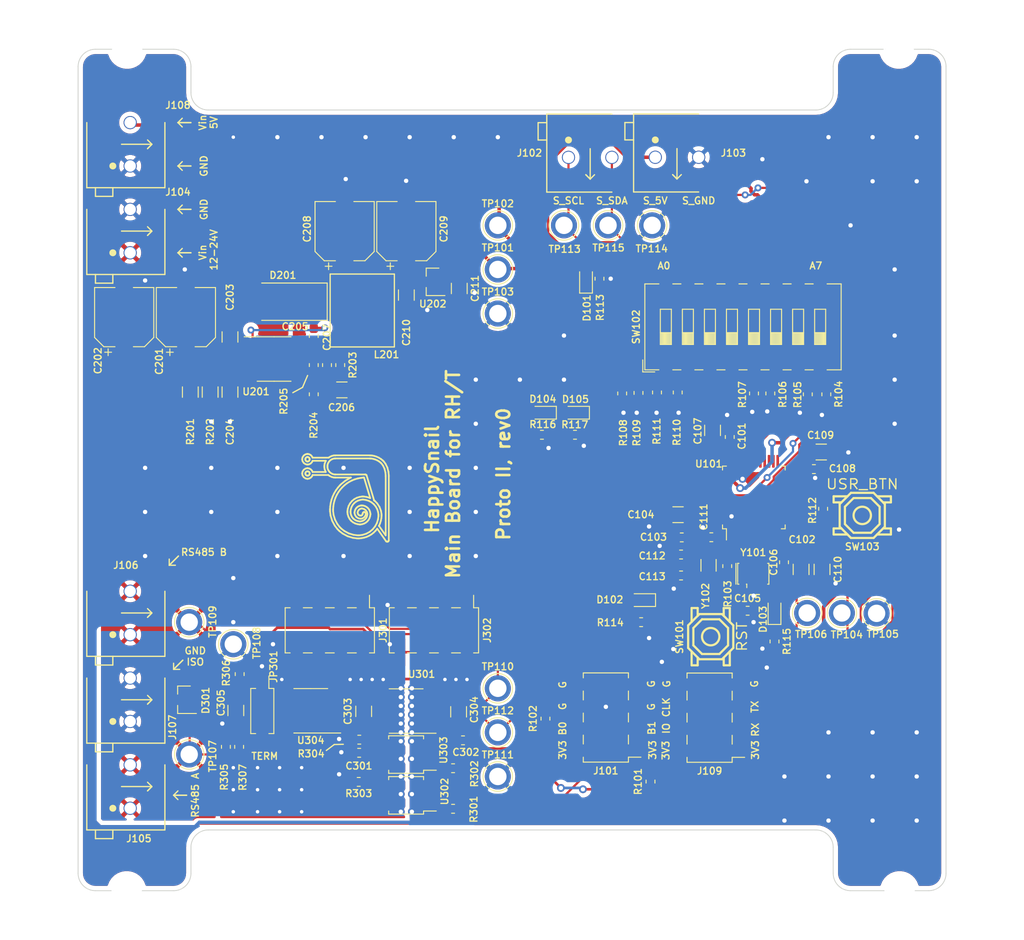
<source format=kicad_pcb>
(kicad_pcb (version 20171130) (host pcbnew 5.1.4)
  (layers (0 F.Cu signal) (31 B.Cu signal) (34 B.Paste user) (35 F.Paste user) (36 B.SilkS user) (37 F.SilkS user) (38 B.Mask user) (39 F.Mask user) (44 Edge.Cuts user))
  (net 0 "")
  (net 1 GND)
  (net 2 +3V3)
  (net 3 /NRST)
  (net 4 /OSC32_IN)
  (net 5 /power/PH)
  (net 6 +5V)
  (net 7 /power/Vin)
  (net 8 GNDD)
  (net 9 +5VD)
  (net 10 /USR1_LED)
  (net 11 /USR2_LED)
  (net 12 /UART1_TX)
  (net 13 /UART1_RX)
  (net 14 /RS485_B)
  (net 15 /RS485_A)
  (net 16 /SWDCLK)
  (net 17 /UART2_TX)
  (net 18 /SWDIO)
  (net 19 /UART2_RX)
  (net 20 /I2C1_SDA)
  (net 21 /I2C1_SCL)
  (net 22 /OSC32_OUT)
  (net 23 /BOOT1)
  (net 24 /BOOT0)
  (net 25 /MODBUS_A7)
  (net 26 /MODBUS_A6)
  (net 27 /MODBUS_A5)
  (net 28 /MODBUS_A4)
  (net 29 /MODBUS_A3)
  (net 30 /MODBUS_A2)
  (net 31 /MODBUS_A1)
  (net 32 /MODBUS_A0)
  (net 33 /USR_BTN)
  (net 34 /DE~RE)
  (net 35 /OSC_OUT)
  (net 36 /OSC_IN)
  (net 37 "Net-(C113-Pad2)")
  (net 38 "Net-(D101-Pad1)")
  (net 39 "Net-(D102-Pad1)")
  (net 40 "Net-(D103-Pad1)")
  (net 41 "Net-(D104-Pad2)")
  (net 42 "Net-(D105-Pad2)")
  (net 43 "Net-(J101-Pad4)")
  (net 44 "Net-(J101-Pad3)")
  (net 45 /rs485/RE_XMTR)
  (net 46 /rs485/DE_XMTR)
  (net 47 /rs485/DI_XMTR)
  (net 48 /rs485/RO_XMTR)
  (net 49 "Net-(R201-Pad2)")
  (net 50 "Net-(C204-Pad1)")
  (net 51 "Net-(C205-Pad2)")
  (net 52 "Net-(C206-Pad2)")
  (net 53 "Net-(C206-Pad1)")
  (net 54 "Net-(C305-Pad2)")
  (net 55 "Net-(C305-Pad1)")
  (net 56 "Net-(R204-Pad2)")
  (net 57 "Net-(R301-Pad1)")
  (net 58 "Net-(R302-Pad1)")
  (module TestPoint:TestPoint_Plated_Hole_D2.0mm (layer F.Cu) (at 86.36 111.76)
    (fp_text reference TP112 (at 0 -2.498) (layer F.SilkS) (effects (font (size 0.8 0.8))))
    (fp_text value U1_TX)
    (pad 1 thru_hole circle (at 0 0) (size 3 3) (drill 2) (layers *.Cu *.Mask) (net 13 /UART1_RX))
  )
  (module Resistor_SMD:R_0603_1608Metric_Pad1.05x0.95mm_HandSolder (layer F.Cu) (at 91.8464 110.173801 90)
    (fp_text reference R102 (at 0 -1.43 90) (layer F.SilkS) (effects (font (size 0.8 0.8))))
    (fp_text value 10K)
    (pad 2 smd roundrect (at 0.875 0 90) (size 1.05 0.95) (layers F.Cu F.Paste F.Mask) (net 24 /BOOT0))
    (pad 1 smd roundrect (at -0.875 0 90) (size 1.05 0.95) (layers F.Cu F.Paste F.Mask) (net 43 "Net-(J101-Pad4)"))
  )
  (module Connector_PinHeader_2.54mm:PinHeader_2x04_P2.54mm_Vertical_SMD (layer F.Cu) (at 110.759407 110.063551 180)
    (fp_text reference J109 (at 0 -6.14) (layer F.SilkS) (effects (font (size 0.8 0.8))))
    (fp_text value SWD_DBG)
    (pad 8 smd rect (at 2.525 3.81 180) (size 3.15 1) (layers F.Cu F.Paste F.Mask) (net 1 GND))
    (pad 7 smd rect (at -2.525 3.81 180) (size 3.15 1) (layers F.Cu F.Paste F.Mask) (net 1 GND))
    (pad 6 smd rect (at 2.525 1.27 180) (size 3.15 1) (layers F.Cu F.Paste F.Mask) (net 16 /SWDCLK))
    (pad 5 smd rect (at -2.525 1.27 180) (size 3.15 1) (layers F.Cu F.Paste F.Mask) (net 17 /UART2_TX))
    (pad 4 smd rect (at 2.525 -1.27 180) (size 3.15 1) (layers F.Cu F.Paste F.Mask) (net 18 /SWDIO))
    (pad 3 smd rect (at -2.525 -1.27 180) (size 3.15 1) (layers F.Cu F.Paste F.Mask) (net 19 /UART2_RX))
    (pad 2 smd rect (at 2.525 -3.81 180) (size 3.15 1) (layers F.Cu F.Paste F.Mask) (net 2 +3V3))
    (pad 1 smd rect (at -2.525 -3.81 180) (size 3.15 1) (layers F.Cu F.Paste F.Mask) (net 2 +3V3))
  )
  (module Button_Switch_SMD:SW_DIP_SPSTx08_Slide_9.78x22.5mm_W8.61mm_P2.54mm (layer F.Cu) (at 114.606316 65.035669 90)
    (fp_text reference SW102 (at 0 -12.31 90) (layer F.SilkS) (effects (font (size 0.8 0.8))))
    (fp_text value MODBUS_ADDR)
    (pad 16 smd rect (at 4.305 -8.89 90) (size 2.44 1.12) (layers F.Cu F.Paste F.Mask) (net 2 +3V3))
    (pad 8 smd rect (at -4.305 8.89 90) (size 2.44 1.12) (layers F.Cu F.Paste F.Mask) (net 25 /MODBUS_A7))
    (pad 15 smd rect (at 4.305 -6.35 90) (size 2.44 1.12) (layers F.Cu F.Paste F.Mask) (net 2 +3V3))
    (pad 7 smd rect (at -4.305 6.35 90) (size 2.44 1.12) (layers F.Cu F.Paste F.Mask) (net 26 /MODBUS_A6))
    (pad 14 smd rect (at 4.305 -3.81 90) (size 2.44 1.12) (layers F.Cu F.Paste F.Mask) (net 2 +3V3))
    (pad 6 smd rect (at -4.305 3.81 90) (size 2.44 1.12) (layers F.Cu F.Paste F.Mask) (net 27 /MODBUS_A5))
    (pad 13 smd rect (at 4.305 -1.27 90) (size 2.44 1.12) (layers F.Cu F.Paste F.Mask) (net 2 +3V3))
    (pad 5 smd rect (at -4.305 1.27 90) (size 2.44 1.12) (layers F.Cu F.Paste F.Mask) (net 28 /MODBUS_A4))
    (pad 12 smd rect (at 4.305 1.27 90) (size 2.44 1.12) (layers F.Cu F.Paste F.Mask) (net 2 +3V3))
    (pad 4 smd rect (at -4.305 -1.27 90) (size 2.44 1.12) (layers F.Cu F.Paste F.Mask) (net 29 /MODBUS_A3))
    (pad 11 smd rect (at 4.305 3.81 90) (size 2.44 1.12) (layers F.Cu F.Paste F.Mask) (net 2 +3V3))
    (pad 3 smd rect (at -4.305 -3.81 90) (size 2.44 1.12) (layers F.Cu F.Paste F.Mask) (net 30 /MODBUS_A2))
    (pad 10 smd rect (at 4.305 6.35 90) (size 2.44 1.12) (layers F.Cu F.Paste F.Mask) (net 2 +3V3))
    (pad 2 smd rect (at -4.305 -6.35 90) (size 2.44 1.12) (layers F.Cu F.Paste F.Mask) (net 31 /MODBUS_A1))
    (pad 9 smd rect (at 4.305 8.89 90) (size 2.44 1.12) (layers F.Cu F.Paste F.Mask) (net 2 +3V3))
    (pad 1 smd rect (at -4.305 -8.89 90) (size 2.44 1.12) (layers F.Cu F.Paste F.Mask) (net 32 /MODBUS_A0))
  )
  (module Resistor_SMD:R_0603_1608Metric_Pad1.05x0.95mm_HandSolder (layer F.Cu) (at 102.5652 72.644 270)
    (fp_text reference R109 (at 4.5974 0.2032 90) (layer F.SilkS) (effects (font (size 0.8 0.8))))
    (fp_text value 10K)
    (pad 2 smd roundrect (at 0.875 0 270) (size 1.05 0.95) (layers F.Cu F.Paste F.Mask) (net 1 GND))
    (pad 1 smd roundrect (at -0.875 0 270) (size 1.05 0.95) (layers F.Cu F.Paste F.Mask) (net 30 /MODBUS_A2))
  )
  (module MountingHole:MountingHole_3.5mm (layer F.Cu) (at 43.65 33.050001)
    (fp_text reference REF** hide)
    (fp_text value MountingHole_3.5mm)
    (pad 1 np_thru_hole circle (at 0 0) (size 3.5 3.5) (drill 3.5) (layers *.Cu *.Mask))
  )
  (module MountingHole:MountingHole_3.5mm (layer F.Cu) (at 43.6 130.000001)
    (fp_text reference REF** hide)
    (fp_text value MountingHole_3.5mm)
    (pad 1 np_thru_hole circle (at 0 0) (size 3.5 3.5) (drill 3.5) (layers *.Cu *.Mask))
  )
  (module MountingHole:MountingHole_3.5mm (layer F.Cu) (at 132.65 130.000001)
    (fp_text reference REF** hide)
    (fp_text value MountingHole_3.5mm)
    (pad 1 np_thru_hole circle (at 0 0) (size 3.5 3.5) (drill 3.5) (layers *.Cu *.Mask))
  )
  (module MountingHole:MountingHole_3.5mm (layer F.Cu) (at 132.55 33.05)
    (fp_text reference REF** hide)
    (fp_text value MountingHole_3.5mm)
    (pad 1 np_thru_hole circle (at 0 0) (size 3.5 3.5) (drill 3.5) (layers *.Cu *.Mask))
  )
  (module Package_SO:SOIC-8_3.9x4.9mm_P1.27mm (layer F.Cu) (at 64.8071 109.2708 180)
    (fp_text reference U304 (at 0 -3.4) (layer F.SilkS) (effects (font (size 0.8 0.8))))
    (fp_text value ST485EBDR)
    (pad 8 smd roundrect (at 2.475 -1.905 180) (size 1.95 0.6) (layers F.Cu F.Paste F.Mask) (net 9 +5VD))
    (pad 7 smd roundrect (at 2.475 -0.635 180) (size 1.95 0.6) (layers F.Cu F.Paste F.Mask) (net 15 /RS485_A))
    (pad 6 smd roundrect (at 2.475 0.635 180) (size 1.95 0.6) (layers F.Cu F.Paste F.Mask) (net 14 /RS485_B))
    (pad 5 smd roundrect (at 2.475 1.905 180) (size 1.95 0.6) (layers F.Cu F.Paste F.Mask) (net 8 GNDD))
    (pad 4 smd roundrect (at -2.475 1.905 180) (size 1.95 0.6) (layers F.Cu F.Paste F.Mask) (net 47 /rs485/DI_XMTR))
    (pad 3 smd roundrect (at -2.475 0.635 180) (size 1.95 0.6) (layers F.Cu F.Paste F.Mask) (net 46 /rs485/DE_XMTR))
    (pad 2 smd roundrect (at -2.475 -0.635 180) (size 1.95 0.6) (layers F.Cu F.Paste F.Mask) (net 45 /rs485/RE_XMTR))
    (pad 1 smd roundrect (at -2.475 -1.905 180) (size 1.95 0.6) (layers F.Cu F.Paste F.Mask) (net 48 /rs485/RO_XMTR))
  )
  (module Package_SO:SOP-4_3.8x4.1mm_P2.54mm (layer F.Cu) (at 75.7926 119.0134 180)
    (fp_text reference U302 (at -4.445 0.4445 90) (layer F.SilkS) (effects (font (size 0.8 0.8))))
    (fp_text value EL357N-G)
    (pad 4 smd roundrect (at 2.75 -1.27 180) (size 1.45 0.55) (layers F.Cu F.Paste F.Mask) (net 9 +5VD))
    (pad 3 smd roundrect (at 2.75 1.27 180) (size 1.45 0.55) (layers F.Cu F.Paste F.Mask) (net 46 /rs485/DE_XMTR))
    (pad 2 smd roundrect (at -2.75 1.27 180) (size 1.45 0.55) (layers F.Cu F.Paste F.Mask) (net 1 GND))
    (pad 1 smd roundrect (at -2.75 -1.27 180) (size 1.45 0.55) (layers F.Cu F.Paste F.Mask) (net 57 "Net-(R301-Pad1)"))
  )
  (module Package_TO_SOT_SMD:SOT-23 (layer F.Cu) (at 78.8675 59.8495 180)
    (fp_text reference U202 (at 0 -2.54 180) (layer F.SilkS) (effects (font (size 0.8 0.8))))
    (fp_text value XC6206P332MR)
    (pad 3 smd rect (at 1 0 180) (size 0.9 0.8) (layers F.Cu F.Paste F.Mask) (net 6 +5V))
    (pad 2 smd rect (at -1 0.95 180) (size 0.9 0.8) (layers F.Cu F.Paste F.Mask) (net 2 +3V3))
    (pad 1 smd rect (at -1 -0.95 180) (size 0.9 0.8) (layers F.Cu F.Paste F.Mask) (net 1 GND))
  )
  (module Package_SO:SOIC-8_3.9x4.9mm_P1.27mm (layer F.Cu) (at 60.5795 68.7395)
    (fp_text reference U201 (at -2.0795 3.7605) (layer F.SilkS) (effects (font (size 0.8 0.8))))
    (fp_text value TPS54331)
    (pad 8 smd roundrect (at 2.475 -1.905) (size 1.95 0.6) (layers F.Cu F.Paste F.Mask) (net 5 /power/PH))
    (pad 7 smd roundrect (at 2.475 -0.635) (size 1.95 0.6) (layers F.Cu F.Paste F.Mask) (net 1 GND))
    (pad 6 smd roundrect (at 2.475 0.635) (size 1.95 0.6) (layers F.Cu F.Paste F.Mask) (net 53 "Net-(C206-Pad1)"))
    (pad 5 smd roundrect (at 2.475 1.905) (size 1.95 0.6) (layers F.Cu F.Paste F.Mask) (net 56 "Net-(R204-Pad2)"))
    (pad 4 smd roundrect (at -2.475 1.905) (size 1.95 0.6) (layers F.Cu F.Paste F.Mask) (net 50 "Net-(C204-Pad1)"))
    (pad 3 smd roundrect (at -2.475 0.635) (size 1.95 0.6) (layers F.Cu F.Paste F.Mask) (net 49 "Net-(R201-Pad2)"))
    (pad 2 smd roundrect (at -2.475 -0.635) (size 1.95 0.6) (layers F.Cu F.Paste F.Mask) (net 7 /power/Vin))
    (pad 1 smd roundrect (at -2.475 -1.905) (size 1.95 0.6) (layers F.Cu F.Paste F.Mask) (net 51 "Net-(C205-Pad2)"))
  )
  (module Resistor_SMD:R_0603_1608Metric_Pad1.05x0.95mm_HandSolder (layer F.Cu) (at 65.1515 72.8035 90)
    (fp_text reference R204 (at -3.5743 0 90) (layer F.SilkS) (effects (font (size 0.8 0.8))))
    (fp_text value 10K)
    (pad 2 smd roundrect (at 0.875 0 90) (size 1.05 0.95) (layers F.Cu F.Paste F.Mask) (net 56 "Net-(R204-Pad2)"))
    (pad 1 smd roundrect (at -0.875 0 90) (size 1.05 0.95) (layers F.Cu F.Paste F.Mask) (net 6 +5V))
  )
  (module Resistor_SMD:R_1206_3216Metric_Pad1.42x1.75mm_HandSolder (layer F.Cu) (at 50.9275 72.5495 90)
    (fp_text reference R201 (at -4.572 0 90) (layer F.SilkS) (effects (font (size 0.8 0.8))))
    (fp_text value 220K)
    (pad 2 smd roundrect (at 1.4875 0 90) (size 1.425 1.75) (layers F.Cu F.Paste F.Mask) (roundrect_rratio 0.175439) (net 49 "Net-(R201-Pad2)"))
    (pad 1 smd roundrect (at -1.4875 0 90) (size 1.425 1.75) (layers F.Cu F.Paste F.Mask) (roundrect_rratio 0.175439) (net 7 /power/Vin))
  )
  (module Project:DG300-5.0-02P-12 (layer F.Cu) (at 97 45.5078)
    (fp_text reference J102 (at -7 -0.5078) (layer F.SilkS) (effects (font (size 0.8 0.8))))
    (fp_text value SNSR_I2C)
    (pad 2 thru_hole circle (at 2.5 0) (size 1.524 1.524) (drill 1.3) (layers *.Cu *.Mask) (net 20 /I2C1_SDA))
    (pad 1 thru_hole circle (at -2.5 0) (size 1.524 1.524) (drill 1.3) (layers *.Cu *.Mask) (net 21 /I2C1_SCL))
  )
  (module Capacitor_SMD:C_1206_3216Metric_Pad1.42x1.75mm_HandSolder (layer F.Cu) (at 81.8388 109.3867 90)
    (fp_text reference C304 (at 0.2429 1.8034 90) (layer F.SilkS) (effects (font (size 0.8 0.8))))
    (fp_text value 1u)
    (pad 2 smd roundrect (at 1.4875 0 90) (size 1.425 1.75) (layers F.Cu F.Paste F.Mask) (roundrect_rratio 0.175439) (net 1 GND))
    (pad 1 smd roundrect (at -1.4875 0 90) (size 1.425 1.75) (layers F.Cu F.Paste F.Mask) (roundrect_rratio 0.175439) (net 6 +5V))
  )
  (module Capacitor_SMD:C_0603_1608Metric_Pad1.05x0.95mm_HandSolder (layer F.Cu) (at 70.3951 112.5999 180)
    (fp_text reference C301 (at 0.0371 -3.0209) (layer F.SilkS) (effects (font (size 0.8 0.8))))
    (fp_text value 100n)
    (pad 2 smd roundrect (at 0.875 0 180) (size 1.05 0.95) (layers F.Cu F.Paste F.Mask) (net 8 GNDD))
    (pad 1 smd roundrect (at -0.875 0 180) (size 1.05 0.95) (layers F.Cu F.Paste F.Mask) (net 9 +5VD))
  )
  (module Capacitor_SMD:C_1206_3216Metric_Pad1.42x1.75mm_HandSolder (layer F.Cu) (at 81.9155 60.6115 270)
    (fp_text reference C211 (at 0 -1.82 90) (layer F.SilkS) (effects (font (size 0.8 0.8))))
    (fp_text value 1u)
    (pad 2 smd roundrect (at 1.4875 0 270) (size 1.425 1.75) (layers F.Cu F.Paste F.Mask) (roundrect_rratio 0.175439) (net 1 GND))
    (pad 1 smd roundrect (at -1.4875 0 270) (size 1.425 1.75) (layers F.Cu F.Paste F.Mask) (roundrect_rratio 0.175439) (net 2 +3V3))
  )
  (module Capacitor_SMD:CP_Elec_6.3x5.7 (layer F.Cu) (at 75.8195 54.0075 90)
    (fp_text reference C209 (at 0.254 4.318 90) (layer F.SilkS) (effects (font (size 0.8 0.8))))
    (fp_text value 47u)
    (pad 2 smd roundrect (at 2.7 0 90) (size 3.5 1.6) (layers F.Cu F.Paste F.Mask) (roundrect_rratio 0.15625) (net 1 GND))
    (pad 1 smd roundrect (at -2.7 0 90) (size 3.5 1.6) (layers F.Cu F.Paste F.Mask) (roundrect_rratio 0.15625) (net 6 +5V))
  )
  (module Capacitor_SMD:CP_Elec_6.3x5.7 (layer F.Cu) (at 68.7075 54.0075 90)
    (fp_text reference C208 (at 0.254 -4.318 90) (layer F.SilkS) (effects (font (size 0.8 0.8))))
    (fp_text value 47u)
    (pad 2 smd roundrect (at 2.7 0 90) (size 3.5 1.6) (layers F.Cu F.Paste F.Mask) (roundrect_rratio 0.15625) (net 1 GND))
    (pad 1 smd roundrect (at -2.7 0 90) (size 3.5 1.6) (layers F.Cu F.Paste F.Mask) (roundrect_rratio 0.15625) (net 6 +5V))
  )
  (module Capacitor_SMD:C_0603_1608Metric_Pad1.05x0.95mm_HandSolder (layer F.Cu) (at 66.6755 69.438 90)
    (fp_text reference C207 (at 3.1948 -0.0005 90) (layer F.SilkS) (effects (font (size 0.8 0.8))))
    (fp_text value 10p)
    (pad 2 smd roundrect (at 0.875 0 90) (size 1.05 0.95) (layers F.Cu F.Paste F.Mask) (net 1 GND))
    (pad 1 smd roundrect (at -0.875 0 90) (size 1.05 0.95) (layers F.Cu F.Paste F.Mask) (net 53 "Net-(C206-Pad1)"))
  )
  (module Capacitor_SMD:C_0603_1608Metric_Pad1.05x0.95mm_HandSolder (layer F.Cu) (at 65.1515 66.086501 90)
    (fp_text reference C205 (at 1.086501 -2.1515 180) (layer F.SilkS) (effects (font (size 0.8 0.8))))
    (fp_text value 100n)
    (pad 2 smd roundrect (at 0.875 0 90) (size 1.05 0.95) (layers F.Cu F.Paste F.Mask) (net 51 "Net-(C205-Pad2)"))
    (pad 1 smd roundrect (at -0.875 0 90) (size 1.05 0.95) (layers F.Cu F.Paste F.Mask) (net 5 /power/PH))
  )
  (module Capacitor_SMD:C_1206_3216Metric_Pad1.42x1.75mm_HandSolder (layer F.Cu) (at 55.4995 72.5495 270)
    (fp_text reference C204 (at 4.572 0 90) (layer F.SilkS) (effects (font (size 0.8 0.8))))
    (fp_text value 10n)
    (pad 2 smd roundrect (at 1.4875 0 270) (size 1.425 1.75) (layers F.Cu F.Paste F.Mask) (roundrect_rratio 0.175439) (net 1 GND))
    (pad 1 smd roundrect (at -1.4875 0 270) (size 1.425 1.75) (layers F.Cu F.Paste F.Mask) (roundrect_rratio 0.175439) (net 50 "Net-(C204-Pad1)"))
  )
  (module Capacitor_SMD:C_1206_3216Metric_Pad1.42x1.75mm_HandSolder (layer F.Cu) (at 55.4995 66.1995 90)
    (fp_text reference C203 (at 4.572 0 90) (layer F.SilkS) (effects (font (size 0.8 0.8))))
    (fp_text value 10n)
    (pad 2 smd roundrect (at 1.4875 0 90) (size 1.425 1.75) (layers F.Cu F.Paste F.Mask) (roundrect_rratio 0.175439) (net 1 GND))
    (pad 1 smd roundrect (at -1.4875 0 90) (size 1.425 1.75) (layers F.Cu F.Paste F.Mask) (roundrect_rratio 0.175439) (net 7 /power/Vin))
  )
  (module Capacitor_SMD:CP_Elec_6.3x5.7 (layer F.Cu) (at 50.4195 63.9135 90)
    (fp_text reference C201 (at -5.0983 -3.0739 270) (layer F.SilkS) (effects (font (size 0.8 0.8))))
    (fp_text value 10u)
    (pad 2 smd roundrect (at 2.7 0 90) (size 3.5 1.6) (layers F.Cu F.Paste F.Mask) (roundrect_rratio 0.15625) (net 1 GND))
    (pad 1 smd roundrect (at -2.7 0 90) (size 3.5 1.6) (layers F.Cu F.Paste F.Mask) (roundrect_rratio 0.15625) (net 7 /power/Vin))
  )
  (module Capacitor_SMD:C_0603_1608Metric_Pad1.05x0.95mm_HandSolder (layer F.Cu) (at 122.774907 81.425051)
    (fp_text reference C108 (at 3.285293 -0.068851) (layer F.SilkS) (effects (font (size 0.8 0.8))))
    (fp_text value 100n)
    (pad 2 smd roundrect (at 0.875 0) (size 1.05 0.95) (layers F.Cu F.Paste F.Mask) (net 1 GND))
    (pad 1 smd roundrect (at -0.875 0) (size 1.05 0.95) (layers F.Cu F.Paste F.Mask) (net 2 +3V3))
  )
  (module Capacitor_SMD:C_0603_1608Metric_Pad1.05x0.95mm_HandSolder (layer F.Cu) (at 115.140908 97.744551)
    (fp_text reference C105 (at 0 -1.43) (layer F.SilkS) (effects (font (size 0.8 0.8))))
    (fp_text value 100n)
    (pad 2 smd roundrect (at 0.875 0) (size 1.05 0.95) (layers F.Cu F.Paste F.Mask) (net 1 GND))
    (pad 1 smd roundrect (at -0.875 0) (size 1.05 0.95) (layers F.Cu F.Paste F.Mask) (net 3 /NRST))
  )
  (module Capacitor_SMD:C_1206_3216Metric_Pad1.42x1.75mm_HandSolder (layer F.Cu) (at 107.1245 86.6775 180)
    (fp_text reference C104 (at 4.2799 0.0127) (layer F.SilkS) (effects (font (size 0.8 0.8))))
    (fp_text value 1u)
    (pad 2 smd roundrect (at 1.4875 0 180) (size 1.425 1.75) (layers F.Cu F.Paste F.Mask) (roundrect_rratio 0.175439) (net 1 GND))
    (pad 1 smd roundrect (at -1.4875 0 180) (size 1.425 1.75) (layers F.Cu F.Paste F.Mask) (roundrect_rratio 0.175439) (net 2 +3V3))
  )
  (module Capacitor_SMD:C_1206_3216Metric_Pad1.42x1.75mm_HandSolder (layer F.Cu) (at 121.300407 92.982051 270)
    (fp_text reference C102 (at -3.447051 -0.111593 180) (layer F.SilkS) (effects (font (size 0.8 0.8))))
    (fp_text value 1u)
    (pad 2 smd roundrect (at 1.4875 0 270) (size 1.425 1.75) (layers F.Cu F.Paste F.Mask) (roundrect_rratio 0.175439) (net 1 GND))
    (pad 1 smd roundrect (at -1.4875 0 270) (size 1.425 1.75) (layers F.Cu F.Paste F.Mask) (roundrect_rratio 0.175439) (net 2 +3V3))
  )
  (module Crystal:Crystal_SMD_3215-2Pin_3.2x1.5mm (layer F.Cu) (at 110.637655 92.511168 90)
    (fp_text reference Y102 (at -3.526232 -0.350855 270) (layer F.SilkS) (effects (font (size 0.8 0.8))))
    (fp_text value LSE)
    (pad 2 smd rect (at -1.25 0 90) (size 1 1.8) (layers F.Cu F.Paste F.Mask) (net 37 "Net-(C113-Pad2)"))
    (pad 1 smd rect (at 1.25 0 90) (size 1 1.8) (layers F.Cu F.Paste F.Mask) (net 4 /OSC32_IN))
  )
  (module Project:Murata_CSTCE8M0V53-R0-3Pin_3.2x1.1mm_HandSoldering (layer F.Cu) (at 115.791315 93.483669)
    (fp_text reference Y101 (at 0 -2.45) (layer F.SilkS) (effects (font (size 0.8 0.8))))
    (fp_text value HSE)
    (pad 1 smd rect (at -1.2 0) (size 0.4 3.2) (layers F.Cu F.Paste F.Mask) (net 36 /OSC_IN))
    (pad 2 smd rect (at 0 0) (size 0.4 3.2) (layers F.Cu F.Paste F.Mask) (net 1 GND))
    (pad 3 smd rect (at 1.2 0) (size 0.4 3.2) (layers F.Cu F.Paste F.Mask) (net 35 /OSC_OUT))
  )
  (module Package_SO:SOP-4_3.8x4.1mm_P2.54mm (layer F.Cu) (at 75.7926 114.3144 180)
    (fp_text reference U303 (at -4.318 0.508 90) (layer F.SilkS) (effects (font (size 0.8 0.8))))
    (fp_text value EL357N-G)
    (pad 4 smd roundrect (at 2.75 -1.27 180) (size 1.45 0.55) (layers F.Cu F.Paste F.Mask) (net 9 +5VD))
    (pad 3 smd roundrect (at 2.75 1.27 180) (size 1.45 0.55) (layers F.Cu F.Paste F.Mask) (net 45 /rs485/RE_XMTR))
    (pad 2 smd roundrect (at -2.75 1.27 180) (size 1.45 0.55) (layers F.Cu F.Paste F.Mask) (net 1 GND))
    (pad 1 smd roundrect (at -2.75 -1.27 180) (size 1.45 0.55) (layers F.Cu F.Paste F.Mask) (net 58 "Net-(R302-Pad1)"))
  )
  (module Package_SO:SOIC-8_3.9x4.9mm_P1.27mm (layer F.Cu) (at 75.7926 109.2979 180)
    (fp_text reference U301 (at -1.779 4.2435) (layer F.SilkS) (effects (font (size 0.8 0.8))))
    (fp_text value ADUM5241)
    (pad 8 smd roundrect (at 2.475 -1.905 180) (size 1.95 0.6) (layers F.Cu F.Paste F.Mask) (net 9 +5VD))
    (pad 7 smd roundrect (at 2.475 -0.635 180) (size 1.95 0.6) (layers F.Cu F.Paste F.Mask) (net 48 /rs485/RO_XMTR))
    (pad 6 smd roundrect (at 2.475 0.635 180) (size 1.95 0.6) (layers F.Cu F.Paste F.Mask) (net 47 /rs485/DI_XMTR))
    (pad 5 smd roundrect (at 2.475 1.905 180) (size 1.95 0.6) (layers F.Cu F.Paste F.Mask) (net 8 GNDD))
    (pad 4 smd roundrect (at -2.475 1.905 180) (size 1.95 0.6) (layers F.Cu F.Paste F.Mask) (net 1 GND))
    (pad 3 smd roundrect (at -2.475 0.635 180) (size 1.95 0.6) (layers F.Cu F.Paste F.Mask) (net 12 /UART1_TX))
    (pad 2 smd roundrect (at -2.475 -0.635 180) (size 1.95 0.6) (layers F.Cu F.Paste F.Mask) (net 13 /UART1_RX))
    (pad 1 smd roundrect (at -2.475 -1.905 180) (size 1.95 0.6) (layers F.Cu F.Paste F.Mask) (net 6 +5V))
  )
  (module Package_QFP:LQFP-48_7x7mm_P0.5mm (layer F.Cu) (at 115.857355 84.690189 90)
    (fp_text reference U101 (at 3.867389 -5.189555 180) (layer F.SilkS) (effects (font (size 0.8 0.8))))
    (fp_text value STM32F103C8Tx)
    (pad 48 smd roundrect (at -2.75 -4.1625 90) (size 0.3 1.475) (layers F.Cu F.Paste F.Mask) (net 2 +3V3))
    (pad 47 smd roundrect (at -2.25 -4.1625 90) (size 0.3 1.475) (layers F.Cu F.Paste F.Mask) (net 1 GND))
    (pad 46 smd roundrect (at -1.75 -4.1625 90) (size 0.3 1.475) (layers F.Cu F.Paste F.Mask))
    (pad 45 smd roundrect (at -1.25 -4.1625 90) (size 0.3 1.475) (layers F.Cu F.Paste F.Mask))
    (pad 44 smd roundrect (at -0.75 -4.1625 90) (size 0.3 1.475) (layers F.Cu F.Paste F.Mask) (net 24 /BOOT0))
    (pad 43 smd roundrect (at -0.25 -4.1625 90) (size 0.3 1.475) (layers F.Cu F.Paste F.Mask) (net 20 /I2C1_SDA))
    (pad 42 smd roundrect (at 0.25 -4.1625 90) (size 0.3 1.475) (layers F.Cu F.Paste F.Mask) (net 21 /I2C1_SCL))
    (pad 41 smd roundrect (at 0.75 -4.1625 90) (size 0.3 1.475) (layers F.Cu F.Paste F.Mask) (net 32 /MODBUS_A0))
    (pad 40 smd roundrect (at 1.25 -4.1625 90) (size 0.3 1.475) (layers F.Cu F.Paste F.Mask) (net 31 /MODBUS_A1))
    (pad 39 smd roundrect (at 1.75 -4.1625 90) (size 0.3 1.475) (layers F.Cu F.Paste F.Mask) (net 30 /MODBUS_A2))
    (pad 38 smd roundrect (at 2.25 -4.1625 90) (size 0.3 1.475) (layers F.Cu F.Paste F.Mask) (net 29 /MODBUS_A3))
    (pad 37 smd roundrect (at 2.75 -4.1625 90) (size 0.3 1.475) (layers F.Cu F.Paste F.Mask) (net 16 /SWDCLK))
    (pad 36 smd roundrect (at 4.1625 -2.75 90) (size 1.475 0.3) (layers F.Cu F.Paste F.Mask) (net 2 +3V3))
    (pad 35 smd roundrect (at 4.1625 -2.25 90) (size 1.475 0.3) (layers F.Cu F.Paste F.Mask) (net 1 GND))
    (pad 34 smd roundrect (at 4.1625 -1.75 90) (size 1.475 0.3) (layers F.Cu F.Paste F.Mask) (net 18 /SWDIO))
    (pad 33 smd roundrect (at 4.1625 -1.25 90) (size 1.475 0.3) (layers F.Cu F.Paste F.Mask) (net 28 /MODBUS_A4))
    (pad 32 smd roundrect (at 4.1625 -0.75 90) (size 1.475 0.3) (layers F.Cu F.Paste F.Mask) (net 27 /MODBUS_A5))
    (pad 31 smd roundrect (at 4.1625 -0.25 90) (size 1.475 0.3) (layers F.Cu F.Paste F.Mask) (net 13 /UART1_RX))
    (pad 30 smd roundrect (at 4.1625 0.25 90) (size 1.475 0.3) (layers F.Cu F.Paste F.Mask) (net 12 /UART1_TX))
    (pad 29 smd roundrect (at 4.1625 0.75 90) (size 1.475 0.3) (layers F.Cu F.Paste F.Mask) (net 26 /MODBUS_A6))
    (pad 28 smd roundrect (at 4.1625 1.25 90) (size 1.475 0.3) (layers F.Cu F.Paste F.Mask))
    (pad 27 smd roundrect (at 4.1625 1.75 90) (size 1.475 0.3) (layers F.Cu F.Paste F.Mask))
    (pad 26 smd roundrect (at 4.1625 2.25 90) (size 1.475 0.3) (layers F.Cu F.Paste F.Mask))
    (pad 25 smd roundrect (at 4.1625 2.75 90) (size 1.475 0.3) (layers F.Cu F.Paste F.Mask))
    (pad 24 smd roundrect (at 2.75 4.1625 90) (size 0.3 1.475) (layers F.Cu F.Paste F.Mask) (net 2 +3V3))
    (pad 23 smd roundrect (at 2.25 4.1625 90) (size 0.3 1.475) (layers F.Cu F.Paste F.Mask) (net 1 GND))
    (pad 22 smd roundrect (at 1.75 4.1625 90) (size 0.3 1.475) (layers F.Cu F.Paste F.Mask))
    (pad 21 smd roundrect (at 1.25 4.1625 90) (size 0.3 1.475) (layers F.Cu F.Paste F.Mask))
    (pad 20 smd roundrect (at 0.75 4.1625 90) (size 0.3 1.475) (layers F.Cu F.Paste F.Mask) (net 23 /BOOT1))
    (pad 19 smd roundrect (at 0.25 4.1625 90) (size 0.3 1.475) (layers F.Cu F.Paste F.Mask))
    (pad 18 smd roundrect (at -0.25 4.1625 90) (size 0.3 1.475) (layers F.Cu F.Paste F.Mask))
    (pad 17 smd roundrect (at -0.75 4.1625 90) (size 0.3 1.475) (layers F.Cu F.Paste F.Mask) (net 25 /MODBUS_A7))
    (pad 16 smd roundrect (at -1.25 4.1625 90) (size 0.3 1.475) (layers F.Cu F.Paste F.Mask))
    (pad 15 smd roundrect (at -1.75 4.1625 90) (size 0.3 1.475) (layers F.Cu F.Paste F.Mask) (net 34 /DE~RE))
    (pad 14 smd roundrect (at -2.25 4.1625 90) (size 0.3 1.475) (layers F.Cu F.Paste F.Mask) (net 33 /USR_BTN))
    (pad 13 smd roundrect (at -2.75 4.1625 90) (size 0.3 1.475) (layers F.Cu F.Paste F.Mask) (net 19 /UART2_RX))
    (pad 12 smd roundrect (at -4.1625 2.75 90) (size 1.475 0.3) (layers F.Cu F.Paste F.Mask) (net 17 /UART2_TX))
    (pad 11 smd roundrect (at -4.1625 2.25 90) (size 1.475 0.3) (layers F.Cu F.Paste F.Mask) (net 11 /USR2_LED))
    (pad 10 smd roundrect (at -4.1625 1.75 90) (size 1.475 0.3) (layers F.Cu F.Paste F.Mask))
    (pad 9 smd roundrect (at -4.1625 1.25 90) (size 1.475 0.3) (layers F.Cu F.Paste F.Mask) (net 2 +3V3))
    (pad 8 smd roundrect (at -4.1625 0.75 90) (size 1.475 0.3) (layers F.Cu F.Paste F.Mask) (net 1 GND))
    (pad 7 smd roundrect (at -4.1625 0.25 90) (size 1.475 0.3) (layers F.Cu F.Paste F.Mask) (net 3 /NRST))
    (pad 6 smd roundrect (at -4.1625 -0.25 90) (size 1.475 0.3) (layers F.Cu F.Paste F.Mask) (net 35 /OSC_OUT))
    (pad 5 smd roundrect (at -4.1625 -0.75 90) (size 1.475 0.3) (layers F.Cu F.Paste F.Mask) (net 36 /OSC_IN))
    (pad 4 smd roundrect (at -4.1625 -1.25 90) (size 1.475 0.3) (layers F.Cu F.Paste F.Mask) (net 22 /OSC32_OUT))
    (pad 3 smd roundrect (at -4.1625 -1.75 90) (size 1.475 0.3) (layers F.Cu F.Paste F.Mask) (net 4 /OSC32_IN))
    (pad 2 smd roundrect (at -4.1625 -2.25 90) (size 1.475 0.3) (layers F.Cu F.Paste F.Mask) (net 10 /USR1_LED))
    (pad 1 smd roundrect (at -4.1625 -2.75 90) (size 1.475 0.3) (layers F.Cu F.Paste F.Mask) (net 2 +3V3))
  )
  (module TestPoint:TestPoint_Plated_Hole_D2.0mm (layer F.Cu) (at 99.06 53.34)
    (fp_text reference TP115 (at 0.0508 2.5908) (layer F.SilkS) (effects (font (size 0.8 0.8))))
    (fp_text value SDA)
    (pad 1 thru_hole circle (at 0 0) (size 3 3) (drill 2) (layers *.Cu *.Mask) (net 20 /I2C1_SDA))
  )
  (module TestPoint:TestPoint_Plated_Hole_D2.0mm (layer F.Cu) (at 104.14 53.34)
    (fp_text reference TP114 (at -0.0508 2.6924) (layer F.SilkS) (effects (font (size 0.8 0.8))))
    (fp_text value G_I2C)
    (pad 1 thru_hole circle (at 0 0) (size 3 3) (drill 2) (layers *.Cu *.Mask) (net 1 GND))
  )
  (module TestPoint:TestPoint_Plated_Hole_D2.0mm (layer F.Cu) (at 93.98 53.34)
    (fp_text reference TP113 (at 0.0762 2.7432) (layer F.SilkS) (effects (font (size 0.8 0.8))))
    (fp_text value SCL)
    (pad 1 thru_hole circle (at 0 0) (size 3 3) (drill 2) (layers *.Cu *.Mask) (net 21 /I2C1_SCL))
  )
  (module TestPoint:TestPoint_Plated_Hole_D2.0mm (layer F.Cu) (at 86.36 116.84)
    (fp_text reference TP111 (at 0 -2.498) (layer F.SilkS) (effects (font (size 0.8 0.8))))
    (fp_text value G_U1)
    (pad 1 thru_hole circle (at 0 0) (size 3 3) (drill 2) (layers *.Cu *.Mask) (net 1 GND))
  )
  (module TestPoint:TestPoint_Plated_Hole_D2.0mm (layer F.Cu) (at 86.36 106.68)
    (fp_text reference TP110 (at 0 -2.498) (layer F.SilkS) (effects (font (size 0.8 0.8))))
    (fp_text value U1_RX)
    (pad 1 thru_hole circle (at 0 0) (size 3 3) (drill 2) (layers *.Cu *.Mask) (net 12 /UART1_TX))
  )
  (module TestPoint:TestPoint_Plated_Hole_D2.0mm (layer F.Cu) (at 50.8 99.06)
    (fp_text reference TP109 (at 2.7 -0.06 90) (layer F.SilkS) (effects (font (size 0.8 0.8))))
    (fp_text value B)
    (pad 1 thru_hole circle (at 0 0) (size 3 3) (drill 2) (layers *.Cu *.Mask) (net 14 /RS485_B))
  )
  (module TestPoint:TestPoint_Plated_Hole_D2.0mm (layer F.Cu) (at 55.88 101.6)
    (fp_text reference TP108 (at 2.7 -0.14 90) (layer F.SilkS) (effects (font (size 0.8 0.8))))
    (fp_text value G_ISO)
    (pad 1 thru_hole circle (at 0 0) (size 3 3) (drill 2) (layers *.Cu *.Mask) (net 8 GNDD))
  )
  (module TestPoint:TestPoint_Plated_Hole_D2.0mm (layer F.Cu) (at 50.8 114.3)
    (fp_text reference TP107 (at 2.7 0.2 90) (layer F.SilkS) (effects (font (size 0.8 0.8))))
    (fp_text value A)
    (pad 1 thru_hole circle (at 0 0) (size 3 3) (drill 2) (layers *.Cu *.Mask) (net 15 /RS485_A))
  )
  (module TestPoint:TestPoint_Plated_Hole_D2.0mm (layer F.Cu) (at 122 98)
    (fp_text reference TP106 (at 0.4534 2.457) (layer F.SilkS) (effects (font (size 0.8 0.8))))
    (fp_text value U2_TX)
    (pad 1 thru_hole circle (at 0 0) (size 3 3) (drill 2) (layers *.Cu *.Mask) (net 17 /UART2_TX))
  )
  (module TestPoint:TestPoint_Plated_Hole_D2.0mm (layer F.Cu) (at 130 98.044)
    (fp_text reference TP105 (at 0.7084 2.3876) (layer F.SilkS) (effects (font (size 0.8 0.8))))
    (fp_text value G_U2)
    (pad 1 thru_hole circle (at 0 0) (size 3 3) (drill 2) (layers *.Cu *.Mask) (net 1 GND))
  )
  (module TestPoint:TestPoint_Plated_Hole_D2.0mm (layer F.Cu) (at 126 98)
    (fp_text reference TP104 (at 0.5682 2.5078) (layer F.SilkS) (effects (font (size 0.8 0.8))))
    (fp_text value U2_RX)
    (pad 1 thru_hole circle (at 0 0) (size 3 3) (drill 2) (layers *.Cu *.Mask) (net 19 /UART2_RX))
  )
  (module TestPoint:TestPoint_Plated_Hole_D2.0mm (layer F.Cu) (at 86.36 63.5)
    (fp_text reference TP103 (at 0 -2.498) (layer F.SilkS) (effects (font (size 0.8 0.8))))
    (fp_text value G)
    (pad 1 thru_hole circle (at 0 0) (size 3 3) (drill 2) (layers *.Cu *.Mask) (net 1 GND))
  )
  (module TestPoint:TestPoint_Plated_Hole_D2.0mm (layer F.Cu) (at 86.36 53.34)
    (fp_text reference TP102 (at 0 -2.498) (layer F.SilkS) (effects (font (size 0.8 0.8))))
    (fp_text value 5V)
    (pad 1 thru_hole circle (at 0 0) (size 3 3) (drill 2) (layers *.Cu *.Mask) (net 6 +5V))
  )
  (module TestPoint:TestPoint_Plated_Hole_D2.0mm (layer F.Cu) (at 86.36 58.42)
    (fp_text reference TP101 (at 0 -2.498) (layer F.SilkS) (effects (font (size 0.8 0.8))))
    (fp_text value 3V3)
    (pad 1 thru_hole circle (at 0 0) (size 3 3) (drill 2) (layers *.Cu *.Mask) (net 2 +3V3))
  )
  (module Project:Tactile_Switch_5x5mm (layer F.Cu) (at 128.348908 86.759051 180)
    (fp_text reference SW103 (at 0 -3.59918) (layer F.SilkS) (effects (font (size 0.8 0.8))))
    (fp_text value USR_BTN (at 0 3.59918) (layer F.SilkS) (effects (font (size 1.143 1.27) (thickness 0.1524))))
    (pad 4 smd rect (at 2.99974 -1.84912 180) (size 1.00076 1.00076) (layers F.Cu F.Paste F.Mask))
    (pad 3 smd rect (at -2.99974 1.84912 180) (size 1.00076 1.00076) (layers F.Cu F.Paste F.Mask))
    (pad 2 smd rect (at 2.99974 1.84912 180) (size 1.00076 1.00076) (layers F.Cu F.Paste F.Mask) (net 33 /USR_BTN))
    (pad 1 smd rect (at -2.99974 -1.84912 180) (size 1.00076 1.00076) (layers F.Cu F.Paste F.Mask) (net 1 GND))
  )
  (module Project:Tactile_Switch_5x5mm (layer F.Cu) (at 110.886407 100.729051 90)
    (fp_text reference SW101 (at 0 -3.59918 90) (layer F.SilkS) (effects (font (size 0.8 0.8))))
    (fp_text value RST (at 0 3.59918 90) (layer F.SilkS) (effects (font (size 1.143 1.27) (thickness 0.1524))))
    (pad 4 smd rect (at 2.99974 -1.84912 90) (size 1.00076 1.00076) (layers F.Cu F.Paste F.Mask))
    (pad 3 smd rect (at -2.99974 1.84912 90) (size 1.00076 1.00076) (layers F.Cu F.Paste F.Mask))
    (pad 2 smd rect (at 2.99974 1.84912 90) (size 1.00076 1.00076) (layers F.Cu F.Paste F.Mask) (net 3 /NRST))
    (pad 1 smd rect (at -2.99974 -1.84912 90) (size 1.00076 1.00076) (layers F.Cu F.Paste F.Mask) (net 1 GND))
  )
  (module Resistor_SMD:R_0603_1608Metric_Pad1.05x0.95mm_HandSolder (layer F.Cu) (at 56.5521 113.4254 270)
    (fp_text reference R307 (at 3.5162 -0.4201 90) (layer F.SilkS) (effects (font (size 0.8 0.8))))
    (fp_text value 120)
    (pad 2 smd roundrect (at 0.875 0 270) (size 1.05 0.95) (layers F.Cu F.Paste F.Mask) (net 15 /RS485_A))
    (pad 1 smd roundrect (at -0.875 0 270) (size 1.05 0.95) (layers F.Cu F.Paste F.Mask) (net 55 "Net-(C305-Pad1)"))
  )
  (module Resistor_SMD:R_0603_1608Metric_Pad1.05x0.95mm_HandSolder (layer F.Cu) (at 56.6156 105.0434 90)
    (fp_text reference R306 (at 0.1414 -1.5484 90) (layer F.SilkS) (effects (font (size 0.8 0.8))))
    (fp_text value 2K2)
    (pad 2 smd roundrect (at 0.875 0 90) (size 1.05 0.95) (layers F.Cu F.Paste F.Mask) (net 9 +5VD))
    (pad 1 smd roundrect (at -0.875 0 90) (size 1.05 0.95) (layers F.Cu F.Paste F.Mask) (net 14 /RS485_B))
  )
  (module Resistor_SMD:R_0603_1608Metric_Pad1.05x0.95mm_HandSolder (layer F.Cu) (at 55.0281 113.4254 270)
    (fp_text reference R305 (at 3.4908 0.1895 90) (layer F.SilkS) (effects (font (size 0.8 0.8))))
    (fp_text value 2K2)
    (pad 2 smd roundrect (at 0.875 0 270) (size 1.05 0.95) (layers F.Cu F.Paste F.Mask) (net 15 /RS485_A))
    (pad 1 smd roundrect (at -0.875 0 270) (size 1.05 0.95) (layers F.Cu F.Paste F.Mask) (net 8 GNDD))
  )
  (module Resistor_SMD:R_0603_1608Metric_Pad1.05x0.95mm_HandSolder (layer F.Cu) (at 70.3824 114.1112)
    (fp_text reference R304 (at -5.5362 0.1126) (layer F.SilkS) (effects (font (size 0.8 0.8))))
    (fp_text value 10K)
    (pad 2 smd roundrect (at 0.875 0) (size 1.05 0.95) (layers F.Cu F.Paste F.Mask) (net 45 /rs485/RE_XMTR))
    (pad 1 smd roundrect (at -0.875 0) (size 1.05 0.95) (layers F.Cu F.Paste F.Mask) (net 8 GNDD))
  )
  (module Resistor_SMD:R_0603_1608Metric_Pad1.05x0.95mm_HandSolder (layer F.Cu) (at 70.3316 117.464)
    (fp_text reference R303 (at 0.001 1.3318) (layer F.SilkS) (effects (font (size 0.8 0.8))))
    (fp_text value 10K)
    (pad 2 smd roundrect (at 0.875 0) (size 1.05 0.95) (layers F.Cu F.Paste F.Mask) (net 46 /rs485/DE_XMTR))
    (pad 1 smd roundrect (at -0.875 0) (size 1.05 0.95) (layers F.Cu F.Paste F.Mask) (net 8 GNDD))
  )
  (module Resistor_SMD:R_0603_1608Metric_Pad1.05x0.95mm_HandSolder (layer F.Cu) (at 81.2028 115.8892)
    (fp_text reference R302 (at 2.4648 0.646 90) (layer F.SilkS) (effects (font (size 0.8 0.8))))
    (fp_text value 2K2)
    (pad 2 smd roundrect (at 0.875 0) (size 1.05 0.95) (layers F.Cu F.Paste F.Mask) (net 34 /DE~RE))
    (pad 1 smd roundrect (at -0.875 0) (size 1.05 0.95) (layers F.Cu F.Paste F.Mask) (net 58 "Net-(R302-Pad1)"))
  )
  (module Resistor_SMD:R_0603_1608Metric_Pad1.05x0.95mm_HandSolder (layer F.Cu) (at 81.2028 120.5628)
    (fp_text reference R301 (at 2.3886 0.0618 90) (layer F.SilkS) (effects (font (size 0.8 0.8))))
    (fp_text value 2K2)
    (pad 2 smd roundrect (at 0.875 0) (size 1.05 0.95) (layers F.Cu F.Paste F.Mask) (net 34 /DE~RE))
    (pad 1 smd roundrect (at -0.875 0) (size 1.05 0.95) (layers F.Cu F.Paste F.Mask) (net 57 "Net-(R301-Pad1)"))
  )
  (module Resistor_SMD:R_0603_1608Metric_Pad1.05x0.95mm_HandSolder (layer F.Cu) (at 65.1515 69.438 90)
    (fp_text reference R205 (at -4.1712 -3.4549 90) (layer F.SilkS) (effects (font (size 0.8 0.8))))
    (fp_text value 2K2)
    (pad 2 smd roundrect (at 0.875 0 90) (size 1.05 0.95) (layers F.Cu F.Paste F.Mask) (net 1 GND))
    (pad 1 smd roundrect (at -0.875 0 90) (size 1.05 0.95) (layers F.Cu F.Paste F.Mask) (net 56 "Net-(R204-Pad2)"))
  )
  (module Resistor_SMD:R_0603_1608Metric_Pad1.05x0.95mm_HandSolder (layer F.Cu) (at 68.1995 69.438 90)
    (fp_text reference R203 (at -0.0056 1.4473 90) (layer F.SilkS) (effects (font (size 0.8 0.8))))
    (fp_text value 10K)
    (pad 2 smd roundrect (at 0.875 0 90) (size 1.05 0.95) (layers F.Cu F.Paste F.Mask) (net 1 GND))
    (pad 1 smd roundrect (at -0.875 0 90) (size 1.05 0.95) (layers F.Cu F.Paste F.Mask) (net 52 "Net-(C206-Pad2)"))
  )
  (module Resistor_SMD:R_1206_3216Metric_Pad1.42x1.75mm_HandSolder (layer F.Cu) (at 53.2135 72.5495 270)
    (fp_text reference R202 (at 4.572 0 90) (layer F.SilkS) (effects (font (size 0.8 0.8))))
    (fp_text value 47K)
    (pad 2 smd roundrect (at 1.4875 0 270) (size 1.425 1.75) (layers F.Cu F.Paste F.Mask) (roundrect_rratio 0.175439) (net 1 GND))
    (pad 1 smd roundrect (at -1.4875 0 270) (size 1.425 1.75) (layers F.Cu F.Paste F.Mask) (roundrect_rratio 0.175439) (net 49 "Net-(R201-Pad2)"))
  )
  (module Resistor_SMD:R_0603_1608Metric_Pad1.05x0.95mm_HandSolder (layer F.Cu) (at 95.25 77.47)
    (fp_text reference R117 (at -0.0254 -1.1684) (layer F.SilkS) (effects (font (size 0.8 0.8))))
    (fp_text value 2K2)
    (pad 2 smd roundrect (at 0.875 0) (size 1.05 0.95) (layers F.Cu F.Paste F.Mask) (net 1 GND))
    (pad 1 smd roundrect (at -0.875 0) (size 1.05 0.95) (layers F.Cu F.Paste F.Mask) (net 42 "Net-(D105-Pad2)"))
  )
  (module Resistor_SMD:R_0603_1608Metric_Pad1.05x0.95mm_HandSolder (layer F.Cu) (at 91.44 77.47)
    (fp_text reference R116 (at 0.1016 -1.1938) (layer F.SilkS) (effects (font (size 0.8 0.8))))
    (fp_text value 2K2)
    (pad 2 smd roundrect (at 0.875 0) (size 1.05 0.95) (layers F.Cu F.Paste F.Mask) (net 1 GND))
    (pad 1 smd roundrect (at -0.875 0) (size 1.05 0.95) (layers F.Cu F.Paste F.Mask) (net 41 "Net-(D104-Pad2)"))
  )
  (module Resistor_SMD:R_0603_1608Metric_Pad1.05x0.95mm_HandSolder (layer F.Cu) (at 118.237 101.2825 270)
    (fp_text reference R115 (at 0 -1.43 90) (layer F.SilkS) (effects (font (size 0.8 0.8))))
    (fp_text value 2K2)
    (pad 2 smd roundrect (at 0.875 0 270) (size 1.05 0.95) (layers F.Cu F.Paste F.Mask) (net 1 GND))
    (pad 1 smd roundrect (at -0.875 0 270) (size 1.05 0.95) (layers F.Cu F.Paste F.Mask) (net 40 "Net-(D103-Pad1)"))
  )
  (module Resistor_SMD:R_0603_1608Metric_Pad1.05x0.95mm_HandSolder (layer F.Cu) (at 102.87 99.06 180)
    (fp_text reference R114 (at 3.556 -0.0508) (layer F.SilkS) (effects (font (size 0.8 0.8))))
    (fp_text value 2K2)
    (pad 2 smd roundrect (at 0.875 0 180) (size 1.05 0.95) (layers F.Cu F.Paste F.Mask) (net 1 GND))
    (pad 1 smd roundrect (at -0.875 0 180) (size 1.05 0.95) (layers F.Cu F.Paste F.Mask) (net 39 "Net-(D102-Pad1)"))
  )
  (module Resistor_SMD:R_0603_1608Metric_Pad1.05x0.95mm_HandSolder (layer F.Cu) (at 98.0694 59.4868 90)
    (fp_text reference R113 (at -3.3274 0.0762 90) (layer F.SilkS) (effects (font (size 0.8 0.8))))
    (fp_text value 2K2)
    (pad 2 smd roundrect (at 0.875 0 90) (size 1.05 0.95) (layers F.Cu F.Paste F.Mask) (net 1 GND))
    (pad 1 smd roundrect (at -0.875 0 90) (size 1.05 0.95) (layers F.Cu F.Paste F.Mask) (net 38 "Net-(D101-Pad1)"))
  )
  (module Resistor_SMD:R_0603_1608Metric_Pad1.05x0.95mm_HandSolder (layer F.Cu) (at 123.840408 85.997052 270)
    (fp_text reference R112 (at 0.185148 1.234608 90) (layer F.SilkS) (effects (font (size 0.8 0.8))))
    (fp_text value 10K)
    (pad 2 smd roundrect (at 0.875 0 270) (size 1.05 0.95) (layers F.Cu F.Paste F.Mask) (net 2 +3V3))
    (pad 1 smd roundrect (at -0.875 0 270) (size 1.05 0.95) (layers F.Cu F.Paste F.Mask) (net 33 /USR_BTN))
  )
  (module Resistor_SMD:R_0603_1608Metric_Pad1.05x0.95mm_HandSolder (layer F.Cu) (at 104.6988 72.5932 270)
    (fp_text reference R111 (at 4.4704 0.0254 90) (layer F.SilkS) (effects (font (size 0.8 0.8))))
    (fp_text value 10K)
    (pad 2 smd roundrect (at 0.875 0 270) (size 1.05 0.95) (layers F.Cu F.Paste F.Mask) (net 1 GND))
    (pad 1 smd roundrect (at -0.875 0 270) (size 1.05 0.95) (layers F.Cu F.Paste F.Mask) (net 32 /MODBUS_A0))
  )
  (module Resistor_SMD:R_0603_1608Metric_Pad1.05x0.95mm_HandSolder (layer F.Cu) (at 107.0864 72.5932 270)
    (fp_text reference R110 (at 4.5974 0.1016 90) (layer F.SilkS) (effects (font (size 0.8 0.8))))
    (fp_text value 10K)
    (pad 2 smd roundrect (at 0.875 0 270) (size 1.05 0.95) (layers F.Cu F.Paste F.Mask) (net 1 GND))
    (pad 1 smd roundrect (at -0.875 0 270) (size 1.05 0.95) (layers F.Cu F.Paste F.Mask) (net 31 /MODBUS_A1))
  )
  (module Resistor_SMD:R_0603_1608Metric_Pad1.05x0.95mm_HandSolder (layer F.Cu) (at 100.6856 72.706199 270)
    (fp_text reference R108 (at 4.535201 -0.127 90) (layer F.SilkS) (effects (font (size 0.8 0.8))))
    (fp_text value 10K)
    (pad 2 smd roundrect (at 0.875 0 270) (size 1.05 0.95) (layers F.Cu F.Paste F.Mask) (net 1 GND))
    (pad 1 smd roundrect (at -0.875 0 270) (size 1.05 0.95) (layers F.Cu F.Paste F.Mask) (net 29 /MODBUS_A3))
  )
  (module Resistor_SMD:R_0603_1608Metric_Pad1.05x0.95mm_HandSolder (layer F.Cu) (at 115.8748 72.706199 270)
    (fp_text reference R107 (at 0.141001 1.3462 90) (layer F.SilkS) (effects (font (size 0.8 0.8))))
    (fp_text value 10K)
    (pad 2 smd roundrect (at 0.875 0 270) (size 1.05 0.95) (layers F.Cu F.Paste F.Mask) (net 1 GND))
    (pad 1 smd roundrect (at -0.875 0 270) (size 1.05 0.95) (layers F.Cu F.Paste F.Mask) (net 28 /MODBUS_A4))
  )
  (module Resistor_SMD:R_0603_1608Metric_Pad1.05x0.95mm_HandSolder (layer F.Cu) (at 117.7544 72.7062 270)
    (fp_text reference R106 (at 0.1156 -1.4224 90) (layer F.SilkS) (effects (font (size 0.8 0.8))))
    (fp_text value 10K)
    (pad 2 smd roundrect (at 0.875 0 270) (size 1.05 0.95) (layers F.Cu F.Paste F.Mask) (net 1 GND))
    (pad 1 smd roundrect (at -0.875 0 270) (size 1.05 0.95) (layers F.Cu F.Paste F.Mask) (net 27 /MODBUS_A5))
  )
  (module Resistor_SMD:R_0603_1608Metric_Pad1.05x0.95mm_HandSolder (layer F.Cu) (at 122.0724 72.8078 270)
    (fp_text reference R105 (at 0.0394 1.1684 90) (layer F.SilkS) (effects (font (size 0.8 0.8))))
    (fp_text value 10K)
    (pad 2 smd roundrect (at 0.875 0 270) (size 1.05 0.95) (layers F.Cu F.Paste F.Mask) (net 1 GND))
    (pad 1 smd roundrect (at -0.875 0 270) (size 1.05 0.95) (layers F.Cu F.Paste F.Mask) (net 26 /MODBUS_A6))
  )
  (module Resistor_SMD:R_0603_1608Metric_Pad1.05x0.95mm_HandSolder (layer F.Cu) (at 124.206 72.8078 270)
    (fp_text reference R104 (at -0.0114 -1.4224 90) (layer F.SilkS) (effects (font (size 0.8 0.8))))
    (fp_text value 10K)
    (pad 2 smd roundrect (at 0.875 0 270) (size 1.05 0.95) (layers F.Cu F.Paste F.Mask) (net 1 GND))
    (pad 1 smd roundrect (at -0.875 0 270) (size 1.05 0.95) (layers F.Cu F.Paste F.Mask) (net 25 /MODBUS_A7))
  )
  (module Resistor_SMD:R_0603_1608Metric_Pad1.05x0.95mm_HandSolder (layer F.Cu) (at 112.791408 92.601052 270)
    (fp_text reference R103 (at 3.207748 -0.060792 270) (layer F.SilkS) (effects (font (size 0.8 0.8))))
    (fp_text value 0R)
    (pad 2 smd roundrect (at 0.875 0 270) (size 1.05 0.95) (layers F.Cu F.Paste F.Mask) (net 37 "Net-(C113-Pad2)"))
    (pad 1 smd roundrect (at -0.875 0 270) (size 1.05 0.95) (layers F.Cu F.Paste F.Mask) (net 22 /OSC32_OUT))
  )
  (module Resistor_SMD:R_0603_1608Metric_Pad1.05x0.95mm_HandSolder (layer F.Cu) (at 103.9495 117.4255 90)
    (fp_text reference R101 (at 0 -1.43 90) (layer F.SilkS) (effects (font (size 0.8 0.8))))
    (fp_text value 10K)
    (pad 2 smd roundrect (at 0.875 0 90) (size 1.05 0.95) (layers F.Cu F.Paste F.Mask) (net 44 "Net-(J101-Pad3)"))
    (pad 1 smd roundrect (at -0.875 0 90) (size 1.05 0.95) (layers F.Cu F.Paste F.Mask) (net 23 /BOOT1))
  )
  (module Project:CDRH74 (layer F.Cu) (at 70.7395 63.1515 180)
    (fp_text reference L201 (at -2.794 -5.08) (layer F.SilkS) (effects (font (size 0.8 0.8))))
    (fp_text value 22u)
    (pad 1 smd rect (at 0 -3.2 180) (size 2.2 1.6) (layers F.Cu F.Paste F.Mask) (net 5 /power/PH))
    (pad 2 smd rect (at 0 3.2 180) (size 2.2 1.6) (layers F.Cu F.Paste F.Mask) (net 6 +5V))
  )
  (module Connector_PinHeader_2.54mm:PinHeader_2x01_P2.54mm_Vertical_SMD (layer F.Cu) (at 59.219101 109.2979 270)
    (fp_text reference JP301 (at -5.1071 -1.309099 270) (layer F.SilkS) (effects (font (size 0.8 0.8))))
    (fp_text value JP)
    (pad 2 smd rect (at 2.525 0 270) (size 3.15 1) (layers F.Cu F.Paste F.Mask) (net 54 "Net-(C305-Pad2)"))
    (pad 1 smd rect (at -2.525 0 270) (size 3.15 1) (layers F.Cu F.Paste F.Mask) (net 14 /RS485_B))
  )
  (module Connector_PinHeader_2.54mm:PinHeader_2x04_P2.54mm_Vertical_SMD (layer F.Cu) (at 79 100 270)
    (fp_text reference J302 (at 0 -6.14 90) (layer F.SilkS) (effects (font (size 0.8 0.8))))
    (fp_text value PWR_BYPASS)
    (pad 8 smd rect (at 2.525 3.81 270) (size 3.15 1) (layers F.Cu F.Paste F.Mask) (net 8 GNDD))
    (pad 7 smd rect (at -2.525 3.81 270) (size 3.15 1) (layers F.Cu F.Paste F.Mask) (net 1 GND))
    (pad 6 smd rect (at 2.525 1.27 270) (size 3.15 1) (layers F.Cu F.Paste F.Mask) (net 8 GNDD))
    (pad 5 smd rect (at -2.525 1.27 270) (size 3.15 1) (layers F.Cu F.Paste F.Mask) (net 1 GND))
    (pad 4 smd rect (at 2.525 -1.27 270) (size 3.15 1) (layers F.Cu F.Paste F.Mask) (net 9 +5VD))
    (pad 3 smd rect (at -2.525 -1.27 270) (size 3.15 1) (layers F.Cu F.Paste F.Mask) (net 6 +5V))
    (pad 2 smd rect (at 2.525 -3.81 270) (size 3.15 1) (layers F.Cu F.Paste F.Mask) (net 9 +5VD))
    (pad 1 smd rect (at -2.525 -3.81 270) (size 3.15 1) (layers F.Cu F.Paste F.Mask) (net 6 +5V))
  )
  (module Connector_PinHeader_2.54mm:PinHeader_2x04_P2.54mm_Vertical_SMD (layer F.Cu) (at 67 100 270)
    (fp_text reference J301 (at 0 -6.14 90) (layer F.SilkS) (effects (font (size 0.8 0.8))))
    (fp_text value SIG_BYPASS)
    (pad 8 smd rect (at 2.525 3.81 270) (size 3.15 1) (layers F.Cu F.Paste F.Mask) (net 45 /rs485/RE_XMTR))
    (pad 7 smd rect (at -2.525 3.81 270) (size 3.15 1) (layers F.Cu F.Paste F.Mask) (net 34 /DE~RE))
    (pad 6 smd rect (at 2.525 1.27 270) (size 3.15 1) (layers F.Cu F.Paste F.Mask) (net 46 /rs485/DE_XMTR))
    (pad 5 smd rect (at -2.525 1.27 270) (size 3.15 1) (layers F.Cu F.Paste F.Mask) (net 34 /DE~RE))
    (pad 4 smd rect (at 2.525 -1.27 270) (size 3.15 1) (layers F.Cu F.Paste F.Mask) (net 47 /rs485/DI_XMTR))
    (pad 3 smd rect (at -2.525 -1.27 270) (size 3.15 1) (layers F.Cu F.Paste F.Mask) (net 12 /UART1_TX))
    (pad 2 smd rect (at 2.525 -3.81 270) (size 3.15 1) (layers F.Cu F.Paste F.Mask) (net 48 /rs485/RO_XMTR))
    (pad 1 smd rect (at -2.525 -3.81 270) (size 3.15 1) (layers F.Cu F.Paste F.Mask) (net 13 /UART1_RX))
  )
  (module Project:DG300-5.0-02P-12 (layer F.Cu) (at 44 44 90)
    (fp_text reference J108 (at 4.5 5.5 180) (layer F.SilkS) (effects (font (size 0.8 0.8))))
    (fp_text value Vin-5V)
    (pad 2 thru_hole circle (at 2.5 0 90) (size 1.524 1.524) (drill 1.3) (layers *.Cu *.Mask) (net 6 +5V))
    (pad 1 thru_hole circle (at -2.5 0 90) (size 1.524 1.524) (drill 1.3) (layers *.Cu *.Mask) (net 1 GND))
  )
  (module Project:DG300-5.0-02P-12 (layer F.Cu) (at 44 108 90)
    (fp_text reference J107 (at -3.1758 4.8696 270) (layer F.SilkS) (effects (font (size 0.8 0.8))))
    (fp_text value ISO_GND)
    (pad 2 thru_hole circle (at 2.5 0 90) (size 1.524 1.524) (drill 1.3) (layers *.Cu *.Mask) (net 8 GNDD))
    (pad 1 thru_hole circle (at -2.5 0 90) (size 1.524 1.524) (drill 1.3) (layers *.Cu *.Mask) (net 8 GNDD))
  )
  (module Project:DG300-5.0-02P-12 (layer F.Cu) (at 44 98 90)
    (fp_text reference J106 (at 5.5 -0.5 180) (layer F.SilkS) (effects (font (size 0.8 0.8))))
    (fp_text value RS485_B)
    (pad 2 thru_hole circle (at 2.5 0 90) (size 1.524 1.524) (drill 1.3) (layers *.Cu *.Mask) (net 14 /RS485_B))
    (pad 1 thru_hole circle (at -2.5 0 90) (size 1.524 1.524) (drill 1.3) (layers *.Cu *.Mask) (net 14 /RS485_B))
  )
  (module Project:DG300-5.0-02P-12 (layer F.Cu) (at 44 118 90)
    (fp_text reference J105 (at -6 1 180) (layer F.SilkS) (effects (font (size 0.8 0.8))))
    (fp_text value RS485_A)
    (pad 2 thru_hole circle (at 2.5 0 90) (size 1.524 1.524) (drill 1.3) (layers *.Cu *.Mask) (net 15 /RS485_A))
    (pad 1 thru_hole circle (at -2.5 0 90) (size 1.524 1.524) (drill 1.3) (layers *.Cu *.Mask) (net 15 /RS485_A))
  )
  (module Project:DG300-5.0-02P-12 (layer F.Cu) (at 44 54 90)
    (fp_text reference J104 (at 4.5 5.5 180) (layer F.SilkS) (effects (font (size 0.8 0.8))))
    (fp_text value Vin)
    (pad 2 thru_hole circle (at 2.5 0 90) (size 1.524 1.524) (drill 1.3) (layers *.Cu *.Mask) (net 1 GND))
    (pad 1 thru_hole circle (at -2.5 0 90) (size 1.524 1.524) (drill 1.3) (layers *.Cu *.Mask) (net 7 /power/Vin))
  )
  (module Project:DG300-5.0-02P-12 (layer F.Cu) (at 107 45.4951)
    (fp_text reference J103 (at 6.5 -0.4951) (layer F.SilkS) (effects (font (size 0.8 0.8))))
    (fp_text value SNSR_PWR)
    (pad 2 thru_hole circle (at 2.5 0) (size 1.524 1.524) (drill 1.3) (layers *.Cu *.Mask) (net 1 GND))
    (pad 1 thru_hole circle (at -2.5 0) (size 1.524 1.524) (drill 1.3) (layers *.Cu *.Mask) (net 6 +5V))
  )
  (module Connector_PinHeader_2.54mm:PinHeader_2x04_P2.54mm_Vertical_SMD (layer F.Cu) (at 98.806 110.0455 180)
    (fp_text reference J101 (at 0 -6.14) (layer F.SilkS) (effects (font (size 0.8 0.8))))
    (fp_text value BOOT_CFG)
    (pad 8 smd rect (at 2.525 3.81 180) (size 3.15 1) (layers F.Cu F.Paste F.Mask) (net 1 GND))
    (pad 7 smd rect (at -2.525 3.81 180) (size 3.15 1) (layers F.Cu F.Paste F.Mask) (net 1 GND))
    (pad 6 smd rect (at 2.525 1.27 180) (size 3.15 1) (layers F.Cu F.Paste F.Mask) (net 1 GND))
    (pad 5 smd rect (at -2.525 1.27 180) (size 3.15 1) (layers F.Cu F.Paste F.Mask) (net 1 GND))
    (pad 4 smd rect (at 2.525 -1.27 180) (size 3.15 1) (layers F.Cu F.Paste F.Mask) (net 43 "Net-(J101-Pad4)"))
    (pad 3 smd rect (at -2.525 -1.27 180) (size 3.15 1) (layers F.Cu F.Paste F.Mask) (net 44 "Net-(J101-Pad3)"))
    (pad 2 smd rect (at 2.525 -3.81 180) (size 3.15 1) (layers F.Cu F.Paste F.Mask) (net 2 +3V3))
    (pad 1 smd rect (at -2.525 -3.81 180) (size 3.15 1) (layers F.Cu F.Paste F.Mask) (net 2 +3V3))
  )
  (module Package_TO_SOT_SMD:SOT-23 (layer F.Cu) (at 50.2275 108 180)
    (fp_text reference D301 (at -2.4775 -0.077 90) (layer F.SilkS) (effects (font (size 0.8 0.8))))
    (fp_text value SM712)
    (pad 3 smd rect (at 1 0 180) (size 0.9 0.8) (layers F.Cu F.Paste F.Mask) (net 8 GNDD))
    (pad 2 smd rect (at -1 0.95 180) (size 0.9 0.8) (layers F.Cu F.Paste F.Mask) (net 14 /RS485_B))
    (pad 1 smd rect (at -1 -0.95 180) (size 0.9 0.8) (layers F.Cu F.Paste F.Mask) (net 15 /RS485_A))
  )
  (module Diode_SMD:D_SMA-SMB_Universal_Handsoldering (layer F.Cu) (at 61.8495 62.1355 180)
    (fp_text reference D201 (at 0.254 3.048) (layer F.SilkS) (effects (font (size 0.8 0.8))))
    (fp_text value "700mV ")
    (pad 2 smd trapezoid (at 2.9 0) (size 3.6 1.7) (rect_delta 0.6 0) (layers F.Cu F.Paste F.Mask) (net 1 GND))
    (pad 1 smd trapezoid (at -2.9 0 180) (size 3.6 1.7) (rect_delta 0.6 0) (layers F.Cu F.Paste F.Mask) (net 5 /power/PH))
  )
  (module Diode_SMD:D_0603_1608Metric_Pad1.05x0.95mm_HandSolder (layer F.Cu) (at 95.25 74.93 180)
    (fp_text reference D105 (at -0.0508 1.5494) (layer F.SilkS) (effects (font (size 0.8 0.8))))
    (fp_text value RO_LED)
    (pad 2 smd roundrect (at 0.875 0 180) (size 1.05 0.95) (layers F.Cu F.Paste F.Mask) (net 42 "Net-(D105-Pad2)"))
    (pad 1 smd roundrect (at -0.875 0 180) (size 1.05 0.95) (layers F.Cu F.Paste F.Mask) (net 13 /UART1_RX))
  )
  (module Diode_SMD:D_0603_1608Metric_Pad1.05x0.95mm_HandSolder (layer F.Cu) (at 91.44 74.93 180)
    (fp_text reference D104 (at -0.1016 1.5748) (layer F.SilkS) (effects (font (size 0.8 0.8))))
    (fp_text value DI_LED)
    (pad 2 smd roundrect (at 0.875 0 180) (size 1.05 0.95) (layers F.Cu F.Paste F.Mask) (net 41 "Net-(D104-Pad2)"))
    (pad 1 smd roundrect (at -0.875 0 180) (size 1.05 0.95) (layers F.Cu F.Paste F.Mask) (net 12 /UART1_TX))
  )
  (module Diode_SMD:D_0603_1608Metric_Pad1.05x0.95mm_HandSolder (layer F.Cu) (at 118.237 97.663 90)
    (fp_text reference D103 (at -1.0668 -1.3208 90) (layer F.SilkS) (effects (font (size 0.8 0.8))))
    (fp_text value USR2_LED)
    (pad 2 smd roundrect (at 0.875 0 90) (size 1.05 0.95) (layers F.Cu F.Paste F.Mask) (net 11 /USR2_LED))
    (pad 1 smd roundrect (at -0.875 0 90) (size 1.05 0.95) (layers F.Cu F.Paste F.Mask) (net 40 "Net-(D103-Pad1)"))
  )
  (module Diode_SMD:D_0603_1608Metric_Pad1.05x0.95mm_HandSolder (layer F.Cu) (at 102.87 96.52 180)
    (fp_text reference D102 (at 3.6068 0.0508) (layer F.SilkS) (effects (font (size 0.8 0.8))))
    (fp_text value USR1_LED)
    (pad 2 smd roundrect (at 0.875 0 180) (size 1.05 0.95) (layers F.Cu F.Paste F.Mask) (net 10 /USR1_LED))
    (pad 1 smd roundrect (at -0.875 0 180) (size 1.05 0.95) (layers F.Cu F.Paste F.Mask) (net 39 "Net-(D102-Pad1)"))
  )
  (module Diode_SMD:D_0603_1608Metric_Pad1.05x0.95mm_HandSolder (layer F.Cu) (at 96.52 59.4868 90)
    (fp_text reference D101 (at -3.3782 0.1016 90) (layer F.SilkS) (effects (font (size 0.8 0.8))))
    (fp_text value PWR_LED)
    (pad 2 smd roundrect (at 0.875 0 90) (size 1.05 0.95) (layers F.Cu F.Paste F.Mask) (net 2 +3V3))
    (pad 1 smd roundrect (at -0.875 0 90) (size 1.05 0.95) (layers F.Cu F.Paste F.Mask) (net 38 "Net-(D101-Pad1)"))
  )
  (module Capacitor_SMD:C_1206_3216Metric_Pad1.42x1.75mm_HandSolder (layer F.Cu) (at 56.1711 109.2344 90)
    (fp_text reference C305 (at 0.878 -1.7135 270) (layer F.SilkS) (effects (font (size 0.8 0.8))))
    (fp_text value 10n)
    (pad 2 smd roundrect (at 1.4875 0 90) (size 1.425 1.75) (layers F.Cu F.Paste F.Mask) (roundrect_rratio 0.175439) (net 54 "Net-(C305-Pad2)"))
    (pad 1 smd roundrect (at -1.4875 0 90) (size 1.425 1.75) (layers F.Cu F.Paste F.Mask) (roundrect_rratio 0.175439) (net 55 "Net-(C305-Pad1)"))
  )
  (module Capacitor_SMD:C_1206_3216Metric_Pad1.42x1.75mm_HandSolder (layer F.Cu) (at 70.9031 109.3344 90)
    (fp_text reference C303 (at 0 -1.82 90) (layer F.SilkS) (effects (font (size 0.8 0.8))))
    (fp_text value 1u)
    (pad 2 smd roundrect (at 1.4875 0 90) (size 1.425 1.75) (layers F.Cu F.Paste F.Mask) (roundrect_rratio 0.175439) (net 8 GNDD))
    (pad 1 smd roundrect (at -1.4875 0 90) (size 1.425 1.75) (layers F.Cu F.Paste F.Mask) (roundrect_rratio 0.175439) (net 9 +5VD))
  )
  (module Capacitor_SMD:C_0603_1608Metric_Pad1.05x0.95mm_HandSolder (layer F.Cu) (at 82.3468 112.6744 180)
    (fp_text reference C302 (at -0.3302 -1.3716 180) (layer F.SilkS) (effects (font (size 0.8 0.8))))
    (fp_text value 100n)
    (pad 2 smd roundrect (at 0.875 0 180) (size 1.05 0.95) (layers F.Cu F.Paste F.Mask) (net 1 GND))
    (pad 1 smd roundrect (at -0.875 0 180) (size 1.05 0.95) (layers F.Cu F.Paste F.Mask) (net 6 +5V))
  )
  (module Capacitor_SMD:C_1206_3216Metric_Pad1.42x1.75mm_HandSolder (layer F.Cu) (at 75.8195 61.3735 270)
    (fp_text reference C210 (at 4.318 0 90) (layer F.SilkS) (effects (font (size 0.8 0.8))))
    (fp_text value 1u)
    (pad 2 smd roundrect (at 1.4875 0 270) (size 1.425 1.75) (layers F.Cu F.Paste F.Mask) (roundrect_rratio 0.175439) (net 1 GND))
    (pad 1 smd roundrect (at -1.4875 0 270) (size 1.425 1.75) (layers F.Cu F.Paste F.Mask) (roundrect_rratio 0.175439) (net 6 +5V))
  )
  (module Capacitor_SMD:C_1206_3216Metric_Pad1.42x1.75mm_HandSolder (layer F.Cu) (at 68.39 72.2955)
    (fp_text reference C206 (at -0.0386 2.0249) (layer F.SilkS) (effects (font (size 0.8 0.8))))
    (fp_text value 10n)
    (pad 2 smd roundrect (at 1.4875 0) (size 1.425 1.75) (layers F.Cu F.Paste F.Mask) (roundrect_rratio 0.175439) (net 52 "Net-(C206-Pad2)"))
    (pad 1 smd roundrect (at -1.4875 0) (size 1.425 1.75) (layers F.Cu F.Paste F.Mask) (roundrect_rratio 0.175439) (net 53 "Net-(C206-Pad1)"))
  )
  (module Capacitor_SMD:CP_Elec_6.3x5.7 (layer F.Cu) (at 43.3075 63.9135 90)
    (fp_text reference C202 (at -5.0221 -3.0231 270) (layer F.SilkS) (effects (font (size 0.8 0.8))))
    (fp_text value 10u)
    (pad 2 smd roundrect (at 2.7 0 90) (size 3.5 1.6) (layers F.Cu F.Paste F.Mask) (roundrect_rratio 0.15625) (net 1 GND))
    (pad 1 smd roundrect (at -2.7 0 90) (size 3.5 1.6) (layers F.Cu F.Paste F.Mask) (roundrect_rratio 0.15625) (net 7 /power/Vin))
  )
  (module Capacitor_SMD:C_0603_1608Metric_Pad1.05x0.95mm_HandSolder (layer F.Cu) (at 107.471408 93.680552)
    (fp_text reference C113 (at -3.331408 0.121648) (layer F.SilkS) (effects (font (size 0.8 0.8))))
    (fp_text value 10p)
    (pad 2 smd roundrect (at 0.875 0) (size 1.05 0.95) (layers F.Cu F.Paste F.Mask) (net 37 "Net-(C113-Pad2)"))
    (pad 1 smd roundrect (at -0.875 0) (size 1.05 0.95) (layers F.Cu F.Paste F.Mask) (net 1 GND))
  )
  (module Capacitor_SMD:C_0603_1608Metric_Pad1.05x0.95mm_HandSolder (layer F.Cu) (at 107.471408 91.267551 180)
    (fp_text reference C112 (at 3.331408 -0.147049) (layer F.SilkS) (effects (font (size 0.8 0.8))))
    (fp_text value 10p)
    (pad 2 smd roundrect (at 0.875 0 180) (size 1.05 0.95) (layers F.Cu F.Paste F.Mask) (net 1 GND))
    (pad 1 smd roundrect (at -0.875 0 180) (size 1.05 0.95) (layers F.Cu F.Paste F.Mask) (net 4 /OSC32_IN))
  )
  (module Capacitor_SMD:C_0603_1608Metric_Pad1.05x0.95mm_HandSolder (layer F.Cu) (at 110.956456 89.274889 180)
    (fp_text reference C111 (at 0.872856 2.330689 90) (layer F.SilkS) (effects (font (size 0.8 0.8))))
    (fp_text value 100n)
    (pad 2 smd roundrect (at 0.875 0 180) (size 1.05 0.95) (layers F.Cu F.Paste F.Mask) (net 1 GND))
    (pad 1 smd roundrect (at -0.875 0 180) (size 1.05 0.95) (layers F.Cu F.Paste F.Mask) (net 2 +3V3))
  )
  (module Capacitor_SMD:C_1206_3216Metric_Pad1.42x1.75mm_HandSolder (layer F.Cu) (at 123.713408 92.982051 270)
    (fp_text reference C110 (at 0 -1.82 90) (layer F.SilkS) (effects (font (size 0.8 0.8))))
    (fp_text value 1u)
    (pad 2 smd roundrect (at 1.4875 0 270) (size 1.425 1.75) (layers F.Cu F.Paste F.Mask) (roundrect_rratio 0.175439) (net 1 GND))
    (pad 1 smd roundrect (at -1.4875 0 270) (size 1.425 1.75) (layers F.Cu F.Paste F.Mask) (roundrect_rratio 0.175439) (net 2 +3V3))
  )
  (module Capacitor_SMD:C_1206_3216Metric_Pad1.42x1.75mm_HandSolder (layer F.Cu) (at 123.622908 79.456552)
    (fp_text reference C109 (at -0.077308 -1.935752) (layer F.SilkS) (effects (font (size 0.8 0.8))))
    (fp_text value 1u)
    (pad 2 smd roundrect (at 1.4875 0) (size 1.425 1.75) (layers F.Cu F.Paste F.Mask) (roundrect_rratio 0.175439) (net 1 GND))
    (pad 1 smd roundrect (at -1.4875 0) (size 1.425 1.75) (layers F.Cu F.Paste F.Mask) (roundrect_rratio 0.175439) (net 2 +3V3))
  )
  (module Capacitor_SMD:C_1206_3216Metric_Pad1.42x1.75mm_HandSolder (layer F.Cu) (at 111.0996 76.962 90)
    (fp_text reference C107 (at -0.0762 -1.7018 270) (layer F.SilkS) (effects (font (size 0.8 0.8))))
    (fp_text value 1u)
    (pad 2 smd roundrect (at 1.4875 0 90) (size 1.425 1.75) (layers F.Cu F.Paste F.Mask) (roundrect_rratio 0.175439) (net 1 GND))
    (pad 1 smd roundrect (at -1.4875 0 90) (size 1.425 1.75) (layers F.Cu F.Paste F.Mask) (roundrect_rratio 0.175439) (net 2 +3V3))
  )
  (module Capacitor_SMD:C_0603_1608Metric_Pad1.05x0.95mm_HandSolder (layer F.Cu) (at 119.331908 92.156551 270)
    (fp_text reference C106 (at -0.005351 1.196508 90) (layer F.SilkS) (effects (font (size 0.8 0.8))))
    (fp_text value 100n)
    (pad 2 smd roundrect (at 0.875 0 270) (size 1.05 0.95) (layers F.Cu F.Paste F.Mask) (net 1 GND))
    (pad 1 smd roundrect (at -0.875 0 270) (size 1.05 0.95) (layers F.Cu F.Paste F.Mask) (net 2 +3V3))
  )
  (module Capacitor_SMD:C_0603_1608Metric_Pad1.05x0.95mm_HandSolder (layer F.Cu) (at 107.550317 89.292669 180)
    (fp_text reference C103 (at 3.257917 0.037069) (layer F.SilkS) (effects (font (size 0.8 0.8))))
    (fp_text value 100n)
    (pad 2 smd roundrect (at 0.875 0 180) (size 1.05 0.95) (layers F.Cu F.Paste F.Mask) (net 1 GND))
    (pad 1 smd roundrect (at -0.875 0 180) (size 1.05 0.95) (layers F.Cu F.Paste F.Mask) (net 2 +3V3))
  )
  (module Capacitor_SMD:C_0603_1608Metric_Pad1.05x0.95mm_HandSolder (layer F.Cu) (at 113.0808 77.724 90)
    (fp_text reference C101 (at 0.1016 1.397 90) (layer F.SilkS) (effects (font (size 0.8 0.8))))
    (fp_text value 100n)
    (pad 2 smd roundrect (at 0.875 0 90) (size 1.05 0.95) (layers F.Cu F.Paste F.Mask) (net 1 GND))
    (pad 1 smd roundrect (at -0.875 0 90) (size 1.05 0.95) (layers F.Cu F.Paste F.Mask) (net 2 +3V3))
  )
  (gr_text IO (at 105.7656 111.3028 90) (layer F.SilkS) (effects (font (size 0.8 0.8))))
  (gr_text CLK (at 105.7656 108.8644 90) (layer F.SilkS) (effects (font (size 0.8 0.8))))
  (gr_text 3V3 (at 105.7148 113.8428 90) (layer F.SilkS) (effects (font (size 0.8 0.8))))
  (gr_text 3V3 (at 116.0272 113.792 90) (layer F.SilkS) (effects (font (size 0.8 0.8))))
  (gr_text 3V3 (at 104.1908 113.792 90) (layer F.SilkS) (effects (font (size 0.8 0.8))))
  (gr_text RX (at 116.0272 111.4552 90) (layer F.SilkS) (effects (font (size 0.8 0.8))))
  (gr_text TX (at 115.9764 108.8136 90) (layer F.SilkS) (effects (font (size 0.8 0.8))))
  (gr_text G (at 115.9256 106.172 90) (layer F.SilkS) (effects (font (size 0.8 0.8))))
  (gr_text G (at 105.8164 106.172 90) (layer F.SilkS) (effects (font (size 0.8 0.8))))
  (gr_text G (at 104.0384 106.172 90) (layer F.SilkS) (effects (font (size 0.8 0.8))))
  (gr_text G (at 104.0384 108.8136 90) (layer F.SilkS) (effects (font (size 0.8 0.8))))
  (gr_text B1 (at 104.0892 111.252 90) (layer F.SilkS) (effects (font (size 0.8 0.8))))
  (gr_text G (at 93.8276 106.2736 90) (layer F.SilkS) (effects (font (size 0.8 0.8))))
  (gr_text G (at 93.8276 108.7628 90) (layer F.SilkS) (effects (font (size 0.8 0.8))))
  (gr_text B0 (at 93.8276 111.3028 90) (layer F.SilkS) (effects (font (size 0.8 0.8))))
  (gr_text 3V3 (at 93.8276 113.792 90) (layer F.SilkS) (effects (font (size 0.8 0.8))))
  (gr_text TERM (at 59.5 114.5) (layer F.SilkS) (effects (font (size 0.8 0.8))))
  (gr_text "Proto II, rev0\n" (at 87 82 90) (layer F.SilkS) (effects (font (size 1.5 1.5) (thickness 0.3))))
  (gr_text "HappySnail \nMain Board for RH/T\n" (at 80 82 90) (layer F.SilkS) (effects (font (size 1.5 1.5) (thickness 0.3))))
  (gr_line (start 70.85362 82.404959) (end 70.94532 82.401699) (layer F.SilkS) (width 0.2))
  (gr_line (start 64.68554 80.313579) (end 64.66548 80.387919) (layer F.SilkS) (width 0.2))
  (gr_line (start 64.19554 80.189679) (end 64.25032 80.1085) (layer F.SilkS) (width 0.2))
  (gr_line (start 71.09028 82.045259) (end 71.07628 82.045259) (layer F.SilkS) (width 0.2))
  (gr_line (start 71.1325 82.054479) (end 71.09028 82.045259) (layer F.SilkS) (width 0.2))
  (gr_line (start 71.18186 82.08028) (end 71.1325 82.054479) (layer F.SilkS) (width 0.2))
  (gr_line (start 71.22082 82.120119) (end 71.18186 82.08028) (layer F.SilkS) (width 0.2))
  (gr_line (start 71.19662 88.868925) (end 70.76488 89.003259) (layer F.SilkS) (width 0.2))
  (gr_line (start 71.58756 88.656469) (end 71.19662 88.868925) (layer F.SilkS) (width 0.2))
  (gr_line (start 71.92828 88.375219) (end 71.58756 88.656469) (layer F.SilkS) (width 0.2))
  (gr_line (start 72.209529 88.034509) (end 71.92828 88.375219) (layer F.SilkS) (width 0.2))
  (gr_line (start 69.99774 85.981459) (end 69.92134 86.121859) (layer F.SilkS) (width 0.2))
  (gr_line (start 70.09874 85.859059) (end 69.99774 85.981459) (layer F.SilkS) (width 0.2))
  (gr_line (start 70.22114 85.758039) (end 70.09874 85.859059) (layer F.SilkS) (width 0.2))
  (gr_line (start 64.19356 81.369359) (end 64 81.499999) (layer F.SilkS) (width 0.2))
  (gr_line (start 73.794708 82.282459) (end 73.794708 82.14508) (layer F.SilkS) (width 0.2))
  (gr_line (start 67.033101 79.997959) (end 66.90104 80.079979) (layer F.SilkS) (width 0.2))
  (gr_line (start 67.64596 79.840919) (end 67.5916 79.840919) (layer F.SilkS) (width 0.2))
  (gr_line (start 64.43056 82.185559) (end 64.43056 82.185559) (layer F.SilkS) (width 0.2))
  (gr_line (start 64.99946 80.066319) (end 64.9287 79.938819) (layer F.SilkS) (width 0.2))
  (gr_line (start 66.53514 81.753479) (end 65.013341 81.753479) (layer F.SilkS) (width 0.2))
  (gr_line (start 64.9287 81.58062) (end 64.79634 81.44378) (layer F.SilkS) (width 0.2))
  (gr_line (start 64.928701 80.638679) (end 64.99946 80.511279) (layer F.SilkS) (width 0.2))
  (gr_line (start 64.4057 80.033759) (end 64.43056 80.033758) (layer F.SilkS) (width 0.2))
  (gr_line (start 70.744901 85.970699) (end 70.930119 86.020719) (layer F.SilkS) (width 0.2))
  (gr_line (start 70.683141 85.970699) (end 70.744901 85.970699) (layer F.SilkS) (width 0.2))
  (gr_line (start 70.63714 85.970699) (end 70.683141 85.970699) (layer F.SilkS) (width 0.2))
  (gr_line (start 70.79198 86.547319) (end 70.79198 86.570539) (layer F.SilkS) (width 0.2))
  (gr_line (start 70.79198 86.530179) (end 70.79198 86.547319) (layer F.SilkS) (width 0.2))
  (gr_line (start 70.80588 86.478419) (end 70.79198 86.530179) (layer F.SilkS) (width 0.2))
  (gr_line (start 71.09418 86.422199) (end 71.03798 86.384219) (layer F.SilkS) (width 0.2))
  (gr_line (start 71.13216 86.478419) (end 71.09418 86.422199) (layer F.SilkS) (width 0.2))
  (gr_line (start 71.14616 86.530179) (end 71.13216 86.478419) (layer F.SilkS) (width 0.2))
  (gr_line (start 64.68554 80.263999) (end 64.68554 80.288718) (layer F.SilkS) (width 0.2))
  (gr_line (start 73.561202 89.784616) (end 73.615454 89.793839) (layer F.SilkS) (width 0.2))
  (gr_line (start 72.697918 87.895075) (end 72.788088 87.681539) (layer F.SilkS) (width 0.2))
  (gr_line (start 72.662654 87.963437) (end 72.697918 87.895075) (layer F.SilkS) (width 0.2))
  (gr_line (start 72.66439 87.96528) (end 72.662654 87.963437) (layer F.SilkS) (width 0.2))
  (gr_line (start 72.680776 87.984377) (end 72.66439 87.96528) (layer F.SilkS) (width 0.2))
  (gr_line (start 68.099621 88.558705) (end 68.48556 88.855797) (layer F.SilkS) (width 0.2))
  (gr_line (start 67.45964 80.213979) (end 67.59928 80.195099) (layer F.SilkS) (width 0.2))
  (gr_line (start 67.28614 80.267999) (end 67.45964 80.213979) (layer F.SilkS) (width 0.2))
  (gr_line (start 67.12902 80.353419) (end 67.28614 80.267999) (layer F.SilkS) (width 0.2))
  (gr_line (start 66.9921 80.466479) (end 67.12902 80.353419) (layer F.SilkS) (width 0.2))
  (gr_line (start 67.5894 82.399419) (end 67.64596 82.399419) (layer F.SilkS) (width 0.2))
  (gr_line (start 66.41406 80.775279) (end 66.36676 81.034059) (layer F.SilkS) (width 0.2))
  (gr_line (start 63.8214 80.347979) (end 63.86926 80.525619) (layer F.SilkS) (width 0.2))
  (gr_line (start 71.3228 87.448578) (end 71.46842 87.272019) (layer F.SilkS) (width 0.2))
  (gr_line (start 71.14628 87.594179) (end 71.3228 87.448578) (layer F.SilkS) (width 0.2))
  (gr_line (start 70.94378 87.70432) (end 71.14628 87.594179) (layer F.SilkS) (width 0.2))
  (gr_line (start 64 82.361118) (end 64.19356 82.491859) (layer F.SilkS) (width 0.2))
  (gr_line (start 71.62218 79.840919) (end 71.61362 79.841039) (layer F.SilkS) (width 0.2))
  (gr_line (start 70.90864 84.588639) (end 70.79742 84.588639) (layer F.SilkS) (width 0.2))
  (gr_line (start 64.79624 80.775499) (end 64.928701 80.638679) (layer F.SilkS) (width 0.2))
  (gr_line (start 64.17556 80.263999) (end 64.19554 80.189679) (layer F.SilkS) (width 0.2))
  (gr_line (start 66.87902 81.637139) (end 66.79362 81.480039) (layer F.SilkS) (width 0.2))
  (gr_line (start 66.9921 81.774079) (end 66.87902 81.637139) (layer F.SilkS) (width 0.2))
  (gr_line (start 67.12902 81.887139) (end 66.9921 81.774079) (layer F.SilkS) (width 0.2))
  (gr_line (start 67.28614 81.972559) (end 67.12902 81.887139) (layer F.SilkS) (width 0.2))
  (gr_line (start 66.51868 80.513779) (end 66.41406 80.775279) (layer F.SilkS) (width 0.2))
  (gr_line (start 71.64812 86.845819) (end 71.67242 86.665819) (layer F.SilkS) (width 0.2))
  (gr_line (start 71.57856 87.069559) (end 71.64812 86.845819) (layer F.SilkS) (width 0.2))
  (gr_line (start 71.46842 87.272019) (end 71.57856 87.069559) (layer F.SilkS) (width 0.2))
  (gr_line (start 66.87902 80.603418) (end 66.9921 80.466479) (layer F.SilkS) (width 0.2))
  (gr_line (start 66.79362 80.760539) (end 66.87902 80.603418) (layer F.SilkS) (width 0.2))
  (gr_line (start 66.7397 80.934039) (end 66.79362 80.760539) (layer F.SilkS) (width 0.2))
  (gr_line (start 66.72092 81.073679) (end 66.7397 80.934039) (layer F.SilkS) (width 0.2))
  (gr_line (start 70.09332 86.969079) (end 70.28634 87.087559) (layer F.SilkS) (width 0.2))
  (gr_line (start 70.06046 86.936099) (end 70.09332 86.969079) (layer F.SilkS) (width 0.2))
  (gr_line (start 70.02746 86.903199) (end 70.06046 86.936099) (layer F.SilkS) (width 0.2))
  (gr_line (start 73.65799 89.789716) (end 73.671226 89.785484) (layer F.SilkS) (width 0.2))
  (gr_line (start 67.02648 86.028319) (end 67.026481 86.128999) (layer F.SilkS) (width 0.2))
  (gr_line (start 73.794708 82.14508) (end 73.753584 81.73264) (layer F.SilkS) (width 0.2))
  (gr_line (start 70.88824 84.942819) (end 71.1608 84.979579) (layer F.SilkS) (width 0.2))
  (gr_line (start 70.79742 84.942819) (end 70.88824 84.942819) (layer F.SilkS) (width 0.2))
  (gr_line (start 70.72646 84.94282) (end 70.79742 84.942819) (layer F.SilkS) (width 0.2))
  (gr_line (start 70.51368 84.971559) (end 70.72646 84.94282) (layer F.SilkS) (width 0.2))
  (gr_line (start 69.856341 86.401819) (end 69.856341 86.44336) (layer F.SilkS) (width 0.2))
  (gr_line (start 69.873141 86.277039) (end 69.856341 86.401819) (layer F.SilkS) (width 0.2))
  (gr_line (start 69.92134 86.121859) (end 69.873141 86.277039) (layer F.SilkS) (width 0.2))
  (gr_line (start 68.21192 83.249139) (end 68.140841 83.321059) (layer F.SilkS) (width 0.2))
  (gr_line (start 67.2741 87.383039) (end 67.57488 87.945097) (layer F.SilkS) (width 0.2))
  (gr_line (start 63.8214 80.288719) (end 63.8214 80.347979) (layer F.SilkS) (width 0.2))
  (gr_line (start 67.026481 86.128999) (end 67.02648 86.290039) (layer F.SilkS) (width 0.2))
  (gr_line (start 67.42882 79.859479) (end 67.22354 79.912859) (layer F.SilkS) (width 0.2))
  (gr_line (start 64.68554 80.288718) (end 64.68554 80.313579) (layer F.SilkS) (width 0.2))
  (gr_line (start 71.24186 82.157859) (end 71.22082 82.120119) (layer F.SilkS) (width 0.2))
  (gr_line (start 71.24588 82.171339) (end 71.24186 82.157859) (layer F.SilkS) (width 0.2))
  (gr_line (start 72.098202 85.005539) (end 71.24588 82.171339) (layer F.SilkS) (width 0.2))
  (gr_line (start 72.098744 85.007599) (end 72.098202 85.005539) (layer F.SilkS) (width 0.2))
  (gr_line (start 71.53526 89.099827) (end 71.80198 88.938802) (layer F.SilkS) (width 0.2))
  (gr_line (start 67.5916 79.840919) (end 67.42882 79.859479) (layer F.SilkS) (width 0.2))
  (gr_line (start 72.103302 85.027459) (end 72.098744 85.007599) (layer F.SilkS) (width 0.2))
  (gr_line (start 72.103626 85.029399) (end 72.103302 85.027459) (layer F.SilkS) (width 0.2))
  (gr_line (start 72.199874 85.102759) (end 72.103626 85.029399) (layer F.SilkS) (width 0.2))
  (gr_line (start 72.455732 85.366119) (end 72.199874 85.102759) (layer F.SilkS) (width 0.2))
  (gr_line (start 66.90104 80.079979) (end 66.86046 80.111639) (layer F.SilkS) (width 0.2))
  (gr_line (start 67.9871 84.083758) (end 68.19174 83.799819) (layer F.SilkS) (width 0.2))
  (gr_line (start 64.37132 79.679579) (end 64.19356 79.727539) (layer F.SilkS) (width 0.2))
  (gr_line (start 71.06782 85.694459) (end 70.88226 85.636719) (layer F.SilkS) (width 0.2))
  (gr_line (start 71.23578 85.785819) (end 71.06782 85.694459) (layer F.SilkS) (width 0.2))
  (gr_line (start 71.38228 85.906679) (end 71.23578 85.785819) (layer F.SilkS) (width 0.2))
  (gr_line (start 66.8749 82.141699) (end 67.01032 82.230139) (layer F.SilkS) (width 0.2))
  (gr_line (start 63.86926 80.051859) (end 63.8214 80.229599) (layer F.SilkS) (width 0.2))
  (gr_line (start 69.55112 85.105779) (end 69.335621 85.366859) (layer F.SilkS) (width 0.2))
  (gr_line (start 66.36676 81.203459) (end 66.41082 81.45312) (layer F.SilkS) (width 0.2))
  (gr_line (start 71.61362 79.841039) (end 67.64596 79.841039) (layer F.SilkS) (width 0.2))
  (gr_line (start 67.64596 79.840919) (end 67.64596 79.840919) (layer F.SilkS) (width 0.2))
  (gr_line (start 64.43056 80.033758) (end 64.45528 80.033759) (layer F.SilkS) (width 0.2))
  (gr_line (start 73.512374 89.759226) (end 73.561202 89.784616) (layer F.SilkS) (width 0.2))
  (gr_line (start 70.38378 89.404191) (end 70.6302 89.384009) (layer F.SilkS) (width 0.2))
  (gr_line (start 72.603194 86.657779) (end 72.603194 86.748599) (layer F.SilkS) (width 0.2))
  (gr_line (start 72.56641 86.385199) (end 72.603194 86.657779) (layer F.SilkS) (width 0.2))
  (gr_line (start 72.461048 86.046459) (end 72.56641 86.385199) (layer F.SilkS) (width 0.2))
  (gr_line (start 72.294274 85.739699) (end 72.461048 86.046459) (layer F.SilkS) (width 0.2))
  (gr_line (start 72.682294 87.986438) (end 72.680776 87.984377) (layer F.SilkS) (width 0.2))
  (gr_line (start 73.440432 89.059355) (end 72.682294 87.986438) (layer F.SilkS) (width 0.2))
  (gr_line (start 73.440432 82.282459) (end 73.440432 89.059355) (layer F.SilkS) (width 0.2))
  (gr_line (start 73.440432 82.16308) (end 73.440432 82.282459) (layer F.SilkS) (width 0.2))
  (gr_line (start 72.15213 79.918718) (end 71.944666 79.873579) (layer F.SilkS) (width 0.2))
  (gr_line (start 72.89486 80.260959) (end 72.639544 80.105039) (layer F.SilkS) (width 0.2))
  (gr_line (start 68.19174 83.799819) (end 68.42146 83.536899) (layer F.SilkS) (width 0.2))
  (gr_line (start 64.43056 79.679579) (end 64.37132 79.679579) (layer F.SilkS) (width 0.2))
  (gr_line (start 64.33138 80.053819) (end 64.4057 80.033759) (layer F.SilkS) (width 0.2))
  (gr_line (start 64.52962 80.053819) (end 64.61078 80.108499) (layer F.SilkS) (width 0.2))
  (gr_line (start 71.50314 86.053179) (end 71.38228 85.906679) (layer F.SilkS) (width 0.2))
  (gr_line (start 71.59452 86.221139) (end 71.50314 86.053179) (layer F.SilkS) (width 0.2))
  (gr_line (start 71.65224 86.406679) (end 71.59452 86.221139) (layer F.SilkS) (width 0.2))
  (gr_line (start 71.67242 86.556099) (end 71.65224 86.406679) (layer F.SilkS) (width 0.2))
  (gr_line (start 71.67242 86.605779) (end 71.67242 86.556099) (layer F.SilkS) (width 0.2))
  (gr_line (start 71.67242 86.665819) (end 71.67242 86.605779) (layer F.SilkS) (width 0.2))
  (gr_line (start 69.04764 89.156576) (end 69.65768 89.341363) (layer F.SilkS) (width 0.2))
  (gr_line (start 72.387916 79.993479) (end 72.15213 79.918718) (layer F.SilkS) (width 0.2))
  (gr_line (start 66.86046 80.111639) (end 65.013341 80.111639) (layer F.SilkS) (width 0.2))
  (gr_line (start 67.22354 79.912859) (end 67.033101 79.997959) (layer F.SilkS) (width 0.2))
  (gr_line (start 73.615454 89.793839) (end 73.65799 89.789716) (layer F.SilkS) (width 0.2))
  (gr_line (start 64.17556 81.955399) (end 64.17556 81.930559) (layer F.SilkS) (width 0.2))
  (gr_line (start 73.785702 89.67242) (end 73.794708 89.630754) (layer F.SilkS) (width 0.2))
  (gr_line (start 72.07368 85.472339) (end 72.294274 85.739699) (layer F.SilkS) (width 0.2))
  (gr_line (start 71.80632 85.251619) (end 72.07368 85.472339) (layer F.SilkS) (width 0.2))
  (gr_line (start 71.49956 85.084959) (end 71.80632 85.251619) (layer F.SilkS) (width 0.2))
  (gr_line (start 71.1608 84.979579) (end 71.49956 85.084959) (layer F.SilkS) (width 0.2))
  (gr_line (start 64.61078 82.110779) (end 64.52962 82.165579) (layer F.SilkS) (width 0.2))
  (gr_line (start 64.25032 80.468978) (end 64.19554 80.387919) (layer F.SilkS) (width 0.2))
  (gr_line (start 70.947041 89.324981) (end 71.24946 89.229387) (layer F.SilkS) (width 0.2))
  (gr_line (start 68.48556 88.855797) (end 69.04764 89.156576) (layer F.SilkS) (width 0.2))
  (gr_line (start 64.19554 82.029719) (end 64.17556 81.955399) (layer F.SilkS) (width 0.2))
  (gr_line (start 64.47948 79.679579) (end 64.43056 79.679579) (layer F.SilkS) (width 0.2))
  (gr_line (start 64.4057 82.185559) (end 64.33138 82.165579) (layer F.SilkS) (width 0.2))
  (gr_line (start 71.77746 79.850479) (end 71.663079 79.842119) (layer F.SilkS) (width 0.2))
  (gr_line (start 64.62662 80.865459) (end 64.79624 80.775499) (layer F.SilkS) (width 0.2))
  (gr_line (start 64.68554 81.93056) (end 64.68554 81.955399) (layer F.SilkS) (width 0.2))
  (gr_line (start 69.18314 88.829211) (end 68.68188 88.560983) (layer F.SilkS) (width 0.2))
  (gr_line (start 70.24934 85.053819) (end 70.51368 84.971559) (layer F.SilkS) (width 0.2))
  (gr_line (start 70.00998 85.183919) (end 70.24934 85.053819) (layer F.SilkS) (width 0.2))
  (gr_line (start 69.801421 85.356119) (end 70.00998 85.183919) (layer F.SilkS) (width 0.2))
  (gr_line (start 69.62924 85.564679) (end 69.801421 85.356119) (layer F.SilkS) (width 0.2))
  (gr_line (start 64.43056 80.897779) (end 64.47948 80.897779) (layer F.SilkS) (width 0.2))
  (gr_line (start 64.47948 80.897779) (end 64.62662 80.865459) (layer F.SilkS) (width 0.2))
  (gr_line (start 73.08453 80.412119) (end 72.89486 80.260959) (layer F.SilkS) (width 0.2))
  (gr_line (start 65.013341 80.111639) (end 64.99946 80.066319) (layer F.SilkS) (width 0.2))
  (gr_line (start 73.630647 81.245979) (end 73.426434 80.824119) (layer F.SilkS) (width 0.2))
  (gr_line (start 64.37132 80.897779) (end 64.43056 80.897779) (layer F.SilkS) (width 0.2))
  (gr_line (start 67.39888 85.756279) (end 67.4527 85.393899) (layer F.SilkS) (width 0.2))
  (gr_line (start 64.19554 80.387919) (end 64.17556 80.313579) (layer F.SilkS) (width 0.2))
  (gr_line (start 64.62662 79.712039) (end 64.47948 79.679579) (layer F.SilkS) (width 0.2))
  (gr_line (start 69.90896 86.710179) (end 70.02746 86.903199) (layer F.SilkS) (width 0.2))
  (gr_line (start 69.856341 86.510099) (end 69.90896 86.710179) (layer F.SilkS) (width 0.2))
  (gr_line (start 69.856341 86.44336) (end 69.856341 86.510099) (layer F.SilkS) (width 0.2))
  (gr_line (start 64.43056 82.185559) (end 64.4057 82.185559) (layer F.SilkS) (width 0.2))
  (gr_line (start 73.794708 89.630754) (end 73.794708 89.616756) (layer F.SilkS) (width 0.2))
  (gr_line (start 67.60146 87.247399) (end 67.43662 86.703219) (layer F.SilkS) (width 0.2))
  (gr_line (start 71.59072 84.738279) (end 71.24262 84.634859) (layer F.SilkS) (width 0.2))
  (gr_line (start 70.80598 87.378039) (end 70.64876 87.426879) (layer F.SilkS) (width 0.2))
  (gr_line (start 70.94834 87.300679) (end 70.80598 87.378039) (layer F.SilkS) (width 0.2))
  (gr_line (start 71.07248 87.198239) (end 70.94834 87.300679) (layer F.SilkS) (width 0.2))
  (gr_line (start 71.65658 84.766919) (end 71.59072 84.738279) (layer F.SilkS) (width 0.2))
  (gr_line (start 66.41082 81.45312) (end 66.50838 81.706819) (layer F.SilkS) (width 0.2))
  (gr_line (start 70.4424 84.624559) (end 70.11164 84.727539) (layer F.SilkS) (width 0.2))
  (gr_line (start 64.9287 79.938819) (end 64.79634 79.801979) (layer F.SilkS) (width 0.2))
  (gr_line (start 73.794708 89.616756) (end 73.794708 82.282459) (layer F.SilkS) (width 0.2))
  (gr_line (start 73.426434 80.824119) (end 73.222008 80.548179) (layer F.SilkS) (width 0.2))
  (gr_line (start 64.47948 81.321399) (end 64.43056 81.321398) (layer F.SilkS) (width 0.2))
  (gr_line (start 68.33768 88.296008) (end 68.23624 88.194447) (layer F.SilkS) (width 0.2))
  (gr_line (start 70.7219 86.716039) (end 70.64606 86.767259) (layer F.SilkS) (width 0.2))
  (gr_line (start 70.77312 86.640199) (end 70.7219 86.716039) (layer F.SilkS) (width 0.2))
  (gr_line (start 70.79198 86.570539) (end 70.77312 86.640199) (layer F.SilkS) (width 0.2))
  (gr_line (start 66.36676 81.120219) (end 66.36676 81.203459) (layer F.SilkS) (width 0.2))
  (gr_line (start 67.4527 85.393899) (end 67.54014 85.043719) (layer F.SilkS) (width 0.2))
  (gr_line (start 73.721466 89.760202) (end 73.76042 89.721357) (layer F.SilkS) (width 0.2))
  (gr_line (start 69.67004 87.086259) (end 69.57096 86.957579) (layer F.SilkS) (width 0.2))
  (gr_line (start 69.708001 87.124139) (end 69.67004 87.086259) (layer F.SilkS) (width 0.2))
  (gr_line (start 69.74588 87.162119) (end 69.708001 87.124139) (layer F.SilkS) (width 0.2))
  (gr_line (start 69.87456 87.261179) (end 69.74588 87.162119) (layer F.SilkS) (width 0.2))
  (gr_line (start 64 79.85818) (end 63.86926 80.051859) (layer F.SilkS) (width 0.2))
  (gr_line (start 68.67414 83.296759) (end 68.94834 83.081179) (layer F.SilkS) (width 0.2))
  (gr_line (start 64.99946 80.511279) (end 65.013341 80.465819) (layer F.SilkS) (width 0.2))
  (gr_line (start 72.895186 80.722979) (end 72.962568 80.790139) (layer F.SilkS) (width 0.2))
  (gr_line (start 70.30164 89.050025) (end 70.30164 89.050025) (layer F.SilkS) (width 0.2))
  (gr_line (start 70.41742 89.050025) (end 70.30164 89.050025) (layer F.SilkS) (width 0.2))
  (gr_line (start 70.76488 89.003259) (end 70.41742 89.050025) (layer F.SilkS) (width 0.2))
  (gr_line (start 65.013341 81.753479) (end 64.99946 81.708119) (layer F.SilkS) (width 0.2))
  (gr_line (start 67.54014 85.043719) (end 67.6595 84.707479) (layer F.SilkS) (width 0.2))
  (gr_line (start 64.45528 80.033759) (end 64.52962 80.053819) (layer F.SilkS) (width 0.2))
  (gr_line (start 69.65768 89.341363) (end 70.140621 89.404191) (layer F.SilkS) (width 0.2))
  (gr_line (start 64.17556 81.905819) (end 64.19554 81.831479) (layer F.SilkS) (width 0.2))
  (gr_line (start 67.6595 84.707479) (end 67.80904 84.386959) (layer F.SilkS) (width 0.2))
  (gr_line (start 63.86926 80.525619) (end 64 80.719279) (layer F.SilkS) (width 0.2))
  (gr_line (start 70.327039 86.701919) (end 70.31088 86.685639) (layer F.SilkS) (width 0.2))
  (gr_line (start 70.42198 86.760199) (end 70.327039 86.701919) (layer F.SilkS) (width 0.2))
  (gr_line (start 70.52028 86.786039) (end 70.42198 86.760199) (layer F.SilkS) (width 0.2))
  (gr_line (start 70.55318 87.140199) (end 70.61078 87.140199) (layer F.SilkS) (width 0.2))
  (gr_line (start 70.48642 87.140199) (end 70.55318 87.140199) (layer F.SilkS) (width 0.2))
  (gr_line (start 70.28634 87.087559) (end 70.48642 87.140199) (layer F.SilkS) (width 0.2))
  (gr_line (start 63.8214 80.229599) (end 63.8214 80.288719) (layer F.SilkS) (width 0.2))
  (gr_line (start 67.98578 88.444881) (end 68.099621 88.558705) (layer F.SilkS) (width 0.2))
  (gr_line (start 68.13464 88.092991) (end 67.86968 87.748699) (layer F.SilkS) (width 0.2))
  (gr_line (start 64.52962 81.695639) (end 64.61078 81.750339) (layer F.SilkS) (width 0.2))
  (gr_line (start 73.76042 89.721357) (end 73.785702 89.67242) (layer F.SilkS) (width 0.2))
  (gr_line (start 69.40734 87.324219) (end 69.45756 87.374459) (layer F.SilkS) (width 0.2))
  (gr_line (start 69.27614 87.153859) (end 69.40734 87.324219) (layer F.SilkS) (width 0.2))
  (gr_line (start 69.14334 86.905699) (end 69.27614 87.153859) (layer F.SilkS) (width 0.2))
  (gr_line (start 67.45964 82.026479) (end 67.28614 81.972559) (layer F.SilkS) (width 0.2))
  (gr_line (start 67.59928 82.045259) (end 67.45964 82.026479) (layer F.SilkS) (width 0.2))
  (gr_line (start 67.64596 82.045259) (end 67.59928 82.045259) (layer F.SilkS) (width 0.2))
  (gr_line (start 71.07628 82.045259) (end 67.64596 82.045259) (layer F.SilkS) (width 0.2))
  (gr_line (start 64.45528 81.675559) (end 64.52962 81.695639) (layer F.SilkS) (width 0.2))
  (gr_line (start 64.66548 80.387919) (end 64.61078 80.468979) (layer F.SilkS) (width 0.2))
  (gr_line (start 64.66548 81.831479) (end 64.68554 81.905819) (layer F.SilkS) (width 0.2))
  (gr_line (start 71.6238 80.195099) (end 71.6504 80.196279) (layer F.SilkS) (width 0.2))
  (gr_line (start 71.61502 80.195099) (end 71.6238 80.195099) (layer F.SilkS) (width 0.2))
  (gr_line (start 67.64596 80.195099) (end 71.61502 80.195099) (layer F.SilkS) (width 0.2))
  (gr_line (start 67.59928 80.195099) (end 67.64596 80.195099) (layer F.SilkS) (width 0.2))
  (gr_line (start 69.881961 82.599179) (end 70.2244 82.499339) (layer F.SilkS) (width 0.2))
  (gr_line (start 68.42146 83.536899) (end 68.67414 83.296759) (layer F.SilkS) (width 0.2))
  (gr_line (start 69.55404 82.730599) (end 69.881961 82.599179) (layer F.SilkS) (width 0.2))
  (gr_line (start 70.79742 84.588639) (end 70.70864 84.588639) (layer F.SilkS) (width 0.2))
  (gr_line (start 70.140621 89.404191) (end 70.30164 89.404191) (layer F.SilkS) (width 0.2))
  (gr_line (start 70.55318 86.786038) (end 70.52028 86.786039) (layer F.SilkS) (width 0.2))
  (gr_line (start 70.5764 86.786038) (end 70.55318 86.786038) (layer F.SilkS) (width 0.2))
  (gr_line (start 70.64606 86.767259) (end 70.5764 86.786038) (layer F.SilkS) (width 0.2))
  (gr_line (start 64.4057 81.675559) (end 64.43056 81.675559) (layer F.SilkS) (width 0.2))
  (gr_line (start 65.013341 82.107639) (end 66.83356 82.10764) (layer F.SilkS) (width 0.2))
  (gr_line (start 72.421987 87.643559) (end 72.209529 88.034509) (layer F.SilkS) (width 0.2))
  (gr_line (start 72.556318 87.21192) (end 72.421987 87.643559) (layer F.SilkS) (width 0.2))
  (gr_line (start 72.603194 86.864479) (end 72.556318 87.21192) (layer F.SilkS) (width 0.2))
  (gr_line (start 72.603194 86.748599) (end 72.603194 86.864479) (layer F.SilkS) (width 0.2))
  (gr_line (start 63.8214 81.871419) (end 63.8214 81.930559) (layer F.SilkS) (width 0.2))
  (gr_line (start 69.67828 87.555999) (end 69.92642 87.688799) (layer F.SilkS) (width 0.2))
  (gr_line (start 69.50782 87.424799) (end 69.67828 87.555999) (layer F.SilkS) (width 0.2))
  (gr_line (start 69.45756 87.374459) (end 69.50782 87.424799) (layer F.SilkS) (width 0.2))
  (gr_line (start 64.66548 82.029719) (end 64.61078 82.110779) (layer F.SilkS) (width 0.2))
  (gr_line (start 69.06174 86.636399) (end 69.14334 86.905699) (layer F.SilkS) (width 0.2))
  (gr_line (start 69.03406 86.42318) (end 69.06174 86.636399) (layer F.SilkS) (width 0.2))
  (gr_line (start 69.03406 86.351999) (end 69.03406 86.42318) (layer F.SilkS) (width 0.2))
  (gr_line (start 70.2105 86.397459) (end 70.24762 86.259679) (layer F.SilkS) (width 0.2))
  (gr_line (start 70.2105 86.443359) (end 70.2105 86.397459) (layer F.SilkS) (width 0.2))
  (gr_line (start 70.2105 86.476219) (end 70.2105 86.443359) (layer F.SilkS) (width 0.2))
  (gr_line (start 69.81218 84.890319) (end 69.55112 85.105779) (layer F.SilkS) (width 0.2))
  (gr_line (start 67.87196 88.331055) (end 67.98578 88.444881) (layer F.SilkS) (width 0.2))
  (gr_line (start 69.335621 85.366859) (end 69.17284 85.666339) (layer F.SilkS) (width 0.2))
  (gr_line (start 70.97224 86.966359) (end 71.099399 86.777899) (layer F.SilkS) (width 0.2))
  (gr_line (start 70.78376 87.093539) (end 70.97224 86.966359) (layer F.SilkS) (width 0.2))
  (gr_line (start 70.61078 87.140199) (end 70.78376 87.093539) (layer F.SilkS) (width 0.2))
  (gr_line (start 70.57932 82.432959) (end 70.85362 82.404959) (layer F.SilkS) (width 0.2))
  (gr_line (start 68.94834 83.081179) (end 69.24228 82.891819) (layer F.SilkS) (width 0.2))
  (gr_line (start 72.72483 85.77442) (end 72.455732 85.366119) (layer F.SilkS) (width 0.2))
  (gr_line (start 72.896812 86.239999) (end 72.72483 85.77442) (layer F.SilkS) (width 0.2))
  (gr_line (start 72.95736 86.621539) (end 72.896812 86.239999) (layer F.SilkS) (width 0.2))
  (gr_line (start 72.95736 86.748599) (end 72.95736 86.621539) (layer F.SilkS) (width 0.2))
  (gr_line (start 70.23642 86.574639) (end 70.2105 86.476219) (layer F.SilkS) (width 0.2))
  (gr_line (start 70.2947 86.669479) (end 70.23642 86.574639) (layer F.SilkS) (width 0.2))
  (gr_line (start 70.31088 86.685639) (end 70.2947 86.669479) (layer F.SilkS) (width 0.2))
  (gr_line (start 69.42762 82.399419) (end 69.31588 82.450079) (layer F.SilkS) (width 0.2))
  (gr_line (start 70.36154 85.681639) (end 70.22114 85.758039) (layer F.SilkS) (width 0.2))
  (gr_line (start 70.5167 85.633479) (end 70.36154 85.681639) (layer F.SilkS) (width 0.2))
  (gr_line (start 70.641481 85.616539) (end 70.5167 85.633479) (layer F.SilkS) (width 0.2))
  (gr_line (start 64.52962 82.165579) (end 64.45528 82.185559) (layer F.SilkS) (width 0.2))
  (gr_line (start 71.80198 88.938802) (end 72.047096 88.748483) (layer F.SilkS) (width 0.2))
  (gr_line (start 64.62662 82.507359) (end 64.79624 82.417419) (layer F.SilkS) (width 0.2))
  (gr_line (start 67.80904 84.386959) (end 67.9871 84.083758) (layer F.SilkS) (width 0.2))
  (gr_line (start 64.61078 80.108499) (end 64.66548 80.189679) (layer F.SilkS) (width 0.2))
  (gr_line (start 71.31826 86.647999) (end 71.30112 86.774539) (layer F.SilkS) (width 0.2))
  (gr_line (start 71.31826 86.605779) (end 71.31826 86.647999) (layer F.SilkS) (width 0.2))
  (gr_line (start 71.31826 86.544179) (end 71.31826 86.605779) (layer F.SilkS) (width 0.2))
  (gr_line (start 67.08932 86.772999) (end 67.2741 87.383039) (layer F.SilkS) (width 0.2))
  (gr_line (start 64.62662 81.353839) (end 64.47948 81.321399) (layer F.SilkS) (width 0.2))
  (gr_line (start 70.96906 86.370219) (end 70.95182 86.370219) (layer F.SilkS) (width 0.2))
  (gr_line (start 70.98624 86.370219) (end 70.96906 86.370219) (layer F.SilkS) (width 0.2))
  (gr_line (start 71.03798 86.384219) (end 70.98624 86.370219) (layer F.SilkS) (width 0.2))
  (gr_line (start 69.03406 86.263339) (end 69.03406 86.351999) (layer F.SilkS) (width 0.2))
  (gr_line (start 69.06988 85.997059) (end 69.03406 86.263339) (layer F.SilkS) (width 0.2))
  (gr_line (start 69.17284 85.666339) (end 69.06988 85.997059) (layer F.SilkS) (width 0.2))
  (gr_line (start 64.25032 81.750339) (end 64.33138 81.695639) (layer F.SilkS) (width 0.2))
  (gr_line (start 72.047096 88.748483) (end 72.268232 88.53136) (layer F.SilkS) (width 0.2))
  (gr_line (start 67.38064 86.272559) (end 67.38064 86.128899) (layer F.SilkS) (width 0.2))
  (gr_line (start 70.11164 84.727539) (end 69.81218 84.890319) (layer F.SilkS) (width 0.2))
  (gr_line (start 63.8214 81.930559) (end 63.8214 81.989819) (layer F.SilkS) (width 0.2))
  (gr_line (start 66.83356 82.10764) (end 66.8749 82.141699) (layer F.SilkS) (width 0.2))
  (gr_line (start 70.6302 89.384009) (end 70.947041 89.324981) (layer F.SilkS) (width 0.2))
  (gr_line (start 66.54732 80.465819) (end 66.51868 80.513779) (layer F.SilkS) (width 0.2))
  (gr_line (start 64.45528 82.185559) (end 64.43056 82.185559) (layer F.SilkS) (width 0.2))
  (gr_line (start 67.33246 84.572919) (end 67.199981 84.945759) (layer F.SilkS) (width 0.2))
  (gr_line (start 71.17492 87.074119) (end 71.07248 87.198239) (layer F.SilkS) (width 0.2))
  (gr_line (start 71.252279 86.931759) (end 71.17492 87.074119) (layer F.SilkS) (width 0.2))
  (gr_line (start 71.30112 86.774539) (end 71.252279 86.931759) (layer F.SilkS) (width 0.2))
  (gr_line (start 64.43056 81.321398) (end 64.37132 81.321398) (layer F.SilkS) (width 0.2))
  (gr_line (start 64.79634 81.44378) (end 64.62662 81.353839) (layer F.SilkS) (width 0.2))
  (gr_line (start 69.38824 86.405698) (end 69.38824 86.351999) (layer F.SilkS) (width 0.2))
  (gr_line (start 69.40918 86.566719) (end 69.38824 86.405698) (layer F.SilkS) (width 0.2))
  (gr_line (start 69.47082 86.770179) (end 69.40918 86.566719) (layer F.SilkS) (width 0.2))
  (gr_line (start 69.57096 86.957579) (end 69.47082 86.770179) (layer F.SilkS) (width 0.2))
  (gr_line (start 72.05979 80.262039) (end 72.259876 80.325079) (layer F.SilkS) (width 0.2))
  (gr_line (start 71.884 80.223639) (end 72.05979 80.262039) (layer F.SilkS) (width 0.2))
  (gr_line (start 71.74382 80.203779) (end 71.884 80.223639) (layer F.SilkS) (width 0.2))
  (gr_line (start 71.6504 80.196279) (end 71.74382 80.203779) (layer F.SilkS) (width 0.2))
  (gr_line (start 70.72006 87.773879) (end 70.94378 87.70432) (layer F.SilkS) (width 0.2))
  (gr_line (start 70.54004 87.798069) (end 70.72006 87.773879) (layer F.SilkS) (width 0.2))
  (gr_line (start 70.48014 87.798069) (end 70.54004 87.798069) (layer F.SilkS) (width 0.2))
  (gr_line (start 64.19356 79.727539) (end 64 79.85818) (layer F.SilkS) (width 0.2))
  (gr_line (start 70.48014 87.443899) (end 70.42642 87.443899) (layer F.SilkS) (width 0.2))
  (gr_line (start 70.52226 87.443899) (end 70.48014 87.443899) (layer F.SilkS) (width 0.2))
  (gr_line (start 70.64876 87.426879) (end 70.52226 87.443899) (layer F.SilkS) (width 0.2))
  (gr_line (start 67.57488 87.945097) (end 67.87196 88.331055) (layer F.SilkS) (width 0.2))
  (gr_line (start 64.79634 79.801979) (end 64.62662 79.712039) (layer F.SilkS) (width 0.2))
  (gr_line (start 70.15798 89.050025) (end 69.72732 88.994033) (layer F.SilkS) (width 0.2))
  (gr_line (start 64.66548 80.189679) (end 64.68554 80.263999) (layer F.SilkS) (width 0.2))
  (gr_line (start 66.72092 81.120219) (end 66.72092 81.073679) (layer F.SilkS) (width 0.2))
  (gr_line (start 66.72092 81.166898) (end 66.72092 81.120219) (layer F.SilkS) (width 0.2))
  (gr_line (start 66.7397 81.306539) (end 66.72092 81.166898) (layer F.SilkS) (width 0.2))
  (gr_line (start 66.79362 81.480039) (end 66.7397 81.306539) (layer F.SilkS) (width 0.2))
  (gr_line (start 71.944666 79.873579) (end 71.77746 79.850479) (layer F.SilkS) (width 0.2))
  (gr_line (start 64 80.719279) (end 64.193561 80.849959) (layer F.SilkS) (width 0.2))
  (gr_line (start 68.140841 83.321059) (end 67.9414 83.550559) (layer F.SilkS) (width 0.2))
  (gr_line (start 70.40896 87.798069) (end 70.48014 87.798069) (layer F.SilkS) (width 0.2))
  (gr_line (start 70.19576 87.770399) (end 70.40896 87.798069) (layer F.SilkS) (width 0.2))
  (gr_line (start 69.92642 87.688799) (end 70.19576 87.770399) (layer F.SilkS) (width 0.2))
  (gr_line (start 72.268232 88.53136) (end 72.41808 88.352975) (layer F.SilkS) (width 0.2))
  (gr_line (start 73.684356 89.781361) (end 73.721466 89.760202) (layer F.SilkS) (width 0.2))
  (gr_line (start 68.3012 83.158759) (end 68.21192 83.249139) (layer F.SilkS) (width 0.2))
  (gr_line (start 72.41808 88.352975) (end 72.46311 88.289934) (layer F.SilkS) (width 0.2))
  (gr_line (start 64.37132 81.321398) (end 64.19356 81.369359) (layer F.SilkS) (width 0.2))
  (gr_line (start 67.10418 85.330839) (end 67.046 85.726039) (layer F.SilkS) (width 0.2))
  (gr_line (start 67.38064 86.035819) (end 67.39888 85.756279) (layer F.SilkS) (width 0.2))
  (gr_line (start 67.86968 87.748699) (end 67.60146 87.247399) (layer F.SilkS) (width 0.2))
  (gr_line (start 69.72732 88.994033) (end 69.18314 88.829211) (layer F.SilkS) (width 0.2))
  (gr_line (start 64.45528 80.543618) (end 64.43056 80.543619) (layer F.SilkS) (width 0.2))
  (gr_line (start 67.046 85.726039) (end 67.02648 86.028319) (layer F.SilkS) (width 0.2))
  (gr_line (start 64.17556 80.288719) (end 64.17556 80.263999) (layer F.SilkS) (width 0.2))
  (gr_line (start 73.406033 81.804819) (end 73.440432 82.16308) (layer F.SilkS) (width 0.2))
  (gr_line (start 73.303496 81.384759) (end 73.406033 81.804819) (layer F.SilkS) (width 0.2))
  (gr_line (start 73.133032 81.023639) (end 73.303496 81.384759) (layer F.SilkS) (width 0.2))
  (gr_line (start 72.962568 80.790139) (end 73.133032 81.023639) (layer F.SilkS) (width 0.2))
  (gr_line (start 67.64596 79.841039) (end 67.64596 79.840919) (layer F.SilkS) (width 0.2))
  (gr_line (start 64.19356 82.491859) (end 64.37132 82.539719) (layer F.SilkS) (width 0.2))
  (gr_line (start 73.222008 80.548179) (end 73.141604 80.468539) (layer F.SilkS) (width 0.2))
  (gr_line (start 64.4057 80.543619) (end 64.33138 80.523639) (layer F.SilkS) (width 0.2))
  (gr_line (start 64.17556 81.930559) (end 64.17556 81.905819) (layer F.SilkS) (width 0.2))
  (gr_line (start 64.33138 81.695639) (end 64.4057 81.675559) (layer F.SilkS) (width 0.2))
  (gr_line (start 71.663079 79.842119) (end 71.62218 79.840919) (layer F.SilkS) (width 0.2))
  (gr_line (start 67.38064 86.128899) (end 67.38064 86.035819) (layer F.SilkS) (width 0.2))
  (gr_line (start 68.68188 88.560983) (end 68.33768 88.296008) (layer F.SilkS) (width 0.2))
  (gr_line (start 73.480904 89.730362) (end 73.512374 89.759226) (layer F.SilkS) (width 0.2))
  (gr_line (start 64.17556 80.313579) (end 64.17556 80.288719) (layer F.SilkS) (width 0.2))
  (gr_line (start 64.52962 80.523639) (end 64.45528 80.543618) (layer F.SilkS) (width 0.2))
  (gr_line (start 72.95736 86.829419) (end 72.95736 86.748599) (layer F.SilkS) (width 0.2))
  (gr_line (start 72.937721 87.071839) (end 72.95736 86.829419) (layer F.SilkS) (width 0.2))
  (gr_line (start 72.880538 87.383579) (end 72.937721 87.071839) (layer F.SilkS) (width 0.2))
  (gr_line (start 72.788088 87.681539) (end 72.880538 87.383579) (layer F.SilkS) (width 0.2))
  (gr_line (start 67.01032 82.230139) (end 67.20704 82.321959) (layer F.SilkS) (width 0.2))
  (gr_line (start 67.42004 82.379459) (end 67.5894 82.399419) (layer F.SilkS) (width 0.2))
  (gr_line (start 70.49934 86.007919) (end 70.63714 85.970699) (layer F.SilkS) (width 0.2))
  (gr_line (start 70.34906 86.109359) (end 70.49934 86.007919) (layer F.SilkS) (width 0.2))
  (gr_line (start 70.24762 86.259679) (end 70.34906 86.109359) (layer F.SilkS) (width 0.2))
  (gr_line (start 72.895186 80.722979) (end 72.895186 80.722979) (layer F.SilkS) (width 0.2))
  (gr_line (start 64.25032 80.1085) (end 64.33138 80.053819) (layer F.SilkS) (width 0.2))
  (gr_line (start 64.68554 81.905819) (end 64.68554 81.93056) (layer F.SilkS) (width 0.2))
  (gr_line (start 73.753584 81.73264) (end 73.630647 81.245979) (layer F.SilkS) (width 0.2))
  (gr_line (start 64.25032 82.110779) (end 64.19554 82.029719) (layer F.SilkS) (width 0.2))
  (gr_line (start 71.14616 86.547319) (end 71.14616 86.530179) (layer F.SilkS) (width 0.2))
  (gr_line (start 71.14616 86.605039) (end 71.14616 86.547319) (layer F.SilkS) (width 0.2))
  (gr_line (start 71.099399 86.777899) (end 71.14616 86.605039) (layer F.SilkS) (width 0.2))
  (gr_line (start 64.43056 80.543619) (end 64.4057 80.543619) (layer F.SilkS) (width 0.2))
  (gr_line (start 73.472986 89.71897) (end 73.480904 89.730362) (layer F.SilkS) (width 0.2))
  (gr_line (start 70.70864 84.588639) (end 70.4424 84.624559) (layer F.SilkS) (width 0.2))
  (gr_line (start 67.9414 83.550559) (end 67.7041 83.873139) (layer F.SilkS) (width 0.2))
  (gr_line (start 64.9287 82.280599) (end 64.99946 82.153119) (layer F.SilkS) (width 0.2))
  (gr_line (start 70.2244 82.499339) (end 70.57932 82.432959) (layer F.SilkS) (width 0.2))
  (gr_line (start 64.99946 81.708119) (end 64.9287 81.58062) (layer F.SilkS) (width 0.2))
  (gr_line (start 71.26824 86.358959) (end 71.31826 86.544179) (layer F.SilkS) (width 0.2))
  (gr_line (start 71.13206 86.156999) (end 71.26824 86.358959) (layer F.SilkS) (width 0.2))
  (gr_line (start 70.930119 86.020719) (end 71.13206 86.156999) (layer F.SilkS) (width 0.2))
  (gr_line (start 64.33138 80.523639) (end 64.25032 80.468978) (layer F.SilkS) (width 0.2))
  (gr_line (start 70.84388 86.422199) (end 70.80588 86.478419) (layer F.SilkS) (width 0.2))
  (gr_line (start 70.90006 86.384219) (end 70.84388 86.422199) (layer F.SilkS) (width 0.2))
  (gr_line (start 70.95182 86.370219) (end 70.90006 86.384219) (layer F.SilkS) (width 0.2))
  (gr_line (start 67.43662 86.703219) (end 67.38064 86.272559) (layer F.SilkS) (width 0.2))
  (gr_line (start 64.43056 80.543619) (end 64.43056 80.543619) (layer F.SilkS) (width 0.2))
  (gr_line (start 73.141604 80.468539) (end 73.08453 80.412119) (layer F.SilkS) (width 0.2))
  (gr_line (start 70.683141 85.616539) (end 70.641481 85.616539) (layer F.SilkS) (width 0.2))
  (gr_line (start 70.73288 85.616539) (end 70.683141 85.616539) (layer F.SilkS) (width 0.2))
  (gr_line (start 70.88226 85.636719) (end 70.73288 85.616539) (layer F.SilkS) (width 0.2))
  (gr_line (start 69.499121 85.804039) (end 69.62924 85.564679) (layer F.SilkS) (width 0.2))
  (gr_line (start 69.4169 86.068359) (end 69.499121 85.804039) (layer F.SilkS) (width 0.2))
  (gr_line (start 69.38824 86.281139) (end 69.4169 86.068359) (layer F.SilkS) (width 0.2))
  (gr_line (start 69.38824 86.351999) (end 69.38824 86.281139) (layer F.SilkS) (width 0.2))
  (gr_line (start 70.30164 89.050025) (end 70.15798 89.050025) (layer F.SilkS) (width 0.2))
  (gr_line (start 72.639544 80.105039) (end 72.387916 79.993479) (layer F.SilkS) (width 0.2))
  (gr_line (start 70.06196 87.361339) (end 69.87456 87.261179) (layer F.SilkS) (width 0.2))
  (gr_line (start 70.2654 87.422959) (end 70.06196 87.361339) (layer F.SilkS) (width 0.2))
  (gr_line (start 70.42642 87.443899) (end 70.2654 87.422959) (layer F.SilkS) (width 0.2))
  (gr_line (start 64.47948 82.539719) (end 64.62662 82.507359) (layer F.SilkS) (width 0.2))
  (gr_line (start 64.43056 81.675559) (end 64.45528 81.675559) (layer F.SilkS) (width 0.2))
  (gr_line (start 70.30164 89.404191) (end 70.38378 89.404191) (layer F.SilkS) (width 0.2))
  (gr_line (start 69.31588 82.450079) (end 68.78604 82.764639) (layer F.SilkS) (width 0.2))
  (gr_line (start 67.50088 84.21472) (end 67.33246 84.572919) (layer F.SilkS) (width 0.2))
  (gr_line (start 64.79624 82.417419) (end 64.9287 82.280599) (layer F.SilkS) (width 0.2))
  (gr_line (start 63.8214 81.989819) (end 63.86926 82.167539) (layer F.SilkS) (width 0.2))
  (gr_line (start 65.013341 80.465819) (end 66.54732 80.465819) (layer F.SilkS) (width 0.2))
  (gr_line (start 64.37132 82.539719) (end 64.43056 82.539719) (layer F.SilkS) (width 0.2))
  (gr_line (start 71.24262 84.634859) (end 70.90864 84.588639) (layer F.SilkS) (width 0.2))
  (gr_line (start 64.19554 81.831479) (end 64.25032 81.750339) (layer F.SilkS) (width 0.2))
  (gr_line (start 64.43056 82.539719) (end 64.47948 82.539719) (layer F.SilkS) (width 0.2))
  (gr_line (start 72.847552 80.675678) (end 72.895186 80.722979) (layer F.SilkS) (width 0.2))
  (gr_line (start 72.688804 80.549479) (end 72.847552 80.675678) (layer F.SilkS) (width 0.2))
  (gr_line (start 72.47331 80.418839) (end 72.688804 80.549479) (layer F.SilkS) (width 0.2))
  (gr_line (start 72.259876 80.325079) (end 72.47331 80.418839) (layer F.SilkS) (width 0.2))
  (gr_line (start 70.94532 82.401699) (end 71.65658 84.766919) (layer F.SilkS) (width 0.2))
  (gr_line (start 67.02648 86.290039) (end 67.08932 86.772999) (layer F.SilkS) (width 0.2))
  (gr_line (start 67.64596 82.399419) (end 69.42762 82.399419) (layer F.SilkS) (width 0.2))
  (gr_line (start 64.61078 80.468979) (end 64.52962 80.523639) (layer F.SilkS) (width 0.2))
  (gr_line (start 66.50838 81.706819) (end 66.53514 81.753479) (layer F.SilkS) (width 0.2))
  (gr_line (start 64.99946 82.153119) (end 65.013341 82.107639) (layer F.SilkS) (width 0.2))
  (gr_line (start 68.23624 88.194447) (end 68.13464 88.092991) (layer F.SilkS) (width 0.2))
  (gr_line (start 67.20704 82.321959) (end 67.42004 82.379459) (layer F.SilkS) (width 0.2))
  (gr_line (start 67.199981 84.945759) (end 67.10418 85.330839) (layer F.SilkS) (width 0.2))
  (gr_line (start 71.24946 89.229387) (end 71.53526 89.099827) (layer F.SilkS) (width 0.2))
  (gr_line (start 64.33138 82.165579) (end 64.25032 82.110779) (layer F.SilkS) (width 0.2))
  (gr_line (start 64.68554 81.955399) (end 64.66548 82.029719) (layer F.SilkS) (width 0.2))
  (gr_line (start 66.36676 81.034059) (end 66.36676 81.120219) (layer F.SilkS) (width 0.2))
  (gr_line (start 69.24228 82.891819) (end 69.55404 82.730599) (layer F.SilkS) (width 0.2))
  (gr_line (start 63.86926 82.167539) (end 64 82.361118) (layer F.SilkS) (width 0.2))
  (gr_line (start 63.86926 81.693699) (end 63.8214 81.871419) (layer F.SilkS) (width 0.2))
  (gr_line (start 68.78604 82.764639) (end 68.3012 83.158759) (layer F.SilkS) (width 0.2))
  (gr_line (start 64.193561 80.849959) (end 64.37132 80.897779) (layer F.SilkS) (width 0.2))
  (gr_line (start 72.46311 88.289934) (end 73.472986 89.71897) (layer F.SilkS) (width 0.2))
  (gr_line (start 67.7041 83.873139) (end 67.50088 84.21472) (layer F.SilkS) (width 0.2))
  (gr_line (start 64.61078 81.750339) (end 64.66548 81.831479) (layer F.SilkS) (width 0.2))
  (gr_line (start 73.671226 89.785484) (end 73.684356 89.781361) (layer F.SilkS) (width 0.2))
  (gr_line (start 64 81.499999) (end 63.86926 81.693699) (layer F.SilkS) (width 0.2))
  (gr_text A7 (at 123 58) (layer F.SilkS) (effects (font (size 0.8 0.8))))
  (gr_text A0 (at 105.5 58) (layer F.SilkS) (effects (font (size 0.8 0.8))))
  (gr_text S_GND (at 109.5 50.5) (layer F.SilkS) (effects (font (size 0.8 0.8))))
  (gr_text "S_5V\n" (at 104.5 50.5) (layer F.SilkS) (effects (font (size 0.8 0.8))))
  (gr_text "S_SCL\n" (at 94.5 50.5) (layer F.SilkS) (effects (font (size 0.8 0.8))))
  (gr_text "S_SDA\n" (at 99.5 50.5) (layer F.SilkS) (effects (font (size 0.8 0.8))))
  (gr_line (start 49 104.5) (end 49 103.792893) (layer F.SilkS) (width 0.15))
  (gr_line (start 49 104.5) (end 49.707107 104.5) (layer F.SilkS) (width 0.15))
  (gr_line (start 50.06066 103.43934) (end 49 104.5) (layer F.SilkS) (width 0.15))
  (gr_line (start 49 104.5) (end 50.06066 103.43934) (layer F.SilkS) (width 0.15))
  (gr_text "GND\nISO" (at 51.5 103) (layer F.SilkS) (effects (font (size 0.8 0.8))))
  (gr_line (start 49 119) (end 50.5 119) (layer F.SilkS) (width 0.15))
  (gr_line (start 49 119) (end 49.5 119.5) (layer F.SilkS) (width 0.15))
  (gr_line (start 49 119) (end 49.5 118.5) (layer F.SilkS) (width 0.15))
  (gr_line (start 50.5 119) (end 49 119) (layer F.SilkS) (width 0.15))
  (gr_text "RS485 A" (at 51.5 119 90) (layer F.SilkS) (effects (font (size 0.8 0.8))))
  (gr_text "RS485 B\n" (at 52.5 91) (layer F.SilkS) (effects (font (size 0.8 0.8))))
  (gr_line (start 48.5 92.5) (end 49.56066 91.43934) (layer F.SilkS) (width 0.15))
  (gr_line (start 48.5 92.5) (end 49.207107 92.5) (layer F.SilkS) (width 0.15))
  (gr_line (start 48.5 92.5) (end 48.5 91.792893) (layer F.SilkS) (width 0.15))
  (gr_line (start 49.56066 91.43934) (end 48.5 92.5) (layer F.SilkS) (width 0.15))
  (gr_line (start 49.5 56.5) (end 51 56.5) (layer F.SilkS) (width 0.15))
  (gr_line (start 49.5 56.5) (end 50 57) (layer F.SilkS) (width 0.15))
  (gr_line (start 49.5 56.5) (end 50 56) (layer F.SilkS) (width 0.15))
  (gr_line (start 51 56.5) (end 49.5 56.5) (layer F.SilkS) (width 0.15))
  (gr_line (start 49.5 51.5) (end 51 51.5) (layer F.SilkS) (width 0.15))
  (gr_line (start 49.5 51.5) (end 50 52) (layer F.SilkS) (width 0.15))
  (gr_line (start 49.5 51.5) (end 50 51) (layer F.SilkS) (width 0.15))
  (gr_line (start 51 51.5) (end 49.5 51.5) (layer F.SilkS) (width 0.15))
  (gr_line (start 49.5 41.5) (end 51 41.5) (layer F.SilkS) (width 0.15))
  (gr_line (start 49.5 41.5) (end 50 42) (layer F.SilkS) (width 0.15))
  (gr_line (start 49.5 41.5) (end 50 41) (layer F.SilkS) (width 0.15))
  (gr_line (start 51 41.5) (end 49.5 41.5) (layer F.SilkS) (width 0.15))
  (gr_line (start 49.5 46.5) (end 50 47) (layer F.SilkS) (width 0.15))
  (gr_line (start 51 46.5) (end 49.5 46.5) (layer F.SilkS) (width 0.15))
  (gr_line (start 49.5 46.5) (end 51 46.5) (layer F.SilkS) (width 0.15))
  (gr_line (start 49.5 46.5) (end 50 46) (layer F.SilkS) (width 0.15))
  (gr_text GND (at 52.5 51.5 90) (layer F.SilkS) (effects (font (size 0.8 0.8))))
  (gr_text "Vin \n12-24V\n" (at 53 56.1594 90) (layer F.SilkS) (effects (font (size 0.8 0.8))))
  (gr_text GND (at 52.5 46.5 90) (layer F.SilkS) (effects (font (size 0.8 0.8))))
  (gr_text "Vin\n5V" (at 53 41.5 90) (layer F.SilkS) (effects (font (size 0.8 0.8))))
  (gr_line (start 67.5132 113.157) (end 68.5546 113.1316) (layer F.SilkS) (width 0.15))
  (gr_line (start 66.5988 113.8428) (end 67.5132 113.157) (layer F.SilkS) (width 0.15))
  (gr_line (start 63.8556 72.009) (end 64.4398 70.6374) (layer F.SilkS) (width 0.15))
  (gr_line (start 62.738 72.6186) (end 63.8556 72.009) (layer F.SilkS) (width 0.15))
  (gr_line (start 122.999999 40.05) (end 53 40.05) (layer Edge.Cuts) (width 0.1))
  (gr_arc (start 136 128.000002) (end 136.000001 130) (angle -90) (layer Edge.Cuts) (width 0.1))
  (gr_arc (start 40 35.050001) (end 40 33.05) (angle -90) (layer Edge.Cuts) (width 0.1))
  (gr_line (start 137.999999 35.050001) (end 137.999999 128.000002) (layer Edge.Cuts) (width 0.1))
  (gr_arc (start 53 125.000001) (end 53 123) (angle -90) (layer Edge.Cuts) (width 0.1))
  (gr_arc (start 49 128.000002) (end 49.000001 130) (angle -90) (layer Edge.Cuts) (width 0.1))
  (gr_arc (start 126.999999 35.05) (end 126.999999 33.05) (angle -90) (layer Edge.Cuts) (width 0.1))
  (gr_line (start 135.999998 33.05) (end 126.999999 33.05) (layer Edge.Cuts) (width 0.1))
  (gr_line (start 49 33.050001) (end 40 33.05) (layer Edge.Cuts) (width 0.1))
  (gr_arc (start 40.000001 128) (end 38 127.999999) (angle -90) (layer Edge.Cuts) (width 0.1))
  (gr_line (start 51 35.050001) (end 51 38.05) (layer Edge.Cuts) (width 0.1))
  (gr_arc (start 135.999999 35.050001) (end 137.999999 35.050001) (angle -90) (layer Edge.Cuts) (width 0.1))
  (gr_arc (start 53 38.05) (end 51 38.05) (angle -90) (layer Edge.Cuts) (width 0.1))
  (gr_arc (start 123 125.000001) (end 125 125) (angle -90) (layer Edge.Cuts) (width 0.1))
  (gr_arc (start 49 35.050001) (end 51 35.050001) (angle -90) (layer Edge.Cuts) (width 0.1))
  (gr_line (start 125 127.999999) (end 125 125) (layer Edge.Cuts) (width 0.1))
  (gr_arc (start 122.999999 38.05) (end 122.999999 40.05) (angle -90) (layer Edge.Cuts) (width 0.1))
  (gr_line (start 49.000001 130) (end 40.000001 130) (layer Edge.Cuts) (width 0.1))
  (gr_line (start 124.999999 35.05) (end 124.999999 38.05) (layer Edge.Cuts) (width 0.1))
  (gr_line (start 123 123) (end 53 123) (layer Edge.Cuts) (width 0.1))
  (gr_line (start 38 127.999999) (end 38 35.050001) (layer Edge.Cuts) (width 0.1))
  (gr_line (start 136.000001 130) (end 127.000001 130) (layer Edge.Cuts) (width 0.1))
  (gr_line (start 51 125.000001) (end 51 128.000001) (layer Edge.Cuts) (width 0.1))
  (gr_arc (start 127 128) (end 125 127.999999) (angle -90) (layer Edge.Cuts) (width 0.1))
  (via (at 76.454 108.712) (size 0.9) (drill 0.5) (layers F.Cu B.Cu) (net 1))
  (via (at 76.454 109.728) (size 0.9) (drill 0.5) (layers F.Cu B.Cu) (net 1))
  (via (at 76.454 110.744) (size 0.9) (drill 0.5) (layers F.Cu B.Cu) (net 1))
  (via (at 76.454 111.76) (size 0.9) (drill 0.5) (layers F.Cu B.Cu) (net 1))
  (via (at 76.454 112.776) (size 0.9) (drill 0.5) (layers F.Cu B.Cu) (net 1))
  (via (at 76.454 114.808) (size 0.9) (drill 0.5) (layers F.Cu B.Cu) (net 1))
  (via (at 76.454 116.84) (size 0.9) (drill 0.5) (layers F.Cu B.Cu) (net 1))
  (via (at 76.454 118.872) (size 0.9) (drill 0.5) (layers F.Cu B.Cu) (net 1))
  (via (at 76.454 120.904) (size 0.9) (drill 0.5) (layers F.Cu B.Cu) (net 1))
  (via (at 73.66 97.0788) (size 0.9) (drill 0.5) (layers F.Cu B.Cu) (net 1))
  (segment (start 75.19 97.475) (end 74.0562 97.475) (width 0.4) (layer F.Cu) (net 1))
  (segment (start 74.0562 97.475) (end 73.66 97.0788) (width 0.4) (layer F.Cu) (net 1))
  (segment (start 73.66 97.0788) (end 73.2028 97.536) (width 0.4) (layer B.Cu) (net 1))
  (segment (start 73.2028 97.536) (end 62.4332 97.536) (width 0.4) (layer B.Cu) (net 1))
  (segment (start 62.4332 97.536) (end 54.2036 89.3064) (width 0.4) (layer B.Cu) (net 1))
  (segment (start 54.2036 89.3064) (end 41.8592 89.3064) (width 0.4) (layer B.Cu) (net 1))
  (segment (start 41.8592 89.3064) (end 39.8272 91.3384) (width 0.4) (layer B.Cu) (net 1))
  (segment (start 39.8272 91.3384) (end 39.8272 121.92) (width 0.4) (layer B.Cu) (net 1))
  (segment (start 39.8272 121.92) (end 43.4848 125.5776) (width 0.4) (layer B.Cu) (net 1))
  (segment (start 43.4848 125.5776) (end 48.514 125.5776) (width 0.4) (layer B.Cu) (net 1))
  (segment (start 48.514 125.5776) (end 51.9684 122.1232) (width 0.4) (layer B.Cu) (net 1))
  (segment (start 51.9684 122.1232) (end 82.8548 122.1232) (width 0.4) (layer B.Cu) (net 1))
  (segment (start 82.8548 122.1232) (end 83.5152 121.4628) (width 0.4) (layer B.Cu) (net 1))
  (segment (start 83.5152 121.4628) (end 83.5152 119.2276) (width 0.4) (layer B.Cu) (net 1))
  (segment (start 83.5152 119.2276) (end 83.7184 119.0244) (width 0.4) (layer B.Cu) (net 1))
  (segment (start 83.7184 119.0244) (end 95.504 119.0244) (width 0.4) (layer B.Cu) (net 1))
  (segment (start 95.504 119.0244) (end 95.9612 119.4816) (width 0.4) (layer B.Cu) (net 1))
  (segment (start 95.9612 119.4816) (end 98.044 119.4816) (width 0.4) (layer B.Cu) (net 1))
  (via (at 98.806 108.8136) (size 0.9) (drill 0.5) (layers F.Cu B.Cu) (net 1))
  (segment (start 98.044 119.4816) (end 98.806 118.7196) (width 0.4) (layer B.Cu) (net 1))
  (segment (start 98.806 118.7196) (end 98.806 108.8136) (width 0.4) (layer B.Cu) (net 1))
  (segment (start 98.806 108.8136) (end 96.52 108.8136) (width 0.4) (layer F.Cu) (net 1))
  (via (at 76.454 106.68) (size 0.9) (drill 0.5) (layers F.Cu B.Cu) (net 1))
  (via (at 76.454 107.696) (size 0.9) (drill 0.5) (layers F.Cu B.Cu) (net 1))
  (via (at 80.264 105.664) (size 0.8) (drill 0.4) (layers F.Cu B.Cu) (net 1))
  (via (at 81.534 105.664) (size 0.8) (drill 0.4) (layers F.Cu B.Cu) (net 1))
  (via (at 82.804 105.664) (size 0.8) (drill 0.4) (layers F.Cu B.Cu) (net 1))
  (via (at 92.202 78.994) (size 0.9) (drill 0.5) (layers F.Cu B.Cu) (net 1))
  (segment (start 92.315 77.47) (end 92.315 78.881) (width 0.4) (layer F.Cu) (net 1))
  (segment (start 92.315 78.881) (end 92.202 78.994) (width 0.4) (layer F.Cu) (net 1))
  (via (at 96.266 78.74) (size 0.9) (drill 0.5) (layers F.Cu B.Cu) (net 1))
  (segment (start 96.125 77.47) (end 96.125 78.599) (width 0.4) (layer F.Cu) (net 1))
  (segment (start 96.125 78.599) (end 96.266 78.74) (width 0.4) (layer F.Cu) (net 1))
  (segment (start 100.6856 73.581199) (end 100.6856 74.7776) (width 0.4) (layer F.Cu) (net 1))
  (via (at 100.838 74.93) (size 0.9) (drill 0.5) (layers F.Cu B.Cu) (net 1))
  (segment (start 100.6856 74.7776) (end 100.838 74.93) (width 0.4) (layer F.Cu) (net 1))
  (segment (start 102.5652 73.519) (end 102.5652 73.6092) (width 0.4) (layer F.Cu) (net 1))
  (via (at 102.362 74.93) (size 0.9) (drill 0.5) (layers F.Cu B.Cu) (net 1))
  (segment (start 102.5652 73.6092) (end 102.362 73.8124) (width 0.4) (layer F.Cu) (net 1))
  (segment (start 102.362 73.8124) (end 102.362 74.93) (width 0.4) (layer F.Cu) (net 1))
  (via (at 104.648 74.93) (size 0.9) (drill 0.5) (layers F.Cu B.Cu) (net 1))
  (segment (start 104.6988 73.4682) (end 104.6988 74.8792) (width 0.4) (layer F.Cu) (net 1))
  (segment (start 104.6988 74.8792) (end 104.648 74.93) (width 0.4) (layer F.Cu) (net 1))
  (via (at 107.188 74.93) (size 0.9) (drill 0.5) (layers F.Cu B.Cu) (net 1))
  (segment (start 107.0864 73.4682) (end 107.0864 74.8284) (width 0.4) (layer F.Cu) (net 1))
  (segment (start 107.0864 74.8284) (end 107.188 74.93) (width 0.4) (layer F.Cu) (net 1))
  (segment (start 111.0996 75.4745) (end 111.870947 76.245847) (width 0.4) (layer F.Cu) (net 1))
  (via (at 112.776 75.184) (size 0.9) (drill 0.5) (layers F.Cu B.Cu) (net 1))
  (segment (start 112.313847 76.245847) (end 112.776 75.783694) (width 0.4) (layer F.Cu) (net 1))
  (segment (start 112.776 75.783694) (end 112.776 75.184) (width 0.4) (layer F.Cu) (net 1))
  (segment (start 112.477647 76.245847) (end 112.059847 76.245847) (width 0.4) (layer F.Cu) (net 1))
  (segment (start 113.0808 76.849) (end 112.477647 76.245847) (width 0.4) (layer F.Cu) (net 1))
  (segment (start 111.870947 76.245847) (end 112.059847 76.245847) (width 0.4) (layer F.Cu) (net 1))
  (segment (start 112.059847 76.245847) (end 112.313847 76.245847) (width 0.4) (layer F.Cu) (net 1))
  (segment (start 122.0724 74.0156) (end 121.158 74.93) (width 0.4) (layer F.Cu) (net 1))
  (segment (start 122.0724 73.6828) (end 122.0724 74.0156) (width 0.4) (layer F.Cu) (net 1))
  (via (at 121.158 74.93) (size 0.9) (drill 0.5) (layers F.Cu B.Cu) (net 1))
  (via (at 123.698 75.184) (size 0.9) (drill 0.5) (layers F.Cu B.Cu) (net 1))
  (segment (start 124.206 73.6828) (end 124.206 74.676) (width 0.4) (layer F.Cu) (net 1))
  (segment (start 124.206 74.676) (end 123.698 75.184) (width 0.4) (layer F.Cu) (net 1))
  (via (at 126.746 79.502) (size 0.9) (drill 0.5) (layers F.Cu B.Cu) (net 1))
  (segment (start 125.110408 79.456552) (end 126.700552 79.456552) (width 0.4) (layer F.Cu) (net 1))
  (segment (start 126.700552 79.456552) (end 126.746 79.502) (width 0.4) (layer F.Cu) (net 1))
  (via (at 114.554 82.55) (size 0.9) (drill 0.5) (layers F.Cu B.Cu) (net 1))
  (segment (start 113.607355 81.603355) (end 114.554 82.55) (width 0.3) (layer F.Cu) (net 1))
  (segment (start 113.607355 80.527689) (end 113.607355 81.603355) (width 0.3) (layer F.Cu) (net 1))
  (via (at 132.588 88.392) (size 0.9) (drill 0.5) (layers F.Cu B.Cu) (net 1))
  (segment (start 131.348648 88.608171) (end 132.371829 88.608171) (width 0.3) (layer F.Cu) (net 1))
  (segment (start 132.371829 88.608171) (end 132.588 88.392) (width 0.3) (layer F.Cu) (net 1))
  (segment (start 118.237 102.1575) (end 116.8895 102.1575) (width 0.3) (layer F.Cu) (net 1))
  (via (at 116.84 102.108) (size 0.9) (drill 0.5) (layers F.Cu B.Cu) (net 1))
  (segment (start 116.8895 102.1575) (end 116.84 102.108) (width 0.3) (layer F.Cu) (net 1))
  (segment (start 116.015908 97.744551) (end 116.015908 98.868092) (width 0.4) (layer F.Cu) (net 1))
  (via (at 115.824 99.06) (size 0.9) (drill 0.5) (layers F.Cu B.Cu) (net 1))
  (segment (start 116.015908 98.868092) (end 115.824 99.06) (width 0.3) (layer F.Cu) (net 1))
  (segment (start 115.791315 95.979315) (end 115.824 96.012) (width 0.3) (layer F.Cu) (net 1))
  (segment (start 115.791315 93.483669) (end 115.791315 95.979315) (width 0.4) (layer F.Cu) (net 1))
  (via (at 115.824 96.012) (size 0.9) (drill 0.5) (layers F.Cu B.Cu) (net 1))
  (via (at 109.982 88.138) (size 0.9) (drill 0.5) (layers F.Cu B.Cu) (net 1))
  (segment (start 110.081456 89.274889) (end 110.081456 88.237456) (width 0.4) (layer F.Cu) (net 1))
  (segment (start 110.081456 88.237456) (end 109.982 88.138) (width 0.4) (layer F.Cu) (net 1))
  (via (at 113.284 86.868) (size 0.9) (drill 0.5) (layers F.Cu B.Cu) (net 1))
  (segment (start 111.694855 86.940189) (end 113.211811 86.940189) (width 0.3) (layer F.Cu) (net 1))
  (segment (start 113.211811 86.940189) (end 113.284 86.868) (width 0.3) (layer F.Cu) (net 1))
  (segment (start 116.607355 88.852689) (end 116.607355 88.221251) (width 0.3) (layer F.Cu) (net 1))
  (segment (start 116.607355 88.852689) (end 116.607355 87.905355) (width 0.3) (layer F.Cu) (net 1))
  (segment (start 115.57 86.868) (end 113.284 86.868) (width 0.3) (layer F.Cu) (net 1))
  (segment (start 116.607355 87.905355) (end 115.57 86.868) (width 0.3) (layer F.Cu) (net 1))
  (via (at 105.0036 90.2716) (size 0.9) (drill 0.5) (layers F.Cu B.Cu) (net 1))
  (segment (start 105.982531 89.292669) (end 105.0036 90.2716) (width 0.4) (layer F.Cu) (net 1))
  (segment (start 106.675317 89.292669) (end 105.982531 89.292669) (width 0.4) (layer F.Cu) (net 1))
  (via (at 103.7844 88.0364) (size 0.9) (drill 0.5) (layers F.Cu B.Cu) (net 1))
  (segment (start 105.637 86.6775) (end 105.1433 86.6775) (width 0.4) (layer F.Cu) (net 1))
  (segment (start 105.1433 86.6775) (end 103.7844 88.0364) (width 0.4) (layer F.Cu) (net 1))
  (segment (start 106.596408 91.267551) (end 106.596408 93.657192) (width 0.4) (layer F.Cu) (net 1))
  (via (at 106.6292 95.1992) (size 0.9) (drill 0.5) (layers F.Cu B.Cu) (net 1))
  (segment (start 106.596408 93.657192) (end 106.6292 93.689984) (width 0.4) (layer F.Cu) (net 1))
  (segment (start 106.6292 93.689984) (end 106.6292 95.1992) (width 0.4) (layer F.Cu) (net 1))
  (segment (start 101.995 99.06) (end 101.995 99.9122) (width 0.4) (layer F.Cu) (net 1))
  (segment (start 101.995 99.9122) (end 102.4636 100.3808) (width 0.4) (layer F.Cu) (net 1))
  (via (at 103.7844 100.8888) (size 0.9) (drill 0.5) (layers F.Cu B.Cu) (net 1))
  (segment (start 102.4636 100.3808) (end 103.2764 100.3808) (width 0.4) (layer F.Cu) (net 1))
  (segment (start 103.2764 100.3808) (end 103.7844 100.8888) (width 0.4) (layer F.Cu) (net 1))
  (via (at 117.348 104.2924) (size 0.9) (drill 0.5) (layers F.Cu B.Cu) (net 1))
  (segment (start 113.284407 106.253551) (end 115.386849 106.253551) (width 0.4) (layer F.Cu) (net 1))
  (segment (start 115.386849 106.253551) (end 117.348 104.2924) (width 0.4) (layer F.Cu) (net 1))
  (via (at 105.2576 103.632) (size 0.9) (drill 0.5) (layers F.Cu B.Cu) (net 1))
  (segment (start 105.2576 104.351744) (end 105.2576 103.632) (width 0.4) (layer F.Cu) (net 1))
  (segment (start 108.234407 106.253551) (end 107.159407 106.253551) (width 0.4) (layer F.Cu) (net 1))
  (segment (start 107.159407 106.253551) (end 105.2576 104.351744) (width 0.4) (layer F.Cu) (net 1))
  (via (at 106.5784 102.1588) (size 0.9) (drill 0.5) (layers F.Cu B.Cu) (net 1))
  (segment (start 109.037287 103.728791) (end 108.148391 103.728791) (width 0.4) (layer F.Cu) (net 1))
  (segment (start 108.148391 103.728791) (end 106.5784 102.1588) (width 0.4) (layer F.Cu) (net 1))
  (segment (start 119.331908 93.031551) (end 120.889957 94.5896) (width 0.4) (layer F.Cu) (net 1))
  (segment (start 120.889957 94.5896) (end 123.6472 94.5896) (width 0.4) (layer F.Cu) (net 1))
  (segment (start 123.6472 94.5896) (end 125.2728 94.5896) (width 0.4) (layer F.Cu) (net 1))
  (via (at 125.2728 94.5896) (size 0.9) (drill 0.5) (layers F.Cu B.Cu) (net 1))
  (via (at 122.919249 82.442579) (size 0.9) (drill 0.5) (layers F.Cu B.Cu) (net 1))
  (segment (start 123.649907 81.425051) (end 122.919249 82.155709) (width 0.4) (layer F.Cu) (net 1))
  (segment (start 122.919249 82.155709) (end 122.919249 82.442579) (width 0.4) (layer F.Cu) (net 1))
  (via (at 83.6676 61.1124) (size 0.9) (drill 0.5) (layers F.Cu B.Cu) (net 1))
  (segment (start 81.9155 62.099) (end 82.681 62.099) (width 0.4) (layer F.Cu) (net 1))
  (segment (start 82.681 62.099) (end 83.6676 61.1124) (width 0.4) (layer F.Cu) (net 1))
  (segment (start 79.9175 60.7995) (end 81.1448 62.0268) (width 0.4) (layer F.Cu) (net 1))
  (segment (start 79.8675 60.7995) (end 79.9175 60.7995) (width 0.4) (layer F.Cu) (net 1))
  (segment (start 81.1448 62.0268) (end 81.8388 62.0268) (width 0.4) (layer F.Cu) (net 1))
  (segment (start 98.4898 58.6118) (end 99.3648 59.4868) (width 0.4) (layer F.Cu) (net 1))
  (via (at 99.3648 59.4868) (size 0.9) (drill 0.5) (layers F.Cu B.Cu) (net 1))
  (segment (start 98.0694 58.6118) (end 98.4898 58.6118) (width 0.4) (layer F.Cu) (net 1))
  (via (at 78.232 63.0936) (size 0.9) (drill 0.5) (layers F.Cu B.Cu) (net 1))
  (segment (start 75.8195 62.861) (end 77.9994 62.861) (width 0.4) (layer F.Cu) (net 1))
  (segment (start 77.9994 62.861) (end 78.232 63.0936) (width 0.4) (layer F.Cu) (net 1))
  (via (at 115.6716 74.8284) (size 0.9) (drill 0.5) (layers F.Cu B.Cu) (net 1))
  (segment (start 115.8748 73.581199) (end 115.8748 74.6252) (width 0.4) (layer F.Cu) (net 1))
  (segment (start 115.8748 74.6252) (end 115.6716 74.8284) (width 0.4) (layer F.Cu) (net 1))
  (via (at 117.3988 74.7776) (size 0.9) (drill 0.5) (layers F.Cu B.Cu) (net 1))
  (segment (start 117.7544 73.5812) (end 117.7544 74.422) (width 0.3) (layer F.Cu) (net 1))
  (segment (start 117.7544 74.422) (end 117.3988 74.7776) (width 0.3) (layer F.Cu) (net 1))
  (segment (start 77.73 97.475) (end 75.3262 97.475) (width 0.4) (layer F.Cu) (net 1))
  (segment (start 75.3262 97.475) (end 75.1332 97.282) (width 0.4) (layer F.Cu) (net 1))
  (via (at 75.7936 48.2092) (size 0.9) (drill 0.5) (layers F.Cu B.Cu) (net 1))
  (segment (start 75.8195 51.3075) (end 75.8195 48.2351) (width 0.4) (layer F.Cu) (net 1))
  (segment (start 75.8195 48.2351) (end 75.7936 48.2092) (width 0.4) (layer F.Cu) (net 1))
  (via (at 68.834 48.006) (size 0.9) (drill 0.5) (layers F.Cu B.Cu) (net 1))
  (segment (start 68.7075 51.3075) (end 68.7075 48.1325) (width 0.4) (layer F.Cu) (net 1))
  (segment (start 68.7075 48.1325) (end 68.834 48.006) (width 0.4) (layer F.Cu) (net 1))
  (via (at 55.499 75.946) (size 0.9) (drill 0.5) (layers F.Cu B.Cu) (net 1))
  (segment (start 55.4995 74.037) (end 55.4995 75.9455) (width 0.4) (layer F.Cu) (net 1))
  (segment (start 55.4995 75.9455) (end 55.499 75.946) (width 0.4) (layer F.Cu) (net 1))
  (via (at 53.34 75.946) (size 0.9) (drill 0.5) (layers F.Cu B.Cu) (net 1))
  (segment (start 53.2135 74.037) (end 53.2135 75.8195) (width 0.4) (layer F.Cu) (net 1))
  (segment (start 53.2135 75.8195) (end 53.34 75.946) (width 0.4) (layer F.Cu) (net 1))
  (segment (start 50.4195 61.2135) (end 50.4195 58.5475) (width 0.4) (layer F.Cu) (net 1))
  (via (at 50.292 58.42) (size 0.9) (drill 0.5) (layers F.Cu B.Cu) (net 1))
  (segment (start 50.4195 58.5475) (end 50.292 58.42) (width 0.4) (layer F.Cu) (net 1))
  (via (at 45.72 59.69) (size 0.9) (drill 0.5) (layers F.Cu B.Cu) (net 1))
  (segment (start 43.3075 61.2135) (end 44.1965 61.2135) (width 0.4) (layer F.Cu) (net 1))
  (segment (start 44.1965 61.2135) (end 45.72 59.69) (width 0.4) (layer F.Cu) (net 1))
  (via (at 55.88 43.18) (size 0.8) (drill 0.4) (layers F.Cu B.Cu) (net 1))
  (via (at 60.96 43.18) (size 0.9) (drill 0.5) (layers F.Cu B.Cu) (net 1))
  (via (at 66.04 43.18) (size 0.9) (drill 0.5) (layers F.Cu B.Cu) (net 1))
  (via (at 71.12 43.18) (size 0.9) (drill 0.5) (layers F.Cu B.Cu) (net 1))
  (via (at 76.2 43.18) (size 0.9) (drill 0.5) (layers F.Cu B.Cu) (net 1))
  (via (at 81.28 43.18) (size 0.9) (drill 0.5) (layers F.Cu B.Cu) (net 1))
  (via (at 86.36 43.18) (size 0.9) (drill 0.5) (layers F.Cu B.Cu) (net 1))
  (via (at 116.84 45.72) (size 0.9) (drill 0.5) (layers F.Cu B.Cu) (net 1))
  (via (at 121.92 48.26) (size 0.9) (drill 0.5) (layers F.Cu B.Cu) (net 1))
  (via (at 127 53.34) (size 0.9) (drill 0.5) (layers F.Cu B.Cu) (net 1))
  (via (at 132.08 58.42) (size 0.9) (drill 0.5) (layers F.Cu B.Cu) (net 1))
  (via (at 124.46 43.18) (size 0.9) (drill 0.5) (layers F.Cu B.Cu) (net 1))
  (via (at 129.54 43.18) (size 0.9) (drill 0.5) (layers F.Cu B.Cu) (net 1))
  (via (at 134.62 43.18) (size 0.9) (drill 0.5) (layers F.Cu B.Cu) (net 1))
  (via (at 134.62 48.26) (size 0.9) (drill 0.5) (layers F.Cu B.Cu) (net 1))
  (via (at 129.54 48.26) (size 0.9) (drill 0.5) (layers F.Cu B.Cu) (net 1))
  (via (at 45.72 81.28) (size 0.9) (drill 0.5) (layers F.Cu B.Cu) (net 1))
  (via (at 53.34 81.28) (size 0.9) (drill 0.5) (layers F.Cu B.Cu) (net 1))
  (via (at 60.96 81.28) (size 0.9) (drill 0.5) (layers F.Cu B.Cu) (net 1))
  (via (at 68.58 81.28) (size 0.9) (drill 0.5) (layers F.Cu B.Cu) (net 1))
  (via (at 76.2 81.28) (size 0.9) (drill 0.5) (layers F.Cu B.Cu) (net 1))
  (via (at 45.72 86.36) (size 0.9) (drill 0.5) (layers F.Cu B.Cu) (net 1))
  (via (at 53.34 86.36) (size 0.9) (drill 0.5) (layers F.Cu B.Cu) (net 1))
  (via (at 60.96 86.36) (size 0.9) (drill 0.5) (layers F.Cu B.Cu) (net 1))
  (via (at 76.2 86.36) (size 0.9) (drill 0.5) (layers F.Cu B.Cu) (net 1))
  (via (at 76.2 91.44) (size 0.9) (drill 0.5) (layers F.Cu B.Cu) (net 1))
  (via (at 68.58 91.44) (size 0.9) (drill 0.5) (layers F.Cu B.Cu) (net 1))
  (via (at 60.96 91.44) (size 0.9) (drill 0.5) (layers F.Cu B.Cu) (net 1))
  (via (at 134.62 111.76) (size 0.9) (drill 0.5) (layers F.Cu B.Cu) (net 1))
  (via (at 129.54 111.76) (size 0.9) (drill 0.5) (layers F.Cu B.Cu) (net 1))
  (via (at 124.46 111.76) (size 0.9) (drill 0.5) (layers F.Cu B.Cu) (net 1))
  (via (at 124.46 116.84) (size 0.9) (drill 0.5) (layers F.Cu B.Cu) (net 1))
  (via (at 129.54 116.84) (size 0.9) (drill 0.5) (layers F.Cu B.Cu) (net 1))
  (via (at 134.62 116.84) (size 0.9) (drill 0.5) (layers F.Cu B.Cu) (net 1))
  (via (at 134.62 121.92) (size 0.9) (drill 0.5) (layers F.Cu B.Cu) (net 1))
  (via (at 129.54 121.92) (size 0.9) (drill 0.5) (layers F.Cu B.Cu) (net 1))
  (via (at 124.46 121.92) (size 0.9) (drill 0.5) (layers F.Cu B.Cu) (net 1))
  (via (at 119.38 121.92) (size 0.9) (drill 0.5) (layers F.Cu B.Cu) (net 1))
  (via (at 119.38 116.84) (size 0.9) (drill 0.5) (layers F.Cu B.Cu) (net 1))
  (via (at 83.82 81.28) (size 0.9) (drill 0.5) (layers F.Cu B.Cu) (net 1))
  (via (at 83.82 86.36) (size 0.9) (drill 0.5) (layers F.Cu B.Cu) (net 1))
  (via (at 83.82 91.44) (size 0.9) (drill 0.5) (layers F.Cu B.Cu) (net 1))
  (via (at 83.82 76.2) (size 0.9) (drill 0.5) (layers F.Cu B.Cu) (net 1))
  (via (at 83.82 71.12) (size 0.9) (drill 0.5) (layers F.Cu B.Cu) (net 1))
  (via (at 88.9 71.12) (size 0.9) (drill 0.5) (layers F.Cu B.Cu) (net 1))
  (via (at 93.98 71.12) (size 0.9) (drill 0.5) (layers F.Cu B.Cu) (net 1))
  (via (at 93.98 66.04) (size 0.9) (drill 0.5) (layers F.Cu B.Cu) (net 1))
  (via (at 132.08 66.04) (size 0.9) (drill 0.5) (layers F.Cu B.Cu) (net 1))
  (via (at 132.08 71.12) (size 0.9) (drill 0.5) (layers F.Cu B.Cu) (net 1))
  (via (at 132.08 76.2) (size 0.9) (drill 0.5) (layers F.Cu B.Cu) (net 1))
  (via (at 55.88 93.98) (size 0.9) (drill 0.5) (layers F.Cu B.Cu) (net 1))
  (via (at 45.72 91.44) (size 0.9) (drill 0.5) (layers F.Cu B.Cu) (net 1))
  (via (at 55.88 99.06) (size 0.9) (drill 0.5) (layers F.Cu B.Cu) (net 1))
  (segment (start 122.916859 82.440189) (end 122.919249 82.442579) (width 0.3) (layer F.Cu) (net 1))
  (segment (start 120.019855 82.440189) (end 122.916859 82.440189) (width 0.3) (layer F.Cu) (net 1))
  (segment (start 123.713408 91.494551) (end 119.536151 91.494551) (width 0.4) (layer F.Cu) (net 2))
  (segment (start 119.536151 91.494551) (end 119.4308 91.3892) (width 0.4) (layer F.Cu) (net 2))
  (segment (start 123.840408 86.872052) (end 123.840408 91.195992) (width 0.4) (layer F.Cu) (net 2))
  (segment (start 123.840408 91.195992) (end 123.4948 91.5416) (width 0.4) (layer F.Cu) (net 2))
  (segment (start 121.364061 80.227899) (end 121.364061 81.028861) (width 0.4) (layer F.Cu) (net 2))
  (segment (start 122.135408 79.456552) (end 121.364061 80.227899) (width 0.4) (layer F.Cu) (net 2))
  (segment (start 121.364061 81.028861) (end 121.7676 81.4324) (width 0.4) (layer F.Cu) (net 2))
  (segment (start 121.274907 81.425051) (end 120.810358 81.8896) (width 0.4) (layer F.Cu) (net 2))
  (segment (start 121.899907 81.425051) (end 121.274907 81.425051) (width 0.4) (layer F.Cu) (net 2))
  (segment (start 120.810358 81.8896) (end 119.9896 81.8896) (width 0.4) (layer F.Cu) (net 2))
  (segment (start 95.945 58.6118) (end 95.6516 58.3184) (width 0.4) (layer F.Cu) (net 2))
  (segment (start 96.52 58.6118) (end 95.945 58.6118) (width 0.4) (layer F.Cu) (net 2))
  (segment (start 95.6516 58.3184) (end 86.5632 58.3184) (width 0.4) (layer F.Cu) (net 2))
  (segment (start 111.309406 110.51355) (end 111.309406 112.477806) (width 0.4) (layer F.Cu) (net 2))
  (segment (start 111.309406 112.477806) (end 112.776 113.9444) (width 0.4) (layer F.Cu) (net 2))
  (segment (start 110.492631 112.477806) (end 108.975237 113.9952) (width 0.4) (layer F.Cu) (net 2))
  (segment (start 111.309406 112.477806) (end 110.492631 112.477806) (width 0.4) (layer F.Cu) (net 2))
  (segment (start 108.975237 113.9952) (end 107.6452 113.9952) (width 0.4) (layer F.Cu) (net 2))
  (segment (start 96.281 113.8555) (end 96.281 113.777) (width 0.4) (layer F.Cu) (net 2))
  (segment (start 113.0808 78.599) (end 111.4666 78.599) (width 0.4) (layer F.Cu) (net 2))
  (segment (start 111.4666 78.599) (end 111.4044 78.5368) (width 0.4) (layer F.Cu) (net 2))
  (segment (start 108.612 88.8476) (end 108.204 89.2556) (width 0.4) (layer F.Cu) (net 2))
  (segment (start 112.456456 89.274889) (end 112.882145 88.8492) (width 0.4) (layer F.Cu) (net 2))
  (segment (start 111.831456 89.274889) (end 112.456456 89.274889) (width 0.4) (layer F.Cu) (net 2))
  (segment (start 112.882145 88.8492) (end 113.03 88.8492) (width 0.4) (layer F.Cu) (net 2))
  (segment (start 110.744 87.612433) (end 110.744 87.5792) (width 0.4) (layer F.Cu) (net 2))
  (segment (start 111.831456 88.699889) (end 110.744 87.612433) (width 0.4) (layer F.Cu) (net 2))
  (segment (start 111.831456 89.274889) (end 111.831456 88.699889) (width 0.4) (layer F.Cu) (net 2))
  (segment (start 110.744 87.5792) (end 111.6076 87.5792) (width 0.4) (layer F.Cu) (net 2))
  (segment (start 108.612 87.7332) (end 108.612 88.8476) (width 0.4) (layer F.Cu) (net 2))
  (segment (start 108.612 86.6775) (end 108.612 87.7332) (width 0.4) (layer F.Cu) (net 2))
  (segment (start 119.331908 88.16151) (end 118.800398 87.63) (width 0.4) (layer F.Cu) (net 2))
  (segment (start 119.331908 91.281551) (end 119.331908 88.16151) (width 0.4) (layer F.Cu) (net 2))
  (segment (start 118.800398 87.63) (end 117.3988 87.63) (width 0.4) (layer F.Cu) (net 2))
  (segment (start 111.0996 78.4495) (end 111.0996 79.358492) (width 0.4) (layer F.Cu) (net 2))
  (segment (start 113.057345 81.316237) (end 113.057345 81.386947) (width 0.4) (layer F.Cu) (net 2))
  (segment (start 111.0996 79.358492) (end 113.057345 81.316237) (width 0.4) (layer F.Cu) (net 2))
  (segment (start 112.886645 81.216247) (end 113.057345 81.386947) (width 0.3) (layer F.Cu) (net 2))
  (segment (start 112.886645 80.748399) (end 112.886645 81.216247) (width 0.3) (layer F.Cu) (net 2))
  (segment (start 113.107355 80.527689) (end 112.886645 80.748399) (width 0.3) (layer F.Cu) (net 2))
  (via (at 117.9576 78.3844) (size 0.9) (drill 0.5) (layers F.Cu B.Cu) (net 2))
  (segment (start 117.3988 87.63) (end 117.3988 85.7504) (width 0.4) (layer F.Cu) (net 2))
  (segment (start 117.3988 85.7504) (end 118.0084 85.1408) (width 0.4) (layer F.Cu) (net 2))
  (segment (start 118.0084 85.1408) (end 118.0084 83.4644) (width 0.3) (layer F.Cu) (net 2))
  (segment (start 118.932345 82.189141) (end 119.231886 81.8896) (width 0.3) (layer F.Cu) (net 2))
  (segment (start 118.932345 82.540455) (end 118.932345 82.189141) (width 0.3) (layer F.Cu) (net 2))
  (segment (start 118.0084 83.4644) (end 118.932345 82.540455) (width 0.3) (layer F.Cu) (net 2))
  (segment (start 119.231886 81.8896) (end 119.7356 81.8896) (width 0.3) (layer F.Cu) (net 2))
  (via (at 114.274055 83.613794) (size 0.9) (drill 0.5) (layers F.Cu B.Cu) (net 2))
  (segment (start 113.057345 81.386947) (end 113.057345 82.397084) (width 0.4) (layer F.Cu) (net 2))
  (segment (start 117.9576 80.566645) (end 114.910451 83.613794) (width 0.4) (layer B.Cu) (net 2))
  (segment (start 114.910451 83.613794) (end 114.274055 83.613794) (width 0.4) (layer B.Cu) (net 2))
  (segment (start 117.9576 78.3844) (end 117.9576 80.566645) (width 0.4) (layer B.Cu) (net 2))
  (segment (start 113.824056 83.163795) (end 114.274055 83.613794) (width 0.4) (layer F.Cu) (net 2))
  (segment (start 113.057345 82.397084) (end 113.824056 83.163795) (width 0.4) (layer F.Cu) (net 2))
  (segment (start 109.8423 86.6775) (end 110.744 87.5792) (width 0.4) (layer F.Cu) (net 2))
  (segment (start 108.612 86.6775) (end 109.8423 86.6775) (width 0.4) (layer F.Cu) (net 2))
  (segment (start 117.3988 87.6808) (end 117.3988 87.63) (width 0.3) (layer F.Cu) (net 2))
  (segment (start 117.107355 88.852689) (end 117.107355 87.972245) (width 0.3) (layer F.Cu) (net 2))
  (segment (start 117.107355 87.972245) (end 117.3988 87.6808) (width 0.3) (layer F.Cu) (net 2))
  (segment (start 107.512776 104.629172) (end 105.665602 102.781998) (width 0.4) (layer F.Cu) (net 2))
  (segment (start 104.016255 102.781998) (end 101.06999 99.835733) (width 0.4) (layer F.Cu) (net 2))
  (segment (start 105.324538 88.692658) (end 105.848752 88.692658) (width 0.4) (layer F.Cu) (net 2))
  (segment (start 105.848752 88.692658) (end 106.80821 87.7332) (width 0.4) (layer F.Cu) (net 2))
  (segment (start 101.06999 92.947206) (end 105.324538 88.692658) (width 0.4) (layer F.Cu) (net 2))
  (segment (start 101.06999 99.835733) (end 101.06999 92.947206) (width 0.4) (layer F.Cu) (net 2))
  (segment (start 106.80821 87.7332) (end 108.612 87.7332) (width 0.4) (layer F.Cu) (net 2))
  (segment (start 109.40503 104.629172) (end 107.512776 104.629172) (width 0.4) (layer F.Cu) (net 2))
  (segment (start 111.309406 106.533548) (end 109.40503 104.629172) (width 0.4) (layer F.Cu) (net 2))
  (segment (start 105.665602 102.781998) (end 104.016255 102.781998) (width 0.4) (layer F.Cu) (net 2))
  (segment (start 111.309406 110.51355) (end 111.309406 106.533548) (width 0.4) (layer F.Cu) (net 2))
  (segment (start 101.346 113.9952) (end 101.3968 114.046) (width 0.4) (layer F.Cu) (net 2))
  (segment (start 96.0628 113.792) (end 95.9612 113.6904) (width 0.4) (layer F.Cu) (net 2))
  (segment (start 101.3968 114.046) (end 101.1428 113.792) (width 0.4) (layer F.Cu) (net 2))
  (segment (start 101.1428 113.792) (end 96.0628 113.792) (width 0.4) (layer F.Cu) (net 2))
  (segment (start 101.092 113.7412) (end 101.1936 113.7412) (width 0.3) (layer F.Cu) (net 2))
  (segment (start 107.159407 113.873551) (end 106.259407 112.973551) (width 0.4) (layer F.Cu) (net 2))
  (segment (start 106.259407 112.973551) (end 106.259407 112.78133) (width 0.4) (layer F.Cu) (net 2))
  (segment (start 98.78899 112.333067) (end 100.197123 113.7412) (width 0.4) (layer F.Cu) (net 2))
  (segment (start 100.197123 113.7412) (end 101.092 113.7412) (width 0.4) (layer F.Cu) (net 2))
  (segment (start 106.259407 112.78133) (end 103.443066 109.964989) (width 0.4) (layer F.Cu) (net 2))
  (segment (start 99.401335 109.964989) (end 98.78899 110.577333) (width 0.4) (layer F.Cu) (net 2))
  (segment (start 98.78899 110.577333) (end 98.78899 112.333067) (width 0.4) (layer F.Cu) (net 2))
  (segment (start 108.234407 113.873551) (end 107.159407 113.873551) (width 0.4) (layer F.Cu) (net 2))
  (segment (start 103.443066 109.964989) (end 99.401335 109.964989) (width 0.4) (layer F.Cu) (net 2))
  (segment (start 84.009988 56.069988) (end 84.009988 52.246533) (width 0.4) (layer F.Cu) (net 2))
  (segment (start 90.527767 44.14187) (end 92.452668 42.216969) (width 0.4) (layer F.Cu) (net 2))
  (segment (start 90.527767 45.728754) (end 90.527767 44.14187) (width 0.4) (layer F.Cu) (net 2))
  (segment (start 110.303809 43.857411) (end 112.826799 46.380401) (width 0.4) (layer F.Cu) (net 2))
  (segment (start 92.452668 42.216969) (end 100.257493 42.216969) (width 0.4) (layer F.Cu) (net 2))
  (segment (start 101.897935 43.857411) (end 110.303809 43.857411) (width 0.4) (layer F.Cu) (net 2))
  (segment (start 84.009988 52.246533) (end 90.527767 45.728754) (width 0.4) (layer F.Cu) (net 2))
  (segment (start 86.36 58.42) (end 84.009988 56.069988) (width 0.4) (layer F.Cu) (net 2))
  (segment (start 100.257493 42.216969) (end 101.897935 43.857411) (width 0.4) (layer F.Cu) (net 2))
  (segment (start 84.009988 56.217012) (end 84.009988 56.069988) (width 0.4) (layer F.Cu) (net 2))
  (segment (start 81.9155 58.3115) (end 84.009988 56.217012) (width 0.4) (layer F.Cu) (net 2))
  (segment (start 81.9155 59.124) (end 81.9155 58.3115) (width 0.4) (layer F.Cu) (net 2))
  (segment (start 80.7175 58.8995) (end 80.9492 59.1312) (width 0.4) (layer F.Cu) (net 2))
  (segment (start 79.8675 58.8995) (end 80.7175 58.8995) (width 0.4) (layer F.Cu) (net 2))
  (segment (start 80.9492 59.1312) (end 81.7372 59.1312) (width 0.4) (layer F.Cu) (net 2))
  (segment (start 91.2368 55.098477) (end 92.797334 56.659011) (width 0.4) (layer F.Cu) (net 2))
  (segment (start 92.797334 56.659011) (end 98.846758 56.659011) (width 0.4) (layer F.Cu) (net 2))
  (segment (start 122.94741 71.201765) (end 122.94741 74.398594) (width 0.4) (layer F.Cu) (net 2))
  (segment (start 98.846758 56.659011) (end 100.560813 58.373066) (width 0.4) (layer F.Cu) (net 2))
  (segment (start 92.949732 43.416991) (end 91.727789 44.638934) (width 0.4) (layer F.Cu) (net 2))
  (segment (start 104.349438 48.006) (end 99.760429 43.416991) (width 0.4) (layer F.Cu) (net 2))
  (segment (start 91.2368 46.755909) (end 91.2368 55.098477) (width 0.4) (layer F.Cu) (net 2))
  (segment (start 121.916317 63.089917) (end 121.916317 70.170672) (width 0.4) (layer F.Cu) (net 2))
  (segment (start 118.961604 78.3844) (end 118.593996 78.3844) (width 0.4) (layer F.Cu) (net 2))
  (segment (start 111.2012 48.006) (end 104.349438 48.006) (width 0.4) (layer F.Cu) (net 2))
  (segment (start 122.94741 74.398594) (end 118.961604 78.3844) (width 0.4) (layer F.Cu) (net 2))
  (segment (start 118.593996 78.3844) (end 117.9576 78.3844) (width 0.4) (layer F.Cu) (net 2))
  (segment (start 100.560813 58.373066) (end 100.560813 58.423866) (width 0.4) (layer F.Cu) (net 2))
  (segment (start 121.866317 63.039917) (end 121.916317 63.089917) (width 0.4) (layer F.Cu) (net 2))
  (segment (start 91.727789 46.26492) (end 91.2368 46.755909) (width 0.4) (layer F.Cu) (net 2))
  (segment (start 91.727789 44.638934) (end 91.727789 46.26492) (width 0.4) (layer F.Cu) (net 2))
  (segment (start 99.760429 43.416991) (end 92.949732 43.416991) (width 0.4) (layer F.Cu) (net 2))
  (segment (start 112.826799 46.380401) (end 111.2012 48.006) (width 0.4) (layer F.Cu) (net 2))
  (segment (start 121.916317 70.170672) (end 122.94741 71.201765) (width 0.4) (layer F.Cu) (net 2))
  (segment (start 111.389406 110.43355) (end 111.309406 110.51355) (width 0.4) (layer F.Cu) (net 2))
  (segment (start 116.87105 110.43355) (end 111.389406 110.43355) (width 0.4) (layer F.Cu) (net 2))
  (segment (start 123.900001 103.404599) (end 116.87105 110.43355) (width 0.4) (layer F.Cu) (net 2))
  (segment (start 123.900001 97.287997) (end 123.900001 103.404599) (width 0.4) (layer F.Cu) (net 2))
  (segment (start 126.122802 94.181598) (end 126.122802 95.065196) (width 0.4) (layer F.Cu) (net 2))
  (segment (start 126.122802 95.065196) (end 123.900001 97.287997) (width 0.4) (layer F.Cu) (net 2))
  (segment (start 124.484755 92.543551) (end 126.122802 94.181598) (width 0.4) (layer F.Cu) (net 2))
  (segment (start 124.484755 92.265898) (end 124.484755 92.543551) (width 0.4) (layer F.Cu) (net 2))
  (segment (start 123.713408 91.494551) (end 124.484755 92.265898) (width 0.4) (layer F.Cu) (net 2))
  (segment (start 124.938268 55.849965) (end 125.938268 55.849965) (width 0.4) (layer F.Cu) (net 2))
  (segment (start 125.938268 55.849965) (end 127.650035 57.561732) (width 0.4) (layer F.Cu) (net 2))
  (segment (start 127.650035 57.561732) (end 127.650035 58.561731) (width 0.4) (layer F.Cu) (net 2))
  (segment (start 127.762 58.673697) (end 127.762 74.798206) (width 0.4) (layer F.Cu) (net 2))
  (segment (start 115.531999 49.406001) (end 115.947999 49.822001) (width 0.4) (layer F.Cu) (net 2))
  (segment (start 127.762 74.798206) (end 123.159804 79.4004) (width 0.4) (layer F.Cu) (net 2))
  (segment (start 123.159804 79.4004) (end 122.2756 79.4004) (width 0.4) (layer F.Cu) (net 2))
  (segment (start 127.650035 58.561731) (end 127.762 58.673697) (width 0.4) (layer F.Cu) (net 2))
  (segment (start 115.531999 49.085601) (end 115.531999 49.406001) (width 0.4) (layer F.Cu) (net 2))
  (segment (start 116.268399 49.822001) (end 121.714165 55.267767) (width 0.4) (layer F.Cu) (net 2))
  (segment (start 124.35607 55.267767) (end 124.938268 55.849965) (width 0.4) (layer F.Cu) (net 2))
  (segment (start 115.947999 49.822001) (end 116.268399 49.822001) (width 0.4) (layer F.Cu) (net 2))
  (segment (start 121.714165 55.267767) (end 124.35607 55.267767) (width 0.4) (layer F.Cu) (net 2))
  (segment (start 112.826799 46.380401) (end 115.531999 49.085601) (width 0.4) (layer F.Cu) (net 2))
  (segment (start 110.5408 60.9092) (end 110.5916 60.96) (width 0.4) (layer F.Cu) (net 2))
  (segment (start 113.105469 60.730669) (end 113.1316 60.7568) (width 0.4) (layer F.Cu) (net 2))
  (segment (start 113.336316 60.730669) (end 113.259331 60.730669) (width 0.4) (layer F.Cu) (net 2))
  (segment (start 113.259331 60.730669) (end 113.336262 60.8076) (width 0.4) (layer F.Cu) (net 2))
  (segment (start 121.960083 63.039917) (end 121.460083 63.039917) (width 0.4) (layer F.Cu) (net 2))
  (segment (start 123.5 61.5) (end 121.960083 63.039917) (width 0.4) (layer F.Cu) (net 2))
  (segment (start 121.460083 63.039917) (end 121.866317 63.039917) (width 0.4) (layer F.Cu) (net 2))
  (segment (start 107.730669 60.730669) (end 108 61) (width 0.4) (layer F.Cu) (net 2))
  (segment (start 108 61) (end 123.5 61) (width 0.4) (layer F.Cu) (net 2))
  (segment (start 105.176864 63.039917) (end 121.460083 63.039917) (width 0.4) (layer F.Cu) (net 2))
  (segment (start 123.5 61) (end 123.5 61.5) (width 0.4) (layer F.Cu) (net 2))
  (segment (start 105.716316 60.730669) (end 107.730669 60.730669) (width 0.4) (layer F.Cu) (net 2))
  (segment (start 121.460083 62.854436) (end 121.460083 63.039917) (width 0.4) (layer F.Cu) (net 2))
  (segment (start 120.956316 62.350669) (end 121.460083 62.854436) (width 0.4) (layer F.Cu) (net 2))
  (segment (start 120.956316 60.730669) (end 120.956316 62.350669) (width 0.4) (layer F.Cu) (net 2))
  (segment (start 104.555458 60.931527) (end 103.068473 60.931527) (width 0.4) (layer F.Cu) (net 2))
  (segment (start 105.716316 60.730669) (end 104.756316 60.730669) (width 0.4) (layer F.Cu) (net 2))
  (segment (start 104.756316 60.730669) (end 104.555458 60.931527) (width 0.4) (layer F.Cu) (net 2))
  (segment (start 100.560813 58.423866) (end 103.068473 60.931527) (width 0.4) (layer F.Cu) (net 2))
  (segment (start 103.068473 60.931527) (end 105.176864 63.039917) (width 0.4) (layer F.Cu) (net 2))
  (segment (start 114.265908 97.744551) (end 112.794051 97.744551) (width 0.25) (layer F.Cu) (net 3))
  (segment (start 112.794051 97.744551) (end 112.7125 97.663) (width 0.25) (layer F.Cu) (net 3))
  (segment (start 112.7125 97.663) (end 112.649 97.663) (width 0.25) (layer F.Cu) (net 3))
  (segment (start 116.038463 96.944541) (end 114.891459 96.944541) (width 0.25) (layer F.Cu) (net 3))
  (segment (start 117.602001 95.381003) (end 116.038463 96.944541) (width 0.25) (layer F.Cu) (net 3))
  (segment (start 116.107355 89.690189) (end 117.602001 91.184835) (width 0.25) (layer F.Cu) (net 3))
  (segment (start 114.891459 96.944541) (end 114.2365 97.5995) (width 0.25) (layer F.Cu) (net 3))
  (segment (start 116.107355 88.852689) (end 116.107355 89.690189) (width 0.25) (layer F.Cu) (net 3))
  (segment (start 117.602001 91.184835) (end 117.602001 95.381003) (width 0.25) (layer F.Cu) (net 3))
  (segment (start 110.637656 91.060189) (end 108.681536 91.060189) (width 0.25) (layer F.Cu) (net 4))
  (segment (start 108.681536 91.060189) (end 108.603116 90.981768) (width 0.25) (layer F.Cu) (net 4))
  (segment (start 113.168309 90.82856) (end 110.817399 90.82856) (width 0.25) (layer F.Cu) (net 4))
  (segment (start 110.817399 90.82856) (end 110.378407 91.267551) (width 0.25) (layer F.Cu) (net 4))
  (segment (start 114.107356 88.85269) (end 114.107356 89.889513) (width 0.25) (layer F.Cu) (net 4))
  (segment (start 114.107356 89.889513) (end 113.168309 90.82856) (width 0.25) (layer F.Cu) (net 4))
  (segment (start 77.8675 59.8495) (end 77.8675 60.6495) (width 0.4) (layer F.Cu) (net 6))
  (segment (start 77.8675 60.6495) (end 80.42951 63.21151) (width 0.4) (layer F.Cu) (net 6))
  (segment (start 80.27 63.37102) (end 80.42951 63.21151) (width 0.4) (layer F.Cu) (net 6))
  (via (at 93.6244 118.1608) (size 0.9) (drill 0.5) (layers F.Cu B.Cu) (net 6))
  (segment (start 83.2218 112.6744) (end 84.157401 113.610001) (width 0.3) (layer F.Cu) (net 6))
  (segment (start 89.073601 113.610001) (end 93.6244 118.1608) (width 0.3) (layer F.Cu) (net 6))
  (segment (start 84.157401 113.610001) (end 89.073601 113.610001) (width 0.3) (layer F.Cu) (net 6))
  (segment (start 93.6244 118.1608) (end 95.9104 118.1608) (width 0.3) (layer B.Cu) (net 6))
  (segment (start 95.9104 118.1608) (end 96.0628 118.3132) (width 0.3) (layer B.Cu) (net 6))
  (via (at 96.1644 118.3132) (size 0.9) (drill 0.5) (layers F.Cu B.Cu) (net 6))
  (segment (start 96.0628 118.3132) (end 96.1644 118.3132) (width 0.3) (layer B.Cu) (net 6))
  (segment (start 98.55522 118.3132) (end 101.70321 121.46119) (width 0.3) (layer F.Cu) (net 6))
  (segment (start 96.1644 118.3132) (end 98.55522 118.3132) (width 0.3) (layer F.Cu) (net 6))
  (segment (start 80.27 97.475) (end 83.0478 97.475) (width 0.3) (layer F.Cu) (net 6))
  (segment (start 83.0478 97.475) (end 83.058 97.4852) (width 0.3) (layer F.Cu) (net 6))
  (segment (start 83.2218 112.0994) (end 81.9912 110.8688) (width 0.3) (layer F.Cu) (net 6))
  (segment (start 83.2218 112.6744) (end 83.2218 112.0994) (width 0.3) (layer F.Cu) (net 6))
  (segment (start 81.9912 110.8688) (end 81.9912 110.6424) (width 0.3) (layer F.Cu) (net 6))
  (segment (start 81.9912 110.6424) (end 81.9404 110.5916) (width 0.3) (layer F.Cu) (net 6))
  (segment (start 81.9404 110.5916) (end 81.28 111.252) (width 0.3) (layer F.Cu) (net 6))
  (segment (start 81.28 111.252) (end 78.0288 111.252) (width 0.3) (layer F.Cu) (net 6))
  (segment (start 100.782057 41.892989) (end 100.506026 41.616958) (width 0.4) (layer F.Cu) (net 6))
  (segment (start 101.70321 121.46119) (end 111.386486 121.46119) (width 0.4) (layer F.Cu) (net 6))
  (segment (start 91.127778 44.390402) (end 91.127778 46.016389) (width 0.4) (layer F.Cu) (net 6))
  (segment (start 135.4836 58.3692) (end 119.660166 42.545766) (width 0.4) (layer F.Cu) (net 6))
  (segment (start 91.127778 46.016389) (end 86.5124 50.631767) (width 0.4) (layer F.Cu) (net 6))
  (segment (start 100.506026 41.616958) (end 89.955042 41.616958) (width 0.4) (layer F.Cu) (net 6))
  (segment (start 135.4836 96.895124) (end 135.4836 58.3692) (width 0.4) (layer F.Cu) (net 6))
  (segment (start 112.942666 41.892989) (end 100.782057 41.892989) (width 0.4) (layer F.Cu) (net 6))
  (segment (start 111.386486 121.46119) (end 135.500609 97.347067) (width 0.4) (layer F.Cu) (net 6))
  (segment (start 86.5124 50.631767) (end 86.5124 53.3908) (width 0.4) (layer F.Cu) (net 6))
  (segment (start 89.955042 41.616958) (end 82.4992 49.0728) (width 0.4) (layer F.Cu) (net 6))
  (segment (start 82.4992 49.0728) (end 82.4992 54.3052) (width 0.4) (layer F.Cu) (net 6))
  (segment (start 113.595443 42.545766) (end 112.942666 41.892989) (width 0.4) (layer F.Cu) (net 6))
  (segment (start 104.5 45.4951) (end 102.68708 45.4951) (width 0.4) (layer F.Cu) (net 6))
  (segment (start 119.660166 42.545766) (end 113.595443 42.545766) (width 0.4) (layer F.Cu) (net 6))
  (segment (start 86.5124 53.3908) (end 86.4616 53.4416) (width 0.4) (layer F.Cu) (net 6))
  (segment (start 77.7748 59.0296) (end 77.7748 59.8424) (width 0.4) (layer F.Cu) (net 6))
  (segment (start 82.4992 54.3052) (end 77.7748 59.0296) (width 0.4) (layer F.Cu) (net 6))
  (segment (start 86.4616 53.4416) (end 86.4108 53.3908) (width 0.4) (layer F.Cu) (net 6))
  (segment (start 135.500609 96.912133) (end 135.4836 96.895124) (width 0.4) (layer F.Cu) (net 6))
  (segment (start 100.00896 42.81698) (end 92.7012 42.81698) (width 0.4) (layer F.Cu) (net 6))
  (segment (start 102.68708 45.4951) (end 100.00896 42.81698) (width 0.4) (layer F.Cu) (net 6))
  (segment (start 92.7012 42.81698) (end 91.127778 44.390402) (width 0.4) (layer F.Cu) (net 6))
  (segment (start 135.500609 97.347067) (end 135.500609 96.912133) (width 0.4) (layer F.Cu) (net 6))
  (segment (start 100.214802 59.894802) (end 100.214802 58.977198) (width 0.4) (layer F.Cu) (net 6))
  (segment (start 98.496626 57.259022) (end 90.025022 57.259022) (width 0.4) (layer F.Cu) (net 6))
  (segment (start 100.214802 58.977198) (end 98.496626 57.259022) (width 0.4) (layer F.Cu) (net 6))
  (segment (start 84.734446 61.28681) (end 98.822794 61.28681) (width 0.4) (layer F.Cu) (net 6))
  (segment (start 82.809746 63.21151) (end 84.734446 61.28681) (width 0.4) (layer F.Cu) (net 6))
  (segment (start 90.025022 57.259022) (end 86.2584 53.4924) (width 0.4) (layer F.Cu) (net 6))
  (segment (start 80.42951 63.21151) (end 82.809746 63.21151) (width 0.4) (layer F.Cu) (net 6))
  (segment (start 98.822794 61.28681) (end 100.214802 59.894802) (width 0.4) (layer F.Cu) (net 6))
  (segment (start 68.7075 56.7075) (end 64.4545 56.7075) (width 0.4) (layer F.Cu) (net 6))
  (segment (start 64.4545 56.7075) (end 49.53 41.783) (width 0.4) (layer F.Cu) (net 6))
  (segment (start 49.53 41.783) (end 43.815 41.783) (width 0.4) (layer F.Cu) (net 6))
  (segment (start 80.27 97.475) (end 80.27 64.903) (width 0.4) (layer F.Cu) (net 6))
  (segment (start 80.27 64.903) (end 80.27 65.399) (width 0.3) (layer F.Cu) (net 6))
  (segment (start 80.27 64.903) (end 80.27 63.37102) (width 0.4) (layer F.Cu) (net 6))
  (segment (start 80.27 65.399) (end 71.374 74.295) (width 0.3) (layer F.Cu) (net 6))
  (segment (start 71.374 74.295) (end 65.532 74.295) (width 0.3) (layer F.Cu) (net 6))
  (segment (start 65.532 74.295) (end 65.024 73.787) (width 0.3) (layer F.Cu) (net 6))
  (segment (start 57.73379 67.73379) (end 55.71021 67.73379) (width 0.4) (layer F.Cu) (net 7))
  (segment (start 58.1045 68.1045) (end 57.73379 67.73379) (width 0.4) (layer F.Cu) (net 7))
  (segment (start 55.71021 67.73379) (end 55.626 67.818) (width 0.4) (layer F.Cu) (net 7))
  (via (at 60.452 101.6) (size 0.9) (drill 0.5) (layers F.Cu B.Cu) (net 8))
  (via (at 59.182 104.14) (size 0.9) (drill 0.5) (layers F.Cu B.Cu) (net 8))
  (via (at 55.88 120.904) (size 0.8) (drill 0.4) (layers F.Cu B.Cu) (net 8))
  (via (at 55.88 118.364) (size 0.8) (drill 0.4) (layers F.Cu B.Cu) (net 8))
  (via (at 55.88 115.824) (size 0.8) (drill 0.4) (layers F.Cu B.Cu) (net 8))
  (via (at 75.184 107.696) (size 0.9) (drill 0.5) (layers F.Cu B.Cu) (net 8))
  (via (at 75.184 108.712) (size 0.9) (drill 0.5) (layers F.Cu B.Cu) (net 8))
  (via (at 75.184 109.728) (size 0.9) (drill 0.5) (layers F.Cu B.Cu) (net 8))
  (via (at 75.184 110.744) (size 0.9) (drill 0.5) (layers F.Cu B.Cu) (net 8))
  (via (at 75.184 111.76) (size 0.9) (drill 0.5) (layers F.Cu B.Cu) (net 8))
  (via (at 75.184 112.776) (size 0.9) (drill 0.5) (layers F.Cu B.Cu) (net 8))
  (via (at 75.184 114.808) (size 0.9) (drill 0.5) (layers F.Cu B.Cu) (net 8))
  (via (at 75.184 116.84) (size 0.9) (drill 0.5) (layers F.Cu B.Cu) (net 8))
  (via (at 75.184 118.872) (size 0.9) (drill 0.5) (layers F.Cu B.Cu) (net 8))
  (via (at 75.184 120.904) (size 0.9) (drill 0.5) (layers F.Cu B.Cu) (net 8))
  (via (at 75.184 106.68) (size 0.9) (drill 0.5) (layers F.Cu B.Cu) (net 8))
  (segment (start 75.19 102.525) (end 77.633 102.525) (width 0.3) (layer F.Cu) (net 8))
  (segment (start 77.633 102.525) (end 77.724 102.616) (width 0.3) (layer F.Cu) (net 8))
  (via (at 73.914 101.6) (size 0.9) (drill 0.5) (layers F.Cu B.Cu) (net 8))
  (segment (start 75.19 102.525) (end 74.839 102.525) (width 0.3) (layer F.Cu) (net 8))
  (segment (start 74.839 102.525) (end 73.914 101.6) (width 0.3) (layer F.Cu) (net 8))
  (via (at 68.072 116.586) (size 0.9) (drill 0.5) (layers F.Cu B.Cu) (net 8))
  (segment (start 68.95 117.464) (end 68.072 116.586) (width 0.3) (layer F.Cu) (net 8))
  (segment (start 69.4566 117.464) (end 68.95 117.464) (width 0.3) (layer F.Cu) (net 8))
  (segment (start 68.3912 114.1112) (end 68.326 114.046) (width 0.3) (layer F.Cu) (net 8))
  (segment (start 69.5074 114.1112) (end 68.3912 114.1112) (width 0.3) (layer F.Cu) (net 8))
  (via (at 68.326 114.046) (size 0.9) (drill 0.5) (layers F.Cu B.Cu) (net 8))
  (via (at 68.072 112.522) (size 0.9) (drill 0.5) (layers F.Cu B.Cu) (net 8))
  (via (at 61.468 105.664) (size 0.8) (drill 0.4) (layers F.Cu B.Cu) (net 8))
  (via (at 69.342 105.664) (size 0.8) (drill 0.4) (layers F.Cu B.Cu) (net 8))
  (via (at 70.612 105.664) (size 0.8) (drill 0.4) (layers F.Cu B.Cu) (net 8))
  (via (at 71.882 105.664) (size 0.8) (drill 0.4) (layers F.Cu B.Cu) (net 8))
  (via (at 73.152 105.664) (size 0.8) (drill 0.4) (layers F.Cu B.Cu) (net 8))
  (via (at 58.674 115.824) (size 0.8) (drill 0.4) (layers F.Cu B.Cu) (net 8))
  (via (at 61.214 115.824) (size 0.8) (drill 0.4) (layers F.Cu B.Cu) (net 8))
  (via (at 63.754 115.824) (size 0.8) (drill 0.4) (layers F.Cu B.Cu) (net 8))
  (via (at 58.674 118.364) (size 0.8) (drill 0.4) (layers F.Cu B.Cu) (net 8))
  (via (at 61.214 118.364) (size 0.8) (drill 0.4) (layers F.Cu B.Cu) (net 8))
  (via (at 63.754 118.364) (size 0.8) (drill 0.4) (layers F.Cu B.Cu) (net 8))
  (via (at 58.674 120.904) (size 0.8) (drill 0.4) (layers F.Cu B.Cu) (net 8))
  (via (at 61.214 120.904) (size 0.8) (drill 0.4) (layers F.Cu B.Cu) (net 8))
  (via (at 63.754 120.904) (size 0.8) (drill 0.4) (layers F.Cu B.Cu) (net 8))
  (via (at 54.61 110.744) (size 0.9) (drill 0.5) (layers F.Cu B.Cu) (net 8))
  (segment (start 55.0281 112.5504) (end 54.61 112.1323) (width 0.3) (layer F.Cu) (net 8))
  (segment (start 54.61 112.1323) (end 54.61 110.744) (width 0.3) (layer F.Cu) (net 8))
  (segment (start 62.3321 107.3658) (end 61.3923 106.426) (width 0.3) (layer F.Cu) (net 8))
  (segment (start 61.3923 106.426) (end 60.706 106.426) (width 0.3) (layer F.Cu) (net 8))
  (segment (start 71.8781 110.8219) (end 72.3082 111.252) (width 0.3) (layer F.Cu) (net 9))
  (segment (start 70.9031 110.8219) (end 71.8781 110.8219) (width 0.3) (layer F.Cu) (net 9))
  (segment (start 72.3082 111.252) (end 73.3552 111.252) (width 0.3) (layer F.Cu) (net 9))
  (segment (start 71.2701 112.5999) (end 71.2701 111.0511) (width 0.3) (layer F.Cu) (net 9))
  (segment (start 71.2701 111.0511) (end 71.2724 111.0488) (width 0.3) (layer F.Cu) (net 9))
  (segment (start 71.2701 112.5999) (end 72.5932 111.2768) (width 0.3) (layer F.Cu) (net 9))
  (segment (start 72.5932 111.2768) (end 72.5932 111.252) (width 0.3) (layer F.Cu) (net 9))
  (segment (start 74.16761 116.70941) (end 74.16761 119.27879) (width 0.4) (layer F.Cu) (net 9))
  (segment (start 73.0426 115.5844) (end 74.16761 116.70941) (width 0.4) (layer F.Cu) (net 9))
  (segment (start 74.16761 119.27879) (end 73.152 120.2944) (width 0.4) (layer F.Cu) (net 9))
  (segment (start 74.11761 112.704966) (end 74.11761 114.35039) (width 0.3) (layer F.Cu) (net 9))
  (segment (start 73.513472 112.100828) (end 74.11761 112.704966) (width 0.3) (layer F.Cu) (net 9))
  (segment (start 71.2701 112.5999) (end 71.769172 112.100828) (width 0.3) (layer F.Cu) (net 9))
  (segment (start 71.769172 112.100828) (end 73.513472 112.100828) (width 0.3) (layer F.Cu) (net 9))
  (segment (start 74.11761 114.35039) (end 72.9488 115.5192) (width 0.3) (layer F.Cu) (net 9))
  (segment (start 72.9488 115.5192) (end 72.898 115.5192) (width 0.3) (layer F.Cu) (net 9))
  (segment (start 57.4548 103.1748) (end 56.4896 104.14) (width 0.3) (layer F.Cu) (net 9))
  (segment (start 73.0426 120.2834) (end 70.585396 120.2834) (width 0.3) (layer F.Cu) (net 9))
  (segment (start 64.8208 113.5888) (end 62.5348 111.3028) (width 0.3) (layer F.Cu) (net 9))
  (segment (start 70.585396 120.2834) (end 64.8208 114.518804) (width 0.3) (layer F.Cu) (net 9))
  (segment (start 64.8208 114.518804) (end 64.8208 113.5888) (width 0.3) (layer F.Cu) (net 9))
  (segment (start 78.6384 105.6132) (end 80.264 103.9876) (width 0.3) (layer F.Cu) (net 9))
  (segment (start 73.3044 102.314398) (end 73.3044 103.344402) (width 0.3) (layer F.Cu) (net 9))
  (segment (start 70.844991 99.854989) (end 73.3044 102.314398) (width 0.3) (layer F.Cu) (net 9))
  (segment (start 73.3044 103.344402) (end 75.573198 105.6132) (width 0.3) (layer F.Cu) (net 9))
  (segment (start 67.028168 99.854989) (end 70.844991 99.854989) (width 0.3) (layer F.Cu) (net 9))
  (segment (start 75.573198 105.6132) (end 78.6384 105.6132) (width 0.3) (layer F.Cu) (net 9))
  (segment (start 80.772 102.7684) (end 82.9056 102.7684) (width 0.3) (layer F.Cu) (net 9))
  (segment (start 80.264 102.2604) (end 80.772 102.7684) (width 0.3) (layer F.Cu) (net 9))
  (segment (start 66.873156 99.699977) (end 67.028168 99.854989) (width 0.3) (layer F.Cu) (net 9))
  (segment (start 60.929623 99.699977) (end 66.873156 99.699977) (width 0.3) (layer F.Cu) (net 9))
  (segment (start 80.264 103.9876) (end 80.264 102.2604) (width 0.3) (layer F.Cu) (net 9))
  (segment (start 57.4548 103.1748) (end 60.929623 99.699977) (width 0.3) (layer F.Cu) (net 9))
  (segment (start 63.4071 111.1758) (end 63.786989 110.795911) (width 0.3) (layer F.Cu) (net 9))
  (segment (start 63.786989 106.872987) (end 60.088802 103.1748) (width 0.3) (layer F.Cu) (net 9))
  (segment (start 60.088802 103.1748) (end 57.4548 103.1748) (width 0.3) (layer F.Cu) (net 9))
  (segment (start 63.786989 110.795911) (end 63.786989 106.872987) (width 0.3) (layer F.Cu) (net 9))
  (segment (start 62.3321 111.1758) (end 63.4071 111.1758) (width 0.3) (layer F.Cu) (net 9))
  (segment (start 102.0064 94.53705) (end 102.0064 96.4692) (width 0.25) (layer F.Cu) (net 10))
  (segment (start 113.607356 88.852689) (end 113.582366 88.877679) (width 0.25) (layer F.Cu) (net 10))
  (segment (start 113.582366 88.877679) (end 113.582366 89.778093) (width 0.25) (layer F.Cu) (net 10))
  (segment (start 113.582366 89.778093) (end 112.981909 90.378551) (width 0.25) (layer F.Cu) (net 10))
  (segment (start 112.981909 90.378551) (end 106.164899 90.378551) (width 0.25) (layer F.Cu) (net 10))
  (segment (start 106.164899 90.378551) (end 102.0064 94.53705) (width 0.25) (layer F.Cu) (net 10))
  (segment (start 102.0064 96.4692) (end 102.0572 96.52) (width 0.25) (layer F.Cu) (net 10))
  (segment (start 118.081887 93.738451) (end 118.364 94.020563) (width 0.25) (layer F.Cu) (net 11))
  (segment (start 118.107356 90.299902) (end 118.052011 90.355247) (width 0.25) (layer F.Cu) (net 11))
  (segment (start 118.3005 94.559488) (end 118.3005 96.647) (width 0.25) (layer F.Cu) (net 11))
  (segment (start 118.052011 90.355247) (end 118.052011 92.3249) (width 0.25) (layer F.Cu) (net 11))
  (segment (start 118.364 94.495988) (end 118.3005 94.559488) (width 0.25) (layer F.Cu) (net 11))
  (segment (start 118.364 94.020563) (end 118.364 94.495988) (width 0.25) (layer F.Cu) (net 11))
  (segment (start 118.081887 92.354776) (end 118.081887 93.738451) (width 0.25) (layer F.Cu) (net 11))
  (segment (start 118.107356 88.85269) (end 118.107356 90.299902) (width 0.25) (layer F.Cu) (net 11))
  (segment (start 118.3005 96.647) (end 118.237 96.7105) (width 0.25) (layer F.Cu) (net 11))
  (segment (start 118.052011 92.3249) (end 118.081887 92.354776) (width 0.25) (layer F.Cu) (net 11))
  (segment (start 68.2244 97.400598) (end 68.2244 97.9424) (width 0.25) (layer F.Cu) (net 12))
  (segment (start 78.2676 108.6629) (end 78.63831 109.03361) (width 0.25) (layer F.Cu) (net 12))
  (segment (start 84.10799 109.03361) (end 86.4108 106.7308) (width 0.25) (layer F.Cu) (net 12))
  (segment (start 78.63831 109.03361) (end 84.10799 109.03361) (width 0.25) (layer F.Cu) (net 12))
  (segment (start 83.570001 99.375001) (end 88.9508 93.994202) (width 0.25) (layer F.Cu) (net 12))
  (segment (start 79.509999 99.375001) (end 83.570001 99.375001) (width 0.25) (layer F.Cu) (net 12))
  (segment (start 68.27 97.475) (end 68.27 96.4) (width 0.25) (layer F.Cu) (net 12))
  (segment (start 68.27 96.4) (end 69.095001 95.574999) (width 0.25) (layer F.Cu) (net 12))
  (segment (start 69.095001 95.574999) (end 78.490001 95.574999) (width 0.25) (layer F.Cu) (net 12))
  (segment (start 79.444999 99.310001) (end 79.509999 99.375001) (width 0.25) (layer F.Cu) (net 12))
  (segment (start 79.444999 96.529997) (end 79.444999 99.310001) (width 0.25) (layer F.Cu) (net 12))
  (segment (start 78.490001 95.574999) (end 79.444999 96.529997) (width 0.25) (layer F.Cu) (net 12))
  (segment (start 90.0445 74.12999) (end 92.87519 74.12999) (width 0.25) (layer F.Cu) (net 12))
  (segment (start 88.9508 93.994202) (end 88.9508 75.22369) (width 0.25) (layer F.Cu) (net 12))
  (segment (start 88.9508 75.22369) (end 90.0445 74.12999) (width 0.25) (layer F.Cu) (net 12))
  (segment (start 86.36 103.0224) (end 83.7692 100.4316) (width 0.25) (layer F.Cu) (net 12))
  (segment (start 72.093368 100.4316) (end 71.041746 99.379978) (width 0.25) (layer F.Cu) (net 12))
  (segment (start 69.915978 99.379978) (end 68.2752 97.7392) (width 0.25) (layer F.Cu) (net 12))
  (segment (start 71.041746 99.379978) (end 69.915978 99.379978) (width 0.25) (layer F.Cu) (net 12))
  (segment (start 83.7692 100.4316) (end 72.093368 100.4316) (width 0.25) (layer F.Cu) (net 12))
  (segment (start 86.36 106.68) (end 86.36 103.0224) (width 0.25) (layer F.Cu) (net 12))
  (segment (start 104.959341 63.600659) (end 104.686589 63.873411) (width 0.25) (layer F.Cu) (net 12))
  (segment (start 99.518063 63.873411) (end 96.287567 67.103907) (width 0.25) (layer F.Cu) (net 12))
  (segment (start 119.634 71.257985) (end 119.634 71.124398) (width 0.25) (layer F.Cu) (net 12))
  (segment (start 119.2784 75.00479) (end 119.2784 71.613585) (width 0.25) (layer F.Cu) (net 12))
  (segment (start 119.751328 65.204828) (end 118.147159 63.600659) (width 0.25) (layer F.Cu) (net 12))
  (segment (start 116.107355 80.527689) (end 116.107355 78.175835) (width 0.25) (layer F.Cu) (net 12))
  (segment (start 118.147159 63.600659) (end 104.959341 63.600659) (width 0.25) (layer F.Cu) (net 12))
  (segment (start 119.2784 71.613585) (end 119.634 71.257985) (width 0.25) (layer F.Cu) (net 12))
  (segment (start 119.634 71.124398) (end 119.751328 71.00707) (width 0.25) (layer F.Cu) (net 12))
  (segment (start 104.686589 63.873411) (end 99.518063 63.873411) (width 0.25) (layer F.Cu) (net 12))
  (segment (start 96.287567 67.103907) (end 96.287567 70.692033) (width 0.25) (layer F.Cu) (net 12))
  (segment (start 96.287567 70.692033) (end 92.2528 74.7268) (width 0.25) (layer F.Cu) (net 12))
  (segment (start 116.107355 78.175835) (end 119.2784 75.00479) (width 0.25) (layer F.Cu) (net 12))
  (segment (start 119.751328 71.00707) (end 119.751328 65.204828) (width 0.25) (layer F.Cu) (net 12))
  (segment (start 78.1812 109.7788) (end 78.1304 109.8296) (width 0.25) (layer F.Cu) (net 13))
  (segment (start 86.36 111.76) (end 84.3788 109.7788) (width 0.25) (layer F.Cu) (net 13))
  (segment (start 84.3788 109.7788) (end 78.1812 109.7788) (width 0.25) (layer F.Cu) (net 13))
  (segment (start 70.81 97.475) (end 71.56 97.475) (width 0.25) (layer F.Cu) (net 13))
  (segment (start 73.914189 99.829189) (end 87.789589 99.829189) (width 0.25) (layer F.Cu) (net 13))
  (segment (start 87.789589 99.829189) (end 90.5764 102.616) (width 0.25) (layer F.Cu) (net 13))
  (segment (start 90.5764 102.616) (end 90.5764 107.6452) (width 0.25) (layer F.Cu) (net 13))
  (segment (start 90.5764 107.6452) (end 86.3092 111.9124) (width 0.25) (layer F.Cu) (net 13))
  (segment (start 71.56 97.475) (end 73.914189 99.829189) (width 0.25) (layer F.Cu) (net 13))
  (segment (start 95.22501 92.393768) (end 87.789589 99.829189) (width 0.25) (layer F.Cu) (net 13))
  (segment (start 96.1136 75.0316) (end 95.22501 75.92019) (width 0.25) (layer F.Cu) (net 13))
  (segment (start 95.22501 75.92019) (end 95.22501 92.393768) (width 0.25) (layer F.Cu) (net 13))
  (segment (start 119.301317 67.860668) (end 117.146618 65.705969) (width 0.25) (layer F.Cu) (net 13))
  (segment (start 118.8212 74.82558) (end 118.8212 71.300787) (width 0.25) (layer F.Cu) (net 13))
  (segment (start 115.607355 80.527689) (end 115.607355 78.039425) (width 0.25) (layer F.Cu) (net 13))
  (segment (start 115.607355 78.039425) (end 118.8212 74.82558) (width 0.25) (layer F.Cu) (net 13))
  (segment (start 96.737578 67.8516) (end 96.737578 74.560022) (width 0.25) (layer F.Cu) (net 13))
  (segment (start 96.737578 74.560022) (end 96.266 75.0316) (width 0.25) (layer F.Cu) (net 13))
  (segment (start 119.301317 70.82067) (end 119.301317 67.860668) (width 0.25) (layer F.Cu) (net 13))
  (segment (start 118.8212 71.300787) (end 119.301317 70.82067) (width 0.25) (layer F.Cu) (net 13))
  (segment (start 98.883209 65.705969) (end 96.737578 67.8516) (width 0.25) (layer F.Cu) (net 13))
  (segment (start 117.146618 65.705969) (end 98.883209 65.705969) (width 0.25) (layer F.Cu) (net 13))
  (segment (start 61.96139 108.26509) (end 60.66549 108.26509) (width 0.25) (layer F.Cu) (net 14))
  (segment (start 62.3321 108.6358) (end 61.96139 108.26509) (width 0.25) (layer F.Cu) (net 14))
  (segment (start 60.66549 108.26509) (end 59.2836 106.8832) (width 0.25) (layer F.Cu) (net 14))
  (segment (start 58.469101 106.7729) (end 57.766601 106.0704) (width 0.25) (layer F.Cu) (net 14))
  (segment (start 59.219101 106.7729) (end 58.469101 106.7729) (width 0.25) (layer F.Cu) (net 14))
  (segment (start 57.766601 106.0704) (end 56.5404 106.0704) (width 0.25) (layer F.Cu) (net 14))
  (segment (start 56.6156 105.9184) (end 52.2728 105.9184) (width 0.25) (layer F.Cu) (net 14))
  (segment (start 52.2728 105.9184) (end 51.1048 107.0864) (width 0.25) (layer F.Cu) (net 14))
  (segment (start 52.625001 105.566199) (end 52.625001 99.970601) (width 0.25) (layer F.Cu) (net 14))
  (segment (start 52.2728 105.9184) (end 52.625001 105.566199) (width 0.25) (layer F.Cu) (net 14))
  (segment (start 52.625001 99.970601) (end 51.7652 99.1108) (width 0.25) (layer F.Cu) (net 14))
  (segment (start 51.7652 99.1108) (end 50.9016 99.1108) (width 0.25) (layer F.Cu) (net 14))
  (segment (start 51.2275 109.6) (end 50.8508 109.9767) (width 0.25) (layer F.Cu) (net 15))
  (segment (start 51.2275 108.95) (end 51.2275 109.6) (width 0.25) (layer F.Cu) (net 15))
  (segment (start 50.8508 109.9767) (end 50.8508 114.1984) (width 0.25) (layer F.Cu) (net 15))
  (segment (start 50.8508 114.1984) (end 50.9016 114.1984) (width 0.25) (layer F.Cu) (net 15))
  (segment (start 61.03209 112.669913) (end 61.03209 110.77351) (width 0.25) (layer F.Cu) (net 15))
  (segment (start 56.5521 114.3004) (end 59.401603 114.3004) (width 0.25) (layer F.Cu) (net 15))
  (segment (start 59.401603 114.3004) (end 61.03209 112.669913) (width 0.25) (layer F.Cu) (net 15))
  (segment (start 61.03209 110.77351) (end 61.976 109.8296) (width 0.25) (layer F.Cu) (net 15))
  (segment (start 55.0281 114.3004) (end 50.9528 114.3004) (width 0.25) (layer F.Cu) (net 15))
  (segment (start 50.9528 114.3004) (end 50.8 114.1476) (width 0.25) (layer F.Cu) (net 15))
  (segment (start 55.6031 114.3004) (end 55.6035 114.3) (width 0.25) (layer F.Cu) (net 15))
  (segment (start 55.0281 114.3004) (end 55.6031 114.3004) (width 0.25) (layer F.Cu) (net 15))
  (segment (start 55.6035 114.3) (end 56.5404 114.3) (width 0.25) (layer F.Cu) (net 15))
  (segment (start 109.432398 79.677732) (end 109.432398 74.791871) (width 0.25) (layer F.Cu) (net 16))
  (segment (start 112.96664 66.605991) (end 99.256009 66.605991) (width 0.25) (layer F.Cu) (net 16))
  (segment (start 111.694855 81.940189) (end 109.432398 79.677732) (width 0.25) (layer F.Cu) (net 16))
  (segment (start 114.221317 70.82067) (end 114.221317 67.860668) (width 0.25) (layer F.Cu) (net 16))
  (segment (start 109.432398 74.791871) (end 113.338599 70.88567) (width 0.25) (layer F.Cu) (net 16))
  (segment (start 97.79 87.807421) (end 99.879989 89.89741) (width 0.25) (layer F.Cu) (net 16))
  (segment (start 99.879989 89.89741) (end 99.879989 100.851665) (width 0.25) (layer F.Cu) (net 16))
  (segment (start 114.156317 70.88567) (end 114.221317 70.82067) (width 0.25) (layer F.Cu) (net 16))
  (segment (start 104.131023 105.655022) (end 107.1245 108.6485) (width 0.25) (layer F.Cu) (net 16))
  (segment (start 99.879989 100.851665) (end 104.131023 105.102699) (width 0.25) (layer F.Cu) (net 16))
  (segment (start 107.1245 108.6485) (end 108.204 108.6485) (width 0.25) (layer F.Cu) (net 16))
  (segment (start 97.79 68.072) (end 97.79 87.807421) (width 0.25) (layer F.Cu) (net 16))
  (segment (start 114.221317 67.860668) (end 112.96664 66.605991) (width 0.25) (layer F.Cu) (net 16))
  (segment (start 113.338599 70.88567) (end 114.156317 70.88567) (width 0.25) (layer F.Cu) (net 16))
  (segment (start 99.256009 66.605991) (end 97.79 68.072) (width 0.25) (layer F.Cu) (net 16))
  (segment (start 104.131023 105.102699) (end 104.131023 105.655022) (width 0.25) (layer F.Cu) (net 16))
  (segment (start 118.607356 90.7067) (end 118.531898 90.782158) (width 0.25) (layer F.Cu) (net 17))
  (segment (start 118.814011 94.379211) (end 120.785399 96.350599) (width 0.25) (layer F.Cu) (net 17))
  (segment (start 118.531898 93.552051) (end 118.814011 93.834164) (width 0.25) (layer F.Cu) (net 17))
  (segment (start 118.814011 93.834164) (end 118.814011 94.379211) (width 0.25) (layer F.Cu) (net 17))
  (segment (start 118.607356 88.852689) (end 118.607356 90.7067) (width 0.25) (layer F.Cu) (net 17))
  (segment (start 118.531898 90.782158) (end 118.531898 93.552051) (width 0.25) (layer F.Cu) (net 17))
  (segment (start 120.785399 96.350599) (end 120.785399 96.756999) (width 0.25) (layer F.Cu) (net 17))
  (segment (start 120.785399 96.756999) (end 122.2248 98.1964) (width 0.25) (layer F.Cu) (net 17))
  (segment (start 116.872748 108.857052) (end 113.045409 108.857052) (width 0.25) (layer F.Cu) (net 17))
  (segment (start 120.785399 104.944401) (end 116.872748 108.857052) (width 0.25) (layer F.Cu) (net 17))
  (segment (start 122.0216 98.044) (end 120.785399 99.280201) (width 0.25) (layer F.Cu) (net 17))
  (segment (start 120.785399 99.280201) (end 120.785399 104.944401) (width 0.25) (layer F.Cu) (net 17))
  (segment (start 106.334406 108.494816) (end 106.334406 109.553552) (width 0.25) (layer F.Cu) (net 18))
  (segment (start 114.107355 80.527689) (end 114.107355 71.571043) (width 0.25) (layer F.Cu) (net 18))
  (segment (start 99.2505 89.904331) (end 99.2505 101.4095) (width 0.25) (layer F.Cu) (net 18))
  (segment (start 114.671328 67.674268) (end 113.15304 66.15598) (width 0.25) (layer F.Cu) (net 18))
  (segment (start 97.187589 68.038) (end 97.187589 87.841421) (width 0.25) (layer F.Cu) (net 18))
  (segment (start 97.187589 87.841421) (end 99.2505 89.904331) (width 0.25) (layer F.Cu) (net 18))
  (segment (start 99.2505 101.4095) (end 99.62599 101.78499) (width 0.25) (layer F.Cu) (net 18))
  (segment (start 99.069609 66.15598) (end 97.187589 68.038) (width 0.25) (layer F.Cu) (net 18))
  (segment (start 107.459552 109.618552) (end 108.839 110.998) (width 0.25) (layer F.Cu) (net 18))
  (segment (start 108.839 110.998) (end 108.839 111.4425) (width 0.25) (layer F.Cu) (net 18))
  (segment (start 106.399406 109.618552) (end 107.459552 109.618552) (width 0.25) (layer F.Cu) (net 18))
  (segment (start 99.62599 101.78499) (end 99.625991 101.786401) (width 0.25) (layer F.Cu) (net 18))
  (segment (start 103.352401 104.960488) (end 103.681012 105.289099) (width 0.25) (layer F.Cu) (net 18))
  (segment (start 99.625991 101.786401) (end 102.800076 104.960488) (width 0.25) (layer F.Cu) (net 18))
  (segment (start 103.681012 105.841422) (end 106.334406 108.494816) (width 0.25) (layer F.Cu) (net 18))
  (segment (start 102.800076 104.960488) (end 103.352401 104.960488) (width 0.25) (layer F.Cu) (net 18))
  (segment (start 103.681012 105.289099) (end 103.681012 105.841422) (width 0.25) (layer F.Cu) (net 18))
  (segment (start 114.671328 71.00707) (end 114.671328 67.674268) (width 0.25) (layer F.Cu) (net 18))
  (segment (start 106.334406 109.553552) (end 106.399406 109.618552) (width 0.25) (layer F.Cu) (net 18))
  (segment (start 113.15304 66.15598) (end 99.069609 66.15598) (width 0.25) (layer F.Cu) (net 18))
  (segment (start 114.107355 71.571043) (end 114.671328 71.00707) (width 0.25) (layer F.Cu) (net 18))
  (segment (start 113.284407 111.333551) (end 114.359408 111.333551) (width 0.25) (layer F.Cu) (net 19))
  (segment (start 114.293176 111.4425) (end 113.284 111.4425) (width 0.25) (layer F.Cu) (net 19))
  (segment (start 126.174548 87.885682) (end 126.174548 93.490867) (width 0.25) (layer F.Cu) (net 19))
  (segment (start 116.642677 111.4044) (end 112.9284 111.4044) (width 0.25) (layer F.Cu) (net 19))
  (segment (start 124.310908 86.022042) (end 126.174548 87.885682) (width 0.25) (layer F.Cu) (net 19))
  (segment (start 126.647813 101.399264) (end 116.642677 111.4044) (width 0.25) (layer F.Cu) (net 19))
  (segment (start 119.903408 87.457552) (end 121.934396 87.45755) (width 0.25) (layer F.Cu) (net 19))
  (segment (start 121.934396 87.45755) (end 123.369907 86.022042) (width 0.25) (layer F.Cu) (net 19))
  (segment (start 123.369907 86.022042) (end 124.310908 86.022042) (width 0.25) (layer F.Cu) (net 19))
  (segment (start 126.174548 93.490867) (end 126.647813 93.964132) (width 0.25) (layer F.Cu) (net 19))
  (segment (start 126.647813 95.990013) (end 126.647813 97.202387) (width 0.25) (layer F.Cu) (net 19))
  (segment (start 126.647813 93.964132) (end 126.647813 95.990013) (width 0.25) (layer F.Cu) (net 19))
  (segment (start 126.647813 95.990013) (end 126.647813 101.399264) (width 0.25) (layer F.Cu) (net 19))
  (segment (start 126.647813 97.202387) (end 125.9586 97.8916) (width 0.25) (layer F.Cu) (net 19))
  (segment (start 99.5 45.5078) (end 99.5 52.9508) (width 0.25) (layer F.Cu) (net 20))
  (segment (start 99.5 52.9508) (end 99.0092 53.4416) (width 0.25) (layer F.Cu) (net 20))
  (segment (start 101.512778 55.792778) (end 124.138604 55.792778) (width 0.25) (layer F.Cu) (net 20))
  (segment (start 99.06 53.34) (end 101.512778 55.792778) (width 0.25) (layer F.Cu) (net 20))
  (segment (start 124.720802 56.374976) (end 125.720802 56.374976) (width 0.25) (layer F.Cu) (net 20))
  (segment (start 112.532355 84.940189) (end 111.694855 84.940189) (width 0.25) (layer F.Cu) (net 20))
  (segment (start 115.860845 84.940189) (end 112.532355 84.940189) (width 0.25) (layer F.Cu) (net 20))
  (segment (start 127.125024 57.779198) (end 127.125024 58.779197) (width 0.25) (layer F.Cu) (net 20))
  (segment (start 124.138604 55.792778) (end 124.720802 56.374976) (width 0.25) (layer F.Cu) (net 20))
  (segment (start 118.149744 82.65129) (end 115.860845 84.940189) (width 0.25) (layer F.Cu) (net 20))
  (segment (start 125.720802 56.374976) (end 127.125024 57.779198) (width 0.25) (layer F.Cu) (net 20))
  (segment (start 118.149744 82.299976) (end 118.149744 82.65129) (width 0.25) (layer F.Cu) (net 20))
  (segment (start 121.091769 79.357951) (end 118.149744 82.299976) (width 0.25) (layer F.Cu) (net 20))
  (segment (start 121.434728 78.256542) (end 121.091769 78.599501) (width 0.25) (layer F.Cu) (net 20))
  (segment (start 123.561187 78.256542) (end 121.434728 78.256542) (width 0.25) (layer F.Cu) (net 20))
  (segment (start 127.236989 58.891163) (end 127.236989 74.58074) (width 0.25) (layer F.Cu) (net 20))
  (segment (start 127.236989 74.58074) (end 123.561187 78.256542) (width 0.25) (layer F.Cu) (net 20))
  (segment (start 121.091769 78.599501) (end 121.091769 79.357951) (width 0.25) (layer F.Cu) (net 20))
  (segment (start 127.125024 58.779197) (end 127.236989 58.891163) (width 0.25) (layer F.Cu) (net 20))
  (segment (start 94.5 45.5078) (end 94.5 52.82) (width 0.25) (layer F.Cu) (net 21))
  (segment (start 94.5 52.82) (end 94.0816 53.2384) (width 0.25) (layer F.Cu) (net 21))
  (via (at 120.367713 78.461851) (size 0.8) (drill 0.4) (layers F.Cu B.Cu) (net 21))
  (segment (start 116.982104 82.793611) (end 117.382103 82.393612) (width 0.25) (layer F.Cu) (net 21))
  (via (at 117.382103 82.393612) (size 0.8) (drill 0.4) (layers F.Cu B.Cu) (net 21))
  (segment (start 120.367713 79.408002) (end 117.782102 81.993613) (width 0.25) (layer B.Cu) (net 21))
  (segment (start 111.694855 84.440189) (end 115.335526 84.440189) (width 0.25) (layer F.Cu) (net 21))
  (segment (start 115.335526 84.440189) (end 116.982104 82.793611) (width 0.25) (layer F.Cu) (net 21))
  (segment (start 120.367713 78.461851) (end 120.367713 79.408002) (width 0.25) (layer B.Cu) (net 21))
  (segment (start 117.782102 81.993613) (end 117.382103 82.393612) (width 0.25) (layer B.Cu) (net 21))
  (segment (start 126.675013 58.965598) (end 126.786978 59.077563) (width 0.25) (layer F.Cu) (net 21))
  (segment (start 100.719599 56.242789) (end 123.952204 56.242789) (width 0.25) (layer F.Cu) (net 21))
  (segment (start 93.98 53.34) (end 95.917589 55.277589) (width 0.25) (layer F.Cu) (net 21))
  (segment (start 95.917589 55.277589) (end 99.7544 55.277589) (width 0.25) (layer F.Cu) (net 21))
  (segment (start 125.034402 57.324987) (end 126.034402 57.324987) (width 0.25) (layer F.Cu) (net 21))
  (segment (start 126.034402 57.324987) (end 126.675013 57.965598) (width 0.25) (layer F.Cu) (net 21))
  (segment (start 126.675013 57.965598) (end 126.675013 58.965598) (width 0.25) (layer F.Cu) (net 21))
  (segment (start 123.952204 56.242789) (end 125.034402 57.324987) (width 0.25) (layer F.Cu) (net 21))
  (segment (start 123.374787 77.806531) (end 121.023033 77.806531) (width 0.25) (layer F.Cu) (net 21))
  (segment (start 99.7544 55.277589) (end 100.719599 56.242789) (width 0.25) (layer F.Cu) (net 21))
  (segment (start 126.786978 74.39434) (end 123.374787 77.806531) (width 0.25) (layer F.Cu) (net 21))
  (segment (start 126.786978 59.077563) (end 126.786978 74.39434) (width 0.25) (layer F.Cu) (net 21))
  (segment (start 120.767712 78.061852) (end 120.367713 78.461851) (width 0.25) (layer F.Cu) (net 21))
  (segment (start 121.023033 77.806531) (end 120.767712 78.061852) (width 0.25) (layer F.Cu) (net 21))
  (segment (start 114.607355 90.025924) (end 112.794228 91.839051) (width 0.25) (layer F.Cu) (net 22))
  (segment (start 114.607357 88.85269) (end 114.607355 90.025924) (width 0.25) (layer F.Cu) (net 22))
  (segment (start 112.794228 91.839051) (end 112.791408 91.839051) (width 0.25) (layer F.Cu) (net 22))
  (segment (start 123.202339 83.166789) (end 122.428939 83.940189) (width 0.25) (layer F.Cu) (net 23))
  (segment (start 130.523267 86.859256) (end 126.8308 83.166789) (width 0.25) (layer F.Cu) (net 23))
  (segment (start 133.596809 92.421999) (end 130.523267 89.348457) (width 0.25) (layer F.Cu) (net 23))
  (segment (start 120.857355 83.940189) (end 120.019855 83.940189) (width 0.25) (layer F.Cu) (net 23))
  (segment (start 122.428939 83.940189) (end 120.857355 83.940189) (width 0.25) (layer F.Cu) (net 23))
  (segment (start 133.596809 97.784605) (end 133.596809 92.421999) (width 0.25) (layer F.Cu) (net 23))
  (segment (start 126.8308 83.166789) (end 123.202339 83.166789) (width 0.25) (layer F.Cu) (net 23))
  (segment (start 103.9495 118.3005) (end 113.080914 118.3005) (width 0.25) (layer F.Cu) (net 23))
  (segment (start 130.523267 89.348457) (end 130.523267 86.859256) (width 0.25) (layer F.Cu) (net 23))
  (segment (start 113.080914 118.3005) (end 133.596809 97.784605) (width 0.25) (layer F.Cu) (net 23))
  (segment (start 110.1725 112.05546) (end 109.38846 112.8395) (width 0.25) (layer F.Cu) (net 24))
  (segment (start 103.166001 105.410499) (end 94.445999 105.410499) (width 0.25) (layer F.Cu) (net 24))
  (segment (start 103.231001 105.475499) (end 103.166001 105.410499) (width 0.25) (layer F.Cu) (net 24))
  (segment (start 91.8464 108.010098) (end 91.8464 108.673801) (width 0.25) (layer F.Cu) (net 24))
  (segment (start 104.581034 105.152534) (end 107.39705 107.96855) (width 0.25) (layer F.Cu) (net 24))
  (segment (start 91.8464 108.673801) (end 91.8464 109.298801) (width 0.25) (layer F.Cu) (net 24))
  (segment (start 111.694855 85.440189) (end 104.973621 85.440189) (width 0.25) (layer F.Cu) (net 24))
  (segment (start 107.060053 112.8395) (end 103.231001 109.010448) (width 0.25) (layer F.Cu) (net 24))
  (segment (start 100.33 100.665265) (end 104.581034 104.916299) (width 0.25) (layer F.Cu) (net 24))
  (segment (start 94.445999 105.410499) (end 91.8464 108.010098) (width 0.25) (layer F.Cu) (net 24))
  (segment (start 104.973621 85.440189) (end 100.33 90.08381) (width 0.25) (layer F.Cu) (net 24))
  (segment (start 107.39705 107.96855) (end 110.069408 107.96855) (width 0.25) (layer F.Cu) (net 24))
  (segment (start 109.38846 112.8395) (end 107.060053 112.8395) (width 0.25) (layer F.Cu) (net 24))
  (segment (start 103.231001 109.010448) (end 103.231001 105.475499) (width 0.25) (layer F.Cu) (net 24))
  (segment (start 110.069408 107.96855) (end 110.1725 108.071642) (width 0.25) (layer F.Cu) (net 24))
  (segment (start 104.581034 104.916299) (end 104.581034 105.152534) (width 0.25) (layer F.Cu) (net 24))
  (segment (start 110.1725 108.071642) (end 110.1725 112.05546) (width 0.25) (layer F.Cu) (net 24))
  (segment (start 100.33 90.08381) (end 100.33 100.665265) (width 0.25) (layer F.Cu) (net 24))
  (segment (start 124.46 70.862753) (end 124.46 72.0852) (width 0.25) (layer F.Cu) (net 25))
  (segment (start 123.496316 69.899069) (end 124.46 70.862753) (width 0.25) (layer F.Cu) (net 25))
  (segment (start 123.496316 69.340669) (end 123.496316 69.899069) (width 0.25) (layer F.Cu) (net 25))
  (via (at 116.332 49.022) (size 0.8) (drill 0.4) (layers F.Cu B.Cu) (net 25))
  (segment (start 116.078 49.276) (end 116.332 49.022) (width 0.25) (layer B.Cu) (net 25))
  (segment (start 116.034085 49.276) (end 116.078 49.276) (width 0.25) (layer B.Cu) (net 25))
  (via (at 114.854587 49.831594) (size 0.8) (drill 0.4) (layers F.Cu B.Cu) (net 25))
  (segment (start 115.478491 49.831594) (end 115.420272 49.831594) (width 0.25) (layer B.Cu) (net 25))
  (segment (start 116.034085 49.276) (end 115.478491 49.831594) (width 0.25) (layer B.Cu) (net 25))
  (segment (start 115.420272 49.831594) (end 114.854587 49.831594) (width 0.25) (layer B.Cu) (net 25))
  (segment (start 126.225002 59.348002) (end 126.225002 58.151998) (width 0.25) (layer F.Cu) (net 25))
  (segment (start 99.695362 44.0944) (end 105.432556 49.831594) (width 0.25) (layer F.Cu) (net 25))
  (segment (start 105.432556 49.831594) (end 114.288902 49.831594) (width 0.25) (layer F.Cu) (net 25))
  (segment (start 123.496316 67.870669) (end 124.381317 66.985668) (width 0.25) (layer F.Cu) (net 25))
  (segment (start 124.381317 66.985668) (end 124.381317 61.191687) (width 0.25) (layer F.Cu) (net 25))
  (segment (start 128.175046 57.344266) (end 126.155734 55.324954) (width 0.25) (layer F.Cu) (net 25))
  (segment (start 93.666598 55.7276) (end 92.154999 54.216001) (width 0.25) (layer F.Cu) (net 25))
  (segment (start 114.288902 49.831594) (end 114.854587 49.831594) (width 0.25) (layer F.Cu) (net 25))
  (segment (start 130.073256 91.414456) (end 131.825001 93.166201) (width 0.25) (layer F.Cu) (net 25))
  (segment (start 103.14949 117.78) (end 103.14949 118.821) (width 0.25) (layer F.Cu) (net 25))
  (segment (start 100.5332 56.6928) (end 99.568 55.7276) (width 0.25) (layer F.Cu) (net 25))
  (segment (start 104.46991 117.5004) (end 104.42 117.45049) (width 0.25) (layer F.Cu) (net 25))
  (segment (start 103.14949 118.821) (end 104.62289 120.2944) (width 0.25) (layer F.Cu) (net 25))
  (segment (start 126.225002 58.151998) (end 125.848002 57.774998) (width 0.25) (layer F.Cu) (net 25))
  (segment (start 92.154999 48.205401) (end 93.1164 47.244) (width 0.25) (layer F.Cu) (net 25))
  (segment (start 93.1164 47.244) (end 93.1164 45.282638) (width 0.25) (layer F.Cu) (net 25))
  (segment (start 123.388739 83.6168) (end 126.1872 83.6168) (width 0.25) (layer F.Cu) (net 25))
  (segment (start 123.765804 56.6928) (end 100.5332 56.6928) (width 0.25) (layer F.Cu) (net 25))
  (segment (start 111.723424 120.2944) (end 134.5692 97.448624) (width 0.25) (layer F.Cu) (net 25))
  (segment (start 121.56535 85.440189) (end 123.388739 83.6168) (width 0.25) (layer F.Cu) (net 25))
  (segment (start 134.5692 97.448624) (end 134.5692 64.262) (width 0.25) (layer F.Cu) (net 25))
  (segment (start 124.381317 61.191687) (end 126.225002 59.348002) (width 0.25) (layer F.Cu) (net 25))
  (segment (start 92.154999 54.216001) (end 92.154999 48.205401) (width 0.25) (layer F.Cu) (net 25))
  (segment (start 131.825001 93.166201) (end 131.825001 98.920003) (width 0.25) (layer F.Cu) (net 25))
  (segment (start 103.479 117.45049) (end 103.14949 117.78) (width 0.25) (layer F.Cu) (net 25))
  (segment (start 99.568 55.7276) (end 93.666598 55.7276) (width 0.25) (layer F.Cu) (net 25))
  (segment (start 104.42 117.45049) (end 103.479 117.45049) (width 0.25) (layer F.Cu) (net 25))
  (segment (start 128.175046 57.867846) (end 128.175046 57.344266) (width 0.25) (layer F.Cu) (net 25))
  (segment (start 116.897685 49.022) (end 116.332 49.022) (width 0.25) (layer F.Cu) (net 25))
  (segment (start 119.3292 49.022) (end 116.897685 49.022) (width 0.25) (layer F.Cu) (net 25))
  (segment (start 123.496316 69.340669) (end 123.496316 67.870669) (width 0.25) (layer F.Cu) (net 25))
  (segment (start 134.5692 64.262) (end 128.175046 57.867846) (width 0.25) (layer F.Cu) (net 25))
  (segment (start 104.62289 120.2944) (end 111.723424 120.2944) (width 0.25) (layer F.Cu) (net 25))
  (segment (start 125.632154 55.324954) (end 119.3292 49.022) (width 0.25) (layer F.Cu) (net 25))
  (segment (start 113.244604 117.5004) (end 104.46991 117.5004) (width 0.25) (layer F.Cu) (net 25))
  (segment (start 126.1872 83.6168) (end 130.073256 87.502857) (width 0.25) (layer F.Cu) (net 25))
  (segment (start 120.019855 85.440189) (end 121.56535 85.440189) (width 0.25) (layer F.Cu) (net 25))
  (segment (start 124.848002 57.774998) (end 123.765804 56.6928) (width 0.25) (layer F.Cu) (net 25))
  (segment (start 131.825001 98.920003) (end 113.244604 117.5004) (width 0.25) (layer F.Cu) (net 25))
  (segment (start 125.848002 57.774998) (end 124.848002 57.774998) (width 0.25) (layer F.Cu) (net 25))
  (segment (start 130.073256 87.502857) (end 130.073256 91.414456) (width 0.25) (layer F.Cu) (net 25))
  (segment (start 126.155734 55.324954) (end 125.632154 55.324954) (width 0.25) (layer F.Cu) (net 25))
  (segment (start 94.304638 44.0944) (end 99.695362 44.0944) (width 0.25) (layer F.Cu) (net 25))
  (segment (start 93.1164 45.282638) (end 94.304638 44.0944) (width 0.25) (layer F.Cu) (net 25))
  (segment (start 120.956316 70.000669) (end 122.1232 71.167553) (width 0.25) (layer F.Cu) (net 26))
  (segment (start 120.956316 69.340669) (end 120.956316 70.000669) (width 0.25) (layer F.Cu) (net 26))
  (segment (start 122.1232 71.167553) (end 122.1232 71.9836) (width 0.25) (layer F.Cu) (net 26))
  (segment (start 120.9675 73.9521) (end 120.9675 69.342) (width 0.25) (layer F.Cu) (net 26))
  (segment (start 116.607355 80.527689) (end 116.607355 78.312245) (width 0.25) (layer F.Cu) (net 26))
  (segment (start 116.607355 78.312245) (end 120.9675 73.9521) (width 0.25) (layer F.Cu) (net 26))
  (segment (start 118.851306 69.321306) (end 118.5545 69.0245) (width 0.25) (layer F.Cu) (net 27))
  (segment (start 116.84 71.1708) (end 116.86267 71.19347) (width 0.25) (layer F.Cu) (net 27))
  (segment (start 116.84 70.4596) (end 118.0592 69.2404) (width 0.25) (layer F.Cu) (net 27))
  (segment (start 117.102928 71.332128) (end 116.84 71.0692) (width 0.25) (layer F.Cu) (net 27))
  (segment (start 117.255328 71.332128) (end 117.102928 71.332128) (width 0.25) (layer F.Cu) (net 27))
  (segment (start 117.7544 71.8312) (end 117.255328 71.332128) (width 0.25) (layer F.Cu) (net 27))
  (segment (start 116.84 71.1708) (end 116.84 71.0692) (width 0.25) (layer F.Cu) (net 27))
  (segment (start 116.84 71.0692) (end 116.84 70.4596) (width 0.25) (layer F.Cu) (net 27))
  (segment (start 116.623798 75.149602) (end 116.623798 74.405598) (width 0.25) (layer F.Cu) (net 27))
  (segment (start 116.84 74.189396) (end 116.84 71.1708) (width 0.25) (layer F.Cu) (net 27))
  (segment (start 115.107355 76.666045) (end 116.623798 75.149602) (width 0.25) (layer F.Cu) (net 27))
  (segment (start 116.623798 74.405598) (end 116.84 74.189396) (width 0.25) (layer F.Cu) (net 27))
  (segment (start 115.107355 80.527689) (end 115.107355 76.666045) (width 0.25) (layer F.Cu) (net 27))
  (segment (start 115.981815 69.480669) (end 116.045315 69.480669) (width 0.25) (layer F.Cu) (net 28))
  (segment (start 116.045315 69.480669) (end 116.045316 69.353669) (width 0.25) (layer F.Cu) (net 28))
  (segment (start 114.607355 80.527689) (end 114.607355 72.781145) (width 0.25) (layer F.Cu) (net 28))
  (segment (start 114.607355 72.781145) (end 115.8875 71.501) (width 0.25) (layer F.Cu) (net 28))
  (segment (start 116.188801 71.501) (end 115.8875 71.501) (width 0.25) (layer F.Cu) (net 28))
  (segment (start 115.876316 69.340669) (end 115.876316 71.781916) (width 0.25) (layer F.Cu) (net 28))
  (segment (start 115.876316 71.781916) (end 115.9256 71.8312) (width 0.25) (layer F.Cu) (net 28))
  (segment (start 111.812384 82.418138) (end 111.854316 82.46007) (width 0.25) (layer F.Cu) (net 29))
  (segment (start 113.251315 69.430667) (end 113.251316 69.607669) (width 0.25) (layer F.Cu) (net 29))
  (segment (start 108.98239 80.530926) (end 108.98239 74.605469) (width 0.25) (layer F.Cu) (net 29))
  (segment (start 111.694855 82.440189) (end 110.891651 82.440188) (width 0.25) (layer F.Cu) (net 29))
  (segment (start 108.98239 74.605469) (end 113.4745 70.113359) (width 0.25) (layer F.Cu) (net 29))
  (segment (start 113.4745 70.113359) (end 113.4745 69.5325) (width 0.25) (layer F.Cu) (net 29))
  (segment (start 110.891651 82.440188) (end 108.98239 80.530926) (width 0.25) (layer F.Cu) (net 29))
  (segment (start 100.6856 71.831199) (end 100.6856 69.9516) (width 0.25) (layer F.Cu) (net 29))
  (segment (start 100.6856 69.9516) (end 103.291543 67.345657) (width 0.25) (layer F.Cu) (net 29))
  (segment (start 103.291543 67.345657) (end 111.541657 67.345657) (width 0.25) (layer F.Cu) (net 29))
  (segment (start 111.541657 67.345657) (end 113.4364 69.2404) (width 0.25) (layer F.Cu) (net 29))
  (segment (start 110.838316 69.302869) (end 110.787516 69.252069) (width 0.25) (layer F.Cu) (net 30))
  (segment (start 110.838316 69.201269) (end 110.838316 69.09967) (width 0.25) (layer F.Cu) (net 30))
  (segment (start 110.787516 69.252069) (end 110.838316 69.201269) (width 0.25) (layer F.Cu) (net 30))
  (segment (start 110.730253 82.915199) (end 111.76 82.915199) (width 0.25) (layer F.Cu) (net 30))
  (segment (start 108.532379 74.419071) (end 108.532379 80.717325) (width 0.25) (layer F.Cu) (net 30))
  (segment (start 110.796316 72.155133) (end 108.532379 74.419071) (width 0.25) (layer F.Cu) (net 30))
  (segment (start 108.532379 80.717325) (end 110.730253 82.915199) (width 0.25) (layer F.Cu) (net 30))
  (segment (start 110.796316 69.340669) (end 110.796316 72.155133) (width 0.25) (layer F.Cu) (net 30))
  (segment (start 102.5652 70.126783) (end 104.896315 67.795668) (width 0.25) (layer F.Cu) (net 30))
  (segment (start 102.5652 71.769) (end 102.5652 70.126783) (width 0.25) (layer F.Cu) (net 30))
  (segment (start 104.896315 67.795668) (end 109.400868 67.795668) (width 0.25) (layer F.Cu) (net 30))
  (segment (start 109.400868 67.795668) (end 110.8456 69.2404) (width 0.25) (layer F.Cu) (net 30))
  (segment (start 110.8456 69.2404) (end 110.8456 69.2912) (width 0.25) (layer F.Cu) (net 30))
  (segment (start 108.082368 80.903725) (end 108.082368 69.717632) (width 0.25) (layer F.Cu) (net 31))
  (segment (start 110.618833 83.440189) (end 108.082368 80.903725) (width 0.25) (layer F.Cu) (net 31))
  (segment (start 111.694855 83.440189) (end 110.618833 83.440189) (width 0.25) (layer F.Cu) (net 31))
  (segment (start 108.082368 69.717632) (end 108.3945 69.4055) (width 0.25) (layer F.Cu) (net 31))
  (segment (start 107.585472 71.219128) (end 107.585472 70.417728) (width 0.25) (layer F.Cu) (net 31))
  (segment (start 107.0864 71.7182) (end 107.585472 71.219128) (width 0.25) (layer F.Cu) (net 31))
  (segment (start 107.585472 70.417728) (end 108.3056 69.6976) (width 0.25) (layer F.Cu) (net 31))
  (segment (start 105.716316 79.174085) (end 110.489231 83.947) (width 0.25) (layer F.Cu) (net 32))
  (segment (start 110.489231 83.947) (end 111.6965 83.947) (width 0.25) (layer F.Cu) (net 32))
  (segment (start 111.6965 83.947) (end 111.728301 83.915199) (width 0.25) (layer F.Cu) (net 32))
  (segment (start 111.728301 83.915199) (end 111.8235 83.915199) (width 0.25) (layer F.Cu) (net 32))
  (segment (start 105.549484 70.867516) (end 105.716316 70.867516) (width 0.25) (layer F.Cu) (net 32))
  (segment (start 104.6988 71.7182) (end 105.549484 70.867516) (width 0.25) (layer F.Cu) (net 32))
  (segment (start 105.716316 69.340669) (end 105.716316 70.867516) (width 0.25) (layer F.Cu) (net 32))
  (segment (start 105.716316 70.867516) (end 105.716316 79.174085) (width 0.25) (layer F.Cu) (net 32))
  (segment (start 121.815349 86.940189) (end 123.583987 85.171551) (width 0.25) (layer F.Cu) (net 33))
  (segment (start 120.019856 86.940189) (end 121.815349 86.940189) (width 0.25) (layer F.Cu) (net 33))
  (segment (start 123.583987 85.171551) (end 123.649908 85.171551) (width 0.25) (layer F.Cu) (net 33))
  (segment (start 123.840408 85.122051) (end 125.032909 85.122052) (width 0.25) (layer F.Cu) (net 33))
  (segment (start 125.032909 85.122052) (end 125.300908 84.854051) (width 0.25) (layer F.Cu) (net 33))
  (segment (start 125.300908 84.854051) (end 125.427908 84.854052) (width 0.25) (layer F.Cu) (net 33))
  (segment (start 81.9912 115.9256) (end 81.9404 115.9256) (width 0.25) (layer F.Cu) (net 34))
  (segment (start 82.296 115.9764) (end 82.2452 115.9764) (width 0.4) (layer F.Cu) (net 34))
  (segment (start 82.0778 115.8892) (end 82.0778 120.5334) (width 0.25) (layer F.Cu) (net 34))
  (segment (start 83.5106 119.1006) (end 94.0054 119.1006) (width 0.25) (layer F.Cu) (net 34))
  (segment (start 82.0778 120.5334) (end 83.5106 119.1006) (width 0.25) (layer F.Cu) (net 34))
  (segment (start 94.0054 119.1006) (end 93.9292 119.1768) (width 0.25) (layer F.Cu) (net 34))
  (segment (start 62.44 97.475) (end 54.3222 89.3572) (width 0.25) (layer F.Cu) (net 34))
  (segment (start 63.19 97.475) (end 62.44 97.475) (width 0.25) (layer F.Cu) (net 34))
  (segment (start 54.3222 89.3572) (end 41.8084 89.3572) (width 0.25) (layer F.Cu) (net 34))
  (segment (start 41.8084 89.3572) (end 39.8272 91.3384) (width 0.25) (layer F.Cu) (net 34))
  (segment (start 39.8272 91.3384) (end 39.8272 121.8184) (width 0.25) (layer F.Cu) (net 34))
  (segment (start 39.8272 121.8184) (end 43.5864 125.5776) (width 0.25) (layer F.Cu) (net 34))
  (segment (start 43.5864 125.5776) (end 48.514 125.5776) (width 0.25) (layer F.Cu) (net 34))
  (segment (start 48.514 125.5776) (end 51.816 122.2756) (width 0.25) (layer F.Cu) (net 34))
  (segment (start 51.816 122.2756) (end 82.6516 122.2756) (width 0.25) (layer F.Cu) (net 34))
  (segment (start 83.5106 121.4166) (end 83.5106 119.1006) (width 0.25) (layer F.Cu) (net 34))
  (segment (start 82.6516 122.2756) (end 83.5106 121.4166) (width 0.25) (layer F.Cu) (net 34))
  (segment (start 63.19 97.475) (end 65.7962 97.475) (width 0.25) (layer F.Cu) (net 34))
  (segment (start 103.231001 113.095499) (end 103.231001 115.259799) (width 0.25) (layer F.Cu) (net 34))
  (segment (start 103.013102 112.8776) (end 103.231001 113.095499) (width 0.25) (layer F.Cu) (net 34))
  (segment (start 99.314001 110.794799) (end 99.314001 112.115601) (width 0.25) (layer F.Cu) (net 34))
  (segment (start 96.266 116.84) (end 95.70549 117.40051) (width 0.25) (layer F.Cu) (net 34))
  (segment (start 99.618801 110.489999) (end 99.314001 110.794799) (width 0.25) (layer F.Cu) (net 34))
  (segment (start 103.2256 110.49) (end 99.618801 110.489999) (width 0.25) (layer F.Cu) (net 34))
  (segment (start 101.6508 116.84) (end 96.266 116.84) (width 0.25) (layer F.Cu) (net 34))
  (segment (start 129.623245 87.689256) (end 129.623245 95.719753) (width 0.25) (layer F.Cu) (net 34))
  (segment (start 121.201759 86.440189) (end 123.557399 84.08455) (width 0.25) (layer F.Cu) (net 34))
  (segment (start 123.557399 84.08455) (end 126.01854 84.08455) (width 0.25) (layer F.Cu) (net 34))
  (segment (start 103.231001 115.259799) (end 101.6508 116.84) (width 0.25) (layer F.Cu) (net 34))
  (segment (start 126.01854 84.08455) (end 129.623245 87.689256) (width 0.25) (layer F.Cu) (net 34))
  (segment (start 103.231001 110.495401) (end 103.2256 110.49) (width 0.25) (layer F.Cu) (net 34))
  (segment (start 120.019855 86.440189) (end 121.201759 86.440189) (width 0.25) (layer F.Cu) (net 34))
  (segment (start 99.314001 112.115601) (end 100.076 112.8776) (width 0.25) (layer F.Cu) (net 34))
  (segment (start 108.751243 117.050389) (end 103.231001 111.530147) (width 0.25) (layer F.Cu) (net 34))
  (segment (start 129.623245 95.719753) (end 128.174999 97.167999) (width 0.25) (layer F.Cu) (net 34))
  (segment (start 103.231001 111.530147) (end 103.231001 110.495401) (width 0.25) (layer F.Cu) (net 34))
  (segment (start 128.174999 97.167999) (end 128.174999 101.642961) (width 0.25) (layer F.Cu) (net 34))
  (segment (start 100.076 112.8776) (end 103.013102 112.8776) (width 0.25) (layer F.Cu) (net 34))
  (segment (start 128.174999 101.642961) (end 112.767571 117.050389) (width 0.25) (layer F.Cu) (net 34))
  (segment (start 95.70549 117.40051) (end 94.0054 119.1006) (width 0.25) (layer F.Cu) (net 34))
  (segment (start 112.767571 117.050389) (end 108.751243 117.050389) (width 0.25) (layer F.Cu) (net 34))
  (segment (start 115.607356 90.914708) (end 117.045907 92.353259) (width 0.25) (layer F.Cu) (net 35))
  (segment (start 115.607356 88.85269) (end 115.607356 90.914708) (width 0.25) (layer F.Cu) (net 35))
  (segment (start 117.045907 92.353259) (end 117.045908 93.109051) (width 0.25) (layer F.Cu) (net 35))
  (segment (start 114.591315 93.483669) (end 114.591316 90.737643) (width 0.25) (layer F.Cu) (net 36))
  (segment (start 114.591316 90.737643) (end 115.140908 90.188052) (width 0.25) (layer F.Cu) (net 36))
  (segment (start 115.140908 90.188052) (end 115.140908 89.689444) (width 0.25) (layer F.Cu) (net 36))
  (segment (start 115.140908 89.689444) (end 115.132346 89.680882) (width 0.25) (layer F.Cu) (net 36))
  (segment (start 115.132346 89.680882) (end 115.132345 88.600551) (width 0.25) (layer F.Cu) (net 36))
  (segment (start 111.313575 93.521769) (end 110.279515 93.521769) (width 0.25) (layer F.Cu) (net 37))
  (segment (start 110.637656 93.560189) (end 108.641536 93.560189) (width 0.25) (layer F.Cu) (net 37))
  (segment (start 108.641536 93.560189) (end 108.552314 93.470969) (width 0.25) (layer F.Cu) (net 37))
  (segment (start 111.787656 93.761168) (end 111.995273 93.553551) (width 0.25) (layer F.Cu) (net 37))
  (segment (start 110.637656 93.761168) (end 111.787656 93.761168) (width 0.25) (layer F.Cu) (net 37))
  (segment (start 111.995273 93.553551) (end 112.854907 93.553551) (width 0.25) (layer F.Cu) (net 37))
  (segment (start 97.095 60.3618) (end 97.1064 60.3504) (width 0.4) (layer F.Cu) (net 38))
  (segment (start 96.52 60.3618) (end 97.095 60.3618) (width 0.4) (layer F.Cu) (net 38))
  (segment (start 97.1064 60.3504) (end 98.1964 60.3504) (width 0.4) (layer F.Cu) (net 38))
  (segment (start 103.745 96.52) (end 103.745 99.1502) (width 0.25) (layer F.Cu) (net 39))
  (segment (start 103.745 99.1502) (end 103.6828 99.088) (width 0.25) (layer F.Cu) (net 39))
  (segment (start 103.6828 99.088) (end 103.6828 99.06) (width 0.25) (layer F.Cu) (net 39))
  (segment (start 118.237 98.538) (end 118.237 100.457) (width 0.4) (layer F.Cu) (net 40))
  (segment (start 118.237 100.457) (end 118.2116 100.4824) (width 0.4) (layer F.Cu) (net 40))
  (segment (start 90.565 74.93) (end 90.565 77.4078) (width 0.25) (layer F.Cu) (net 41))
  (segment (start 94.375 75.505) (end 94.488 75.618) (width 0.25) (layer F.Cu) (net 42))
  (segment (start 94.375 74.93) (end 94.375 75.505) (width 0.25) (layer F.Cu) (net 42))
  (segment (start 94.488 75.618) (end 94.488 77.4192) (width 0.25) (layer F.Cu) (net 42))
  (segment (start 91.919999 111.252) (end 96.266 111.252) (width 0.25) (layer F.Cu) (net 43))
  (segment (start 96.266 111.252) (end 96.139 111.379) (width 0.25) (layer F.Cu) (net 43))
  (segment (start 96.139 111.379) (end 96.139 111.506) (width 0.25) (layer F.Cu) (net 43))
  (segment (start 101.331 111.3155) (end 102.379943 111.3155) (width 0.25) (layer F.Cu) (net 44))
  (segment (start 103.9495 112.885057) (end 103.9495 116.586) (width 0.25) (layer F.Cu) (net 44))
  (segment (start 102.379943 111.3155) (end 103.9495 112.885057) (width 0.25) (layer F.Cu) (net 44))
  (segment (start 72.69689 113.39011) (end 71.97909 113.39011) (width 0.25) (layer F.Cu) (net 45))
  (segment (start 73.0426 113.0444) (end 72.69689 113.39011) (width 0.25) (layer F.Cu) (net 45))
  (segment (start 71.97909 113.39011) (end 71.2216 114.1476) (width 0.25) (layer F.Cu) (net 45))
  (segment (start 65.98209 112.849094) (end 65.98209 110.829042) (width 0.25) (layer F.Cu) (net 45))
  (segment (start 65.98209 110.829042) (end 66.930732 109.8804) (width 0.25) (layer F.Cu) (net 45))
  (segment (start 67.953998 114.821002) (end 65.98209 112.849094) (width 0.25) (layer F.Cu) (net 45))
  (segment (start 68.9869 114.91121) (end 68.896692 114.821002) (width 0.25) (layer F.Cu) (net 45))
  (segment (start 66.930732 109.8804) (end 67.056 109.8804) (width 0.25) (layer F.Cu) (net 45))
  (segment (start 68.896692 114.821002) (end 67.953998 114.821002) (width 0.25) (layer F.Cu) (net 45))
  (segment (start 71.2574 114.1112) (end 70.45739 114.91121) (width 0.25) (layer F.Cu) (net 45))
  (segment (start 70.45739 114.91121) (end 68.9869 114.91121) (width 0.25) (layer F.Cu) (net 45))
  (segment (start 64.712011 103.828011) (end 63.5 102.616) (width 0.25) (layer F.Cu) (net 45))
  (segment (start 67.2821 109.9058) (end 66.91139 109.53509) (width 0.25) (layer F.Cu) (net 45))
  (segment (start 64.712011 107.715301) (end 64.712011 103.828011) (width 0.25) (layer F.Cu) (net 45))
  (segment (start 66.5318 109.53509) (end 64.712011 107.715301) (width 0.25) (layer F.Cu) (net 45))
  (segment (start 66.91139 109.53509) (end 66.5318 109.53509) (width 0.25) (layer F.Cu) (net 45))
  (segment (start 73.0426 117.7434) (end 71.4646 117.7434) (width 0.25) (layer F.Cu) (net 46))
  (segment (start 71.4646 117.7434) (end 71.1708 117.4496) (width 0.25) (layer F.Cu) (net 46))
  (segment (start 70.404207 116.964928) (end 68.710292 115.271013) (width 0.25) (layer F.Cu) (net 46))
  (segment (start 68.710292 115.271013) (end 67.767598 115.271013) (width 0.25) (layer F.Cu) (net 46))
  (segment (start 70.707528 116.964928) (end 70.404207 116.964928) (width 0.25) (layer F.Cu) (net 46))
  (segment (start 65.532079 113.035494) (end 65.532079 109.626321) (width 0.25) (layer F.Cu) (net 46))
  (segment (start 71.2066 117.464) (end 70.707528 116.964928) (width 0.25) (layer F.Cu) (net 46))
  (segment (start 67.767598 115.271013) (end 65.532079 113.035494) (width 0.25) (layer F.Cu) (net 46))
  (segment (start 65.532079 109.626321) (end 65.532079 109.17178) (width 0.25) (layer F.Cu) (net 46))
  (segment (start 65.532079 109.17178) (end 64.262 107.901701) (width 0.25) (layer F.Cu) (net 46))
  (segment (start 65.162022 104.917978) (end 65.162022 107.528902) (width 0.25) (layer F.Cu) (net 46))
  (segment (start 65.162022 107.528902) (end 66.19272 108.5596) (width 0.25) (layer F.Cu) (net 46))
  (segment (start 65.73 102.525) (end 65.73 104.35) (width 0.25) (layer F.Cu) (net 46))
  (segment (start 66.19272 108.5596) (end 66.5988 108.5596) (width 0.25) (layer F.Cu) (net 46))
  (segment (start 64.262 107.901701) (end 64.262 105.918) (width 0.25) (layer F.Cu) (net 46))
  (segment (start 65.73 104.35) (end 65.162022 104.917978) (width 0.25) (layer F.Cu) (net 46))
  (segment (start 62.429999 100.624999) (end 64.810999 100.624999) (width 0.25) (layer F.Cu) (net 46))
  (segment (start 62.364999 100.689999) (end 62.429999 100.624999) (width 0.25) (layer F.Cu) (net 46))
  (segment (start 62.364999 104.274999) (end 62.364999 100.689999) (width 0.25) (layer F.Cu) (net 46))
  (segment (start 64.262 105.918) (end 64.008 105.918) (width 0.25) (layer F.Cu) (net 46))
  (segment (start 64.008 105.918) (end 62.364999 104.274999) (width 0.25) (layer F.Cu) (net 46))
  (segment (start 64.810999 100.624999) (end 65.786 101.6) (width 0.25) (layer F.Cu) (net 46))
  (segment (start 65.786 101.6) (end 65.786 102.87) (width 0.25) (layer F.Cu) (net 46))
  (segment (start 68.7832 107.3912) (end 67.2592 107.3912) (width 0.25) (layer F.Cu) (net 47))
  (segment (start 69.70309 108.31109) (end 68.7832 107.3912) (width 0.25) (layer F.Cu) (net 47))
  (segment (start 69.70309 108.54758) (end 69.70309 108.31109) (width 0.25) (layer F.Cu) (net 47))
  (segment (start 73.3176 108.6629) (end 72.94689 109.03361) (width 0.25) (layer F.Cu) (net 47))
  (segment (start 70.27641 108.88441) (end 70.03992 108.88441) (width 0.25) (layer F.Cu) (net 47))
  (segment (start 70.42561 109.03361) (end 70.27641 108.88441) (width 0.25) (layer F.Cu) (net 47))
  (segment (start 72.94689 109.03361) (end 70.42561 109.03361) (width 0.25) (layer F.Cu) (net 47))
  (segment (start 70.03992 108.88441) (end 69.70309 108.54758) (width 0.25) (layer F.Cu) (net 47))
  (segment (start 66.676401 104.875012) (end 66.548 104.875012) (width 0.25) (layer F.Cu) (net 47))
  (segment (start 67.005012 103.789986) (end 67.005012 104.546401) (width 0.25) (layer F.Cu) (net 47))
  (segment (start 68.27 102.525) (end 67.005012 103.789986) (width 0.25) (layer F.Cu) (net 47))
  (segment (start 66.548 104.875012) (end 66.548 106.5784) (width 0.25) (layer F.Cu) (net 47))
  (segment (start 66.548 106.5784) (end 67.2084 107.2388) (width 0.25) (layer F.Cu) (net 47))
  (segment (start 67.005012 104.546401) (end 66.676401 104.875012) (width 0.25) (layer F.Cu) (net 47))
  (segment (start 69.01922 110.80509) (end 70.03992 109.78439) (width 0.25) (layer F.Cu) (net 48))
  (segment (start 67.2821 111.1758) (end 67.65281 110.80509) (width 0.25) (layer F.Cu) (net 48))
  (segment (start 70.03992 109.78439) (end 73.36079 109.78439) (width 0.25) (layer F.Cu) (net 48))
  (segment (start 67.65281 110.80509) (end 69.01922 110.80509) (width 0.25) (layer F.Cu) (net 48))
  (segment (start 73.36079 109.78439) (end 73.406 109.8296) (width 0.25) (layer F.Cu) (net 48))
  (segment (start 73.406 109.8296) (end 73.406 109.8804) (width 0.25) (layer F.Cu) (net 48))
  (segment (start 70.6628 102.257798) (end 70.6628 103.124) (width 0.25) (layer F.Cu) (net 48))
  (segment (start 70.03992 109.78439) (end 70.03992 109.66392) (width 0.25) (layer F.Cu) (net 48))
  (segment (start 69.859619 109.483619) (end 69.859619 109.34052) (width 0.25) (layer F.Cu) (net 48))
  (segment (start 70.03992 109.48362) (end 69.859619 109.483619) (width 0.25) (layer F.Cu) (net 48))
  (segment (start 69.859619 109.34052) (end 68.469099 107.95) (width 0.25) (layer F.Cu) (net 48))
  (segment (start 70.03992 109.78439) (end 70.03992 109.48362) (width 0.25) (layer F.Cu) (net 48))
  (segment (start 68.469099 107.95) (end 68.428289 107.99081) (width 0.25) (layer F.Cu) (net 48))
  (segment (start 66.555001 104.360001) (end 66.555001 101.579997) (width 0.25) (layer F.Cu) (net 48))
  (segment (start 66.555001 101.579997) (end 67.804998 100.33) (width 0.25) (layer F.Cu) (net 48))
  (segment (start 67.804998 100.33) (end 70.612 100.33) (width 0.25) (layer F.Cu) (net 48))
  (segment (start 71.12 100.838) (end 71.12 102.362) (width 0.25) (layer F.Cu) (net 48))
  (segment (start 68.428289 107.99081) (end 66.260342 107.99081) (width 0.25) (layer F.Cu) (net 48))
  (segment (start 70.612 100.33) (end 71.12 100.838) (width 0.25) (layer F.Cu) (net 48))
  (segment (start 65.98209 104.73432) (end 66.291409 104.425001) (width 0.25) (layer F.Cu) (net 48))
  (segment (start 66.291409 104.425001) (end 66.490001 104.425001) (width 0.25) (layer F.Cu) (net 48))
  (segment (start 65.98209 107.712558) (end 65.98209 104.73432) (width 0.25) (layer F.Cu) (net 48))
  (segment (start 66.260342 107.99081) (end 65.98209 107.712558) (width 0.25) (layer F.Cu) (net 48))
  (segment (start 66.490001 104.425001) (end 66.555001 104.360001) (width 0.25) (layer F.Cu) (net 48))
  (segment (start 53.2135 71.062) (end 54.9335 69.342) (width 0.4) (layer F.Cu) (net 49))
  (segment (start 54.9335 69.342) (end 58.166 69.342) (width 0.4) (layer F.Cu) (net 49))
  (segment (start 53.2135 71.062) (end 51.377 71.062) (width 0.4) (layer F.Cu) (net 49))
  (segment (start 51.377 71.062) (end 51.308 70.993) (width 0.4) (layer F.Cu) (net 49))
  (segment (start 56.4745 71.062) (end 56.7975 70.739) (width 0.4) (layer F.Cu) (net 50))
  (segment (start 55.4995 71.062) (end 56.4745 71.062) (width 0.4) (layer F.Cu) (net 50))
  (segment (start 56.7975 70.739) (end 58.039 70.739) (width 0.4) (layer F.Cu) (net 50))
  (via (at 57.912 65.405) (size 0.8) (drill 0.4) (layers F.Cu B.Cu) (net 51))
  (segment (start 58.1045 66.8345) (end 58.1045 65.5975) (width 0.25) (layer F.Cu) (net 51))
  (segment (start 58.1045 65.5975) (end 57.912 65.405) (width 0.25) (layer F.Cu) (net 51))
  (via (at 66.421 65.151) (size 0.8) (drill 0.4) (layers F.Cu B.Cu) (net 51))
  (segment (start 57.912 65.405) (end 66.167 65.405) (width 0.25) (layer B.Cu) (net 51))
  (segment (start 66.167 65.405) (end 66.421 65.151) (width 0.25) (layer B.Cu) (net 51))
  (segment (start 66.421 65.151) (end 65.278 65.151) (width 0.25) (layer F.Cu) (net 51))
  (segment (start 68.1995 70.313) (end 70.104 72.2175) (width 0.25) (layer F.Cu) (net 52))
  (segment (start 70.104 72.2175) (end 70.104 72.263) (width 0.25) (layer F.Cu) (net 52))
  (segment (start 65.82549 69.46299) (end 63.23999 69.46299) (width 0.25) (layer F.Cu) (net 53))
  (segment (start 66.6755 70.313) (end 65.82549 69.46299) (width 0.25) (layer F.Cu) (net 53))
  (segment (start 63.23999 69.46299) (end 63.119 69.342) (width 0.25) (layer F.Cu) (net 53))
  (segment (start 66.9025 72.2955) (end 66.9025 70.5855) (width 0.25) (layer F.Cu) (net 53))
  (segment (start 66.9025 70.5855) (end 66.675 70.358) (width 0.25) (layer F.Cu) (net 53))
  (segment (start 59.219101 110.7479) (end 56.370401 107.8992) (width 0.25) (layer F.Cu) (net 54))
  (segment (start 59.219101 111.8229) (end 59.219101 110.7479) (width 0.25) (layer F.Cu) (net 54))
  (segment (start 56.370401 107.8992) (end 56.134 107.8992) (width 0.25) (layer F.Cu) (net 54))
  (segment (start 56.1711 110.7219) (end 56.1711 112.2543) (width 0.25) (layer F.Cu) (net 55))
  (segment (start 56.1711 112.2543) (end 56.5404 112.6236) (width 0.25) (layer F.Cu) (net 55))
  (segment (start 63.42521 71.01521) (end 64.49379 71.01521) (width 0.4) (layer F.Cu) (net 56))
  (segment (start 63.0545 70.6445) (end 63.42521 71.01521) (width 0.4) (layer F.Cu) (net 56))
  (segment (start 64.49379 71.01521) (end 65.151 70.358) (width 0.4) (layer F.Cu) (net 56))
  (segment (start 64.49379 71.01521) (end 64.49379 71.35179) (width 0.4) (layer F.Cu) (net 56))
  (segment (start 64.49379 71.35179) (end 65.024 71.882) (width 0.4) (layer F.Cu) (net 56))
  (segment (start 78.5426 120.2834) (end 78.6494 120.2834) (width 0.25) (layer F.Cu) (net 57))
  (segment (start 78.6494 120.2834) (end 78.8636 120.4976) (width 0.25) (layer F.Cu) (net 57))
  (segment (start 78.8636 120.4976) (end 80.3656 120.4976) (width 0.25) (layer F.Cu) (net 57))
  (segment (start 78.88831 115.93011) (end 80.31029 115.93011) (width 0.25) (layer F.Cu) (net 58))
  (segment (start 78.5426 115.5844) (end 78.88831 115.93011) (width 0.25) (layer F.Cu) (net 58))
  (segment (start 80.31029 115.93011) (end 80.4672 115.7732) (width 0.25) (layer F.Cu) (net 58))
  (zone (net 8) (net_name GNDD) (layer F.Cu) (priority 8) (connect_pads (clearance 0.508)) (min_thickness 0.254) (fill yes (arc_segments 32) (thermal_gap 0.508) (thermal_bridge_width 0.508))
    (polygon (pts (xy 75.692 100.076) (xy 75.692 121.92) (xy 40.64 121.92) (xy 40.64 100.076)))
  )
  (zone (net 14) (net_name /RS485_B) (layer F.Cu) (priority 9) (connect_pads (clearance 0.508)) (min_thickness 0.254) (fill yes (arc_segments 32) (thermal_gap 0.508) (thermal_bridge_width 0.508))
    (polygon (pts (xy 40.64 93.472) (xy 40.64 102.108) (xy 47.244 102.108) (xy 47.244 105.664) (xy 47.244 106.68) (xy 50.292 106.68) (xy 50.292 107.696) (xy 52.832 107.696) (xy 53.848 107.696) (xy 53.848 93.472)))
  )
  (zone (net 15) (net_name /RS485_A) (layer F.Cu) (priority 9) (connect_pads (clearance 0.508)) (min_thickness 0.254) (fill yes (arc_segments 32) (thermal_gap 0.508) (thermal_bridge_width 0.508))
    (polygon (pts (xy 40.64 121.92) (xy 53.848 121.92) (xy 53.848 108.204) (xy 50.292 108.204) (xy 50.292 110.236) (xy 47.244 110.236) (xy 47.244 113.284) (xy 40.64 113.284)))
  )
  (zone (net 8) (net_name GNDD) (layer B.Cu) (priority 1) (connect_pads (clearance 0.508)) (min_thickness 0.254) (fill yes (arc_segments 32) (thermal_gap 0.508) (thermal_bridge_width 0.508))
    (polygon (pts (xy 40.64 100.076) (xy 75.692 100.076) (xy 75.692 121.92) (xy 40.64 121.92)))
  )
  (zone (net 1) (net_name GND) (layer B.Cu) (connect_pads (clearance 0.508)) (min_thickness 0.254) (fill yes (arc_segments 32) (thermal_gap 0.508) (thermal_bridge_width 0.508))
    (polygon (pts (xy 37.846 32.004) (xy 138.176 32.004) (xy 138.176 130.302) (xy 37.846 130.302)))
  )
  (zone (net 1) (net_name GND) (layer F.Cu) (connect_pads (clearance 0.508)) (min_thickness 0.254) (fill yes (arc_segments 32) (thermal_gap 0.508) (thermal_bridge_width 0.508))
    (polygon (pts (xy 38.354 32.512) (xy 137.668 32.512) (xy 137.668 129.794) (xy 38.227 129.794)))
  )
  (zone (net 7) (net_name /power/Vin) (layer F.Cu) (priority 1) (connect_pads (clearance 0.508)) (min_thickness 0.254) (fill yes (arc_segments 32) (thermal_gap 0.508) (thermal_bridge_width 0.508))
    (polygon (pts (xy 40.894 53.34) (xy 53.848 53.34) (xy 53.848 65.786) (xy 56.769 65.786) (xy 56.769 67.437) (xy 56.769 68.58) (xy 56.769 75.184) (xy 40.894 75.311)))
  )
  (zone (net 5) (net_name /power/PH) (layer F.Cu) (priority 1) (connect_pads (clearance 0.508)) (min_thickness 0.254) (fill yes (arc_segments 32) (thermal_gap 0.508) (thermal_bridge_width 0.508))
    (polygon (pts (xy 62.23 60.833) (xy 62.23 63.373) (xy 62.738 63.373) (xy 62.738 67.437) (xy 75.057 67.437) (xy 75.057 62.611) (xy 67.564 62.611) (xy 67.564 60.833)))
  )
  (zone (net 6) (net_name +5V) (layer F.Cu) (priority 2) (connect_pads (clearance 0.508)) (min_thickness 0.254) (fill yes (arc_segments 32) (thermal_gap 0.508) (thermal_bridge_width 0.508))
    (polygon (pts (xy 67.056 53.975) (xy 67.056 59.436) (xy 69.215 59.436) (xy 69.215 61.468) (xy 78.867 61.468) (xy 78.867 53.975)))
  )
)
</source>
